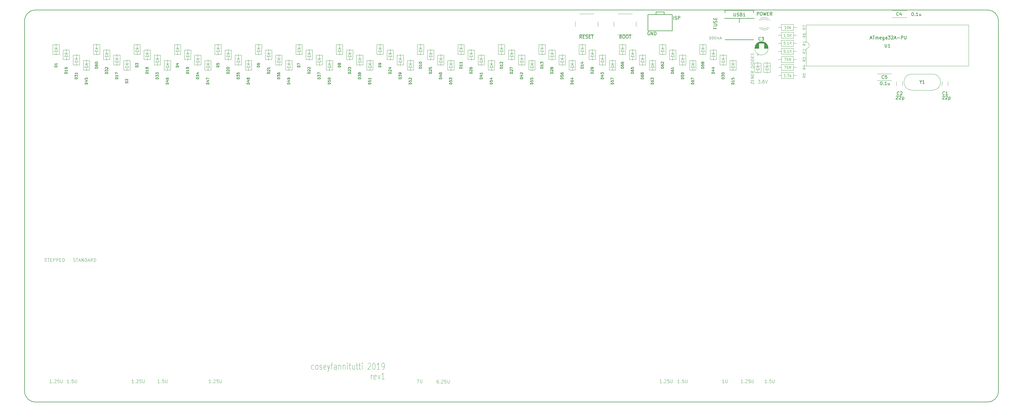
<source format=gbr>
G04 #@! TF.GenerationSoftware,KiCad,Pcbnew,5.1.7-a382d34a8~88~ubuntu20.04.1*
G04 #@! TF.CreationDate,2021-01-20T01:14:40+01:00*
G04 #@! TF.ProjectId,discipline-pcb-blocker,64697363-6970-46c6-996e-652d7063622d,rev?*
G04 #@! TF.SameCoordinates,Original*
G04 #@! TF.FileFunction,Legend,Top*
G04 #@! TF.FilePolarity,Positive*
%FSLAX46Y46*%
G04 Gerber Fmt 4.6, Leading zero omitted, Abs format (unit mm)*
G04 Created by KiCad (PCBNEW 5.1.7-a382d34a8~88~ubuntu20.04.1) date 2021-01-20 01:14:40*
%MOMM*%
%LPD*%
G01*
G04 APERTURE LIST*
%ADD10C,0.100000*%
%ADD11C,0.120000*%
%ADD12C,0.150000*%
G04 #@! TA.AperFunction,Profile*
%ADD13C,0.150000*%
G04 #@! TD*
%ADD14C,0.075000*%
%ADD15C,0.200000*%
%ADD16C,0.203200*%
G04 APERTURE END LIST*
D10*
X268571435Y-65993549D02*
X268190483Y-65993549D01*
X268152388Y-66374502D01*
X268190483Y-66336406D01*
X268266674Y-66298311D01*
X268457150Y-66298311D01*
X268533340Y-66336406D01*
X268571435Y-66374502D01*
X268609531Y-66450692D01*
X268609531Y-66641168D01*
X268571435Y-66717359D01*
X268533340Y-66755454D01*
X268457150Y-66793549D01*
X268266674Y-66793549D01*
X268190483Y-66755454D01*
X268152388Y-66717359D01*
X269104769Y-65993549D02*
X269180959Y-65993549D01*
X269257150Y-66031645D01*
X269295245Y-66069740D01*
X269333340Y-66145930D01*
X269371435Y-66298311D01*
X269371435Y-66488787D01*
X269333340Y-66641168D01*
X269295245Y-66717359D01*
X269257150Y-66755454D01*
X269180959Y-66793549D01*
X269104769Y-66793549D01*
X269028578Y-66755454D01*
X268990483Y-66717359D01*
X268952388Y-66641168D01*
X268914293Y-66488787D01*
X268914293Y-66298311D01*
X268952388Y-66145930D01*
X268990483Y-66069740D01*
X269028578Y-66031645D01*
X269104769Y-65993549D01*
X269866674Y-65993549D02*
X269942864Y-65993549D01*
X270019055Y-66031645D01*
X270057150Y-66069740D01*
X270095245Y-66145930D01*
X270133340Y-66298311D01*
X270133340Y-66488787D01*
X270095245Y-66641168D01*
X270057150Y-66717359D01*
X270019055Y-66755454D01*
X269942864Y-66793549D01*
X269866674Y-66793549D01*
X269790483Y-66755454D01*
X269752388Y-66717359D01*
X269714293Y-66641168D01*
X269676197Y-66488787D01*
X269676197Y-66298311D01*
X269714293Y-66145930D01*
X269752388Y-66069740D01*
X269790483Y-66031645D01*
X269866674Y-65993549D01*
X270476197Y-66793549D02*
X270476197Y-66260216D01*
X270476197Y-66336406D02*
X270514293Y-66298311D01*
X270590483Y-66260216D01*
X270704769Y-66260216D01*
X270780959Y-66298311D01*
X270819055Y-66374502D01*
X270819055Y-66793549D01*
X270819055Y-66374502D02*
X270857150Y-66298311D01*
X270933340Y-66260216D01*
X271047626Y-66260216D01*
X271123816Y-66298311D01*
X271161912Y-66374502D01*
X271161912Y-66793549D01*
X271504769Y-66564978D02*
X271885721Y-66564978D01*
X271428578Y-66793549D02*
X271695245Y-65993549D01*
X271961912Y-66793549D01*
X283351445Y-79586134D02*
X283970493Y-79586134D01*
X283637159Y-79967087D01*
X283780016Y-79967087D01*
X283875255Y-80014706D01*
X283922874Y-80062325D01*
X283970493Y-80157563D01*
X283970493Y-80395658D01*
X283922874Y-80490896D01*
X283875255Y-80538515D01*
X283780016Y-80586134D01*
X283494302Y-80586134D01*
X283399064Y-80538515D01*
X283351445Y-80490896D01*
X284399064Y-80490896D02*
X284446683Y-80538515D01*
X284399064Y-80586134D01*
X284351445Y-80538515D01*
X284399064Y-80490896D01*
X284399064Y-80586134D01*
X285303826Y-79586134D02*
X285113350Y-79586134D01*
X285018112Y-79633754D01*
X284970493Y-79681373D01*
X284875255Y-79824230D01*
X284827636Y-80014706D01*
X284827636Y-80395658D01*
X284875255Y-80490896D01*
X284922874Y-80538515D01*
X285018112Y-80586134D01*
X285208588Y-80586134D01*
X285303826Y-80538515D01*
X285351445Y-80490896D01*
X285399064Y-80395658D01*
X285399064Y-80157563D01*
X285351445Y-80062325D01*
X285303826Y-80014706D01*
X285208588Y-79967087D01*
X285018112Y-79967087D01*
X284922874Y-80014706D01*
X284875255Y-80062325D01*
X284827636Y-80157563D01*
X285684778Y-79586134D02*
X286018112Y-80586134D01*
X286351445Y-79586134D01*
X281167640Y-80761370D02*
X281167640Y-80161370D01*
X282067640Y-80873870D01*
X282067640Y-80273870D01*
X281596212Y-79872085D02*
X281596212Y-79572085D01*
X282067640Y-79502442D02*
X282067640Y-79931013D01*
X281167640Y-79818513D01*
X281167640Y-79389942D01*
X282067640Y-79116728D02*
X281167640Y-79004228D01*
X282067640Y-78602442D01*
X281167640Y-78489942D01*
X281596212Y-78114942D02*
X281596212Y-77814942D01*
X282067640Y-77745299D02*
X282067640Y-78173870D01*
X281167640Y-78061370D01*
X281167640Y-77632799D01*
X282067640Y-76845299D02*
X281639069Y-77091728D01*
X282067640Y-77359585D02*
X281167640Y-77247085D01*
X281167640Y-76904228D01*
X281210498Y-76823870D01*
X281253355Y-76786370D01*
X281339069Y-76754228D01*
X281467640Y-76770299D01*
X281553355Y-76823870D01*
X281596212Y-76872085D01*
X281639069Y-76963156D01*
X281639069Y-77306013D01*
X282067640Y-75773870D02*
X281167640Y-75661370D01*
X281167640Y-75447085D01*
X281210498Y-75323870D01*
X281296212Y-75248870D01*
X281381926Y-75216728D01*
X281553355Y-75195299D01*
X281681926Y-75211370D01*
X281853355Y-75275656D01*
X281939069Y-75329228D01*
X282024783Y-75425656D01*
X282067640Y-75559585D01*
X282067640Y-75773870D01*
X282067640Y-74873870D02*
X281167640Y-74761370D01*
X281167640Y-74161370D02*
X281167640Y-73989942D01*
X281210498Y-73909585D01*
X281296212Y-73834585D01*
X281467640Y-73813156D01*
X281767640Y-73850656D01*
X281939069Y-73914942D01*
X282024783Y-74011370D01*
X282067640Y-74102442D01*
X282067640Y-74273870D01*
X282024783Y-74354228D01*
X281939069Y-74429228D01*
X281767640Y-74450656D01*
X281467640Y-74413156D01*
X281296212Y-74348870D01*
X281210498Y-74252442D01*
X281167640Y-74161370D01*
X282067640Y-73502442D02*
X281167640Y-73389942D01*
X281167640Y-73175656D01*
X281210498Y-73052442D01*
X281296212Y-72977442D01*
X281381926Y-72945299D01*
X281553355Y-72923870D01*
X281681926Y-72939942D01*
X281853355Y-73004228D01*
X281939069Y-73057799D01*
X282024783Y-73154228D01*
X282067640Y-73288156D01*
X282067640Y-73502442D01*
X281596212Y-72543513D02*
X281596212Y-72243513D01*
X282067640Y-72173870D02*
X282067640Y-72602442D01*
X281167640Y-72489942D01*
X281167640Y-72061370D01*
X282024783Y-71825656D02*
X282067640Y-71702442D01*
X282067640Y-71488156D01*
X282024783Y-71397085D01*
X281981926Y-71348870D01*
X281896212Y-71295299D01*
X281810498Y-71284585D01*
X281724783Y-71316728D01*
X281681926Y-71354228D01*
X281639069Y-71434585D01*
X281596212Y-71600656D01*
X281553355Y-71681013D01*
X281510498Y-71718513D01*
X281424783Y-71750656D01*
X281339069Y-71739942D01*
X281253355Y-71686370D01*
X281210498Y-71638156D01*
X281167640Y-71547085D01*
X281167640Y-71332799D01*
X281210498Y-71209585D01*
D11*
X285400010Y-75514666D02*
X285644982Y-75252196D01*
X286734918Y-75251812D02*
X286979890Y-74989342D01*
X282517900Y-75514282D02*
X282762872Y-75251812D01*
X283865246Y-75251812D02*
X284110218Y-74989342D01*
D12*
X228199557Y-66516574D02*
X227866223Y-66040384D01*
X227628128Y-66516574D02*
X227628128Y-65516574D01*
X228009080Y-65516574D01*
X228104318Y-65564194D01*
X228151938Y-65611813D01*
X228199557Y-65707051D01*
X228199557Y-65849908D01*
X228151938Y-65945146D01*
X228104318Y-65992765D01*
X228009080Y-66040384D01*
X227628128Y-66040384D01*
X228628128Y-65992765D02*
X228961461Y-65992765D01*
X229104318Y-66516574D02*
X228628128Y-66516574D01*
X228628128Y-65516574D01*
X229104318Y-65516574D01*
X229485271Y-66468955D02*
X229628128Y-66516574D01*
X229866223Y-66516574D01*
X229961461Y-66468955D01*
X230009080Y-66421336D01*
X230056699Y-66326098D01*
X230056699Y-66230860D01*
X230009080Y-66135622D01*
X229961461Y-66088003D01*
X229866223Y-66040384D01*
X229675747Y-65992765D01*
X229580509Y-65945146D01*
X229532890Y-65897527D01*
X229485271Y-65802289D01*
X229485271Y-65707051D01*
X229532890Y-65611813D01*
X229580509Y-65564194D01*
X229675747Y-65516574D01*
X229913842Y-65516574D01*
X230056699Y-65564194D01*
X230485271Y-65992765D02*
X230818604Y-65992765D01*
X230961461Y-66516574D02*
X230485271Y-66516574D01*
X230485271Y-65516574D01*
X230961461Y-65516574D01*
X231247176Y-65516574D02*
X231818604Y-65516574D01*
X231532890Y-66516574D02*
X231532890Y-65516574D01*
X283095546Y-59326064D02*
X283095546Y-58326064D01*
X283476498Y-58326064D01*
X283571736Y-58373684D01*
X283619355Y-58421303D01*
X283666974Y-58516541D01*
X283666974Y-58659398D01*
X283619355Y-58754636D01*
X283571736Y-58802255D01*
X283476498Y-58849874D01*
X283095546Y-58849874D01*
X284286022Y-58326064D02*
X284476498Y-58326064D01*
X284571736Y-58373684D01*
X284666974Y-58468922D01*
X284714593Y-58659398D01*
X284714593Y-58992731D01*
X284666974Y-59183207D01*
X284571736Y-59278445D01*
X284476498Y-59326064D01*
X284286022Y-59326064D01*
X284190784Y-59278445D01*
X284095546Y-59183207D01*
X284047927Y-58992731D01*
X284047927Y-58659398D01*
X284095546Y-58468922D01*
X284190784Y-58373684D01*
X284286022Y-58326064D01*
X285047927Y-58326064D02*
X285286022Y-59326064D01*
X285476498Y-58611779D01*
X285666974Y-59326064D01*
X285905070Y-58326064D01*
X286286022Y-58802255D02*
X286619355Y-58802255D01*
X286762212Y-59326064D02*
X286286022Y-59326064D01*
X286286022Y-58326064D01*
X286762212Y-58326064D01*
X287762212Y-59326064D02*
X287428879Y-58849874D01*
X287190784Y-59326064D02*
X287190784Y-58326064D01*
X287571736Y-58326064D01*
X287666974Y-58373684D01*
X287714593Y-58421303D01*
X287762212Y-58516541D01*
X287762212Y-58659398D01*
X287714593Y-58754636D01*
X287666974Y-58802255D01*
X287571736Y-58849874D01*
X287190784Y-58849874D01*
X249414796Y-64566827D02*
X249319558Y-64519207D01*
X249176701Y-64519207D01*
X249033843Y-64566827D01*
X248938605Y-64662065D01*
X248890986Y-64757303D01*
X248843367Y-64947779D01*
X248843367Y-65090636D01*
X248890986Y-65281112D01*
X248938605Y-65376350D01*
X249033843Y-65471588D01*
X249176701Y-65519207D01*
X249271939Y-65519207D01*
X249414796Y-65471588D01*
X249462415Y-65423969D01*
X249462415Y-65090636D01*
X249271939Y-65090636D01*
X249890986Y-65519207D02*
X249890986Y-64519207D01*
X250462415Y-65519207D01*
X250462415Y-64519207D01*
X250938605Y-65519207D02*
X250938605Y-64519207D01*
X251176701Y-64519207D01*
X251319558Y-64566827D01*
X251414796Y-64662065D01*
X251462415Y-64757303D01*
X251510034Y-64947779D01*
X251510034Y-65090636D01*
X251462415Y-65281112D01*
X251414796Y-65376350D01*
X251319558Y-65471588D01*
X251176701Y-65519207D01*
X250938605Y-65519207D01*
X256969474Y-60637358D02*
X256969474Y-59637358D01*
X257398045Y-60589739D02*
X257540903Y-60637358D01*
X257778998Y-60637358D01*
X257874236Y-60589739D01*
X257921855Y-60542120D01*
X257969474Y-60446882D01*
X257969474Y-60351644D01*
X257921855Y-60256406D01*
X257874236Y-60208787D01*
X257778998Y-60161168D01*
X257588522Y-60113549D01*
X257493284Y-60065930D01*
X257445665Y-60018311D01*
X257398045Y-59923073D01*
X257398045Y-59827835D01*
X257445665Y-59732597D01*
X257493284Y-59684978D01*
X257588522Y-59637358D01*
X257826617Y-59637358D01*
X257969474Y-59684978D01*
X258398045Y-60637358D02*
X258398045Y-59637358D01*
X258778998Y-59637358D01*
X258874236Y-59684978D01*
X258921855Y-59732597D01*
X258969474Y-59827835D01*
X258969474Y-59970692D01*
X258921855Y-60065930D01*
X258874236Y-60113549D01*
X258778998Y-60161168D01*
X258398045Y-60161168D01*
D10*
X291862585Y-70192989D02*
X291481633Y-70192989D01*
X291443538Y-70573942D01*
X291481633Y-70535846D01*
X291557823Y-70497751D01*
X291748299Y-70497751D01*
X291824490Y-70535846D01*
X291862585Y-70573942D01*
X291900680Y-70650132D01*
X291900680Y-70840608D01*
X291862585Y-70916799D01*
X291824490Y-70954894D01*
X291748299Y-70992989D01*
X291557823Y-70992989D01*
X291481633Y-70954894D01*
X291443538Y-70916799D01*
X292243538Y-70916799D02*
X292281633Y-70954894D01*
X292243538Y-70992989D01*
X292205442Y-70954894D01*
X292243538Y-70916799D01*
X292243538Y-70992989D01*
X293043538Y-70992989D02*
X292586395Y-70992989D01*
X292814966Y-70992989D02*
X292814966Y-70192989D01*
X292738776Y-70307275D01*
X292662585Y-70383465D01*
X292586395Y-70421561D01*
X293386395Y-70992989D02*
X293386395Y-70192989D01*
X293843538Y-70992989D02*
X293500680Y-70535846D01*
X293843538Y-70192989D02*
X293386395Y-70650132D01*
X291862585Y-67639536D02*
X291481633Y-67639536D01*
X291443538Y-68020489D01*
X291481633Y-67982393D01*
X291557823Y-67944298D01*
X291748299Y-67944298D01*
X291824490Y-67982393D01*
X291862585Y-68020489D01*
X291900680Y-68096679D01*
X291900680Y-68287155D01*
X291862585Y-68363346D01*
X291824490Y-68401441D01*
X291748299Y-68439536D01*
X291557823Y-68439536D01*
X291481633Y-68401441D01*
X291443538Y-68363346D01*
X292243538Y-68363346D02*
X292281633Y-68401441D01*
X292243538Y-68439536D01*
X292205442Y-68401441D01*
X292243538Y-68363346D01*
X292243538Y-68439536D01*
X293043538Y-68439536D02*
X292586395Y-68439536D01*
X292814966Y-68439536D02*
X292814966Y-67639536D01*
X292738776Y-67753822D01*
X292662585Y-67830012D01*
X292586395Y-67868108D01*
X293386395Y-68439536D02*
X293386395Y-67639536D01*
X293843538Y-68439536D02*
X293500680Y-67982393D01*
X293843538Y-67639536D02*
X293386395Y-68096679D01*
X278606428Y-174478614D02*
X278035000Y-174478614D01*
X278320714Y-174478614D02*
X278320714Y-173478614D01*
X278225476Y-173621472D01*
X278130238Y-173716710D01*
X278035000Y-173764329D01*
X279035000Y-174383376D02*
X279082619Y-174430995D01*
X279035000Y-174478614D01*
X278987380Y-174430995D01*
X279035000Y-174383376D01*
X279035000Y-174478614D01*
X279463571Y-173573853D02*
X279511190Y-173526234D01*
X279606428Y-173478614D01*
X279844523Y-173478614D01*
X279939761Y-173526234D01*
X279987380Y-173573853D01*
X280035000Y-173669091D01*
X280035000Y-173764329D01*
X279987380Y-173907186D01*
X279415952Y-174478614D01*
X280035000Y-174478614D01*
X280939761Y-173478614D02*
X280463571Y-173478614D01*
X280415952Y-173954805D01*
X280463571Y-173907186D01*
X280558809Y-173859567D01*
X280796904Y-173859567D01*
X280892142Y-173907186D01*
X280939761Y-173954805D01*
X280987380Y-174050043D01*
X280987380Y-174288138D01*
X280939761Y-174383376D01*
X280892142Y-174430995D01*
X280796904Y-174478614D01*
X280558809Y-174478614D01*
X280463571Y-174430995D01*
X280415952Y-174383376D01*
X281415952Y-173478614D02*
X281415952Y-174288138D01*
X281463571Y-174383376D01*
X281511190Y-174430995D01*
X281606428Y-174478614D01*
X281796904Y-174478614D01*
X281892142Y-174430995D01*
X281939761Y-174383376D01*
X281987380Y-174288138D01*
X281987380Y-173478614D01*
X272760892Y-174478614D02*
X272189464Y-174478614D01*
X272475178Y-174478614D02*
X272475178Y-173478614D01*
X272379940Y-173621472D01*
X272284702Y-173716710D01*
X272189464Y-173764329D01*
X273189464Y-173478614D02*
X273189464Y-174288138D01*
X273237083Y-174383376D01*
X273284702Y-174430995D01*
X273379940Y-174478614D01*
X273570416Y-174478614D01*
X273665654Y-174430995D01*
X273713273Y-174383376D01*
X273760892Y-174288138D01*
X273760892Y-173478614D01*
X253206428Y-174478614D02*
X252635000Y-174478614D01*
X252920714Y-174478614D02*
X252920714Y-173478614D01*
X252825476Y-173621472D01*
X252730238Y-173716710D01*
X252635000Y-173764329D01*
X253635000Y-174383376D02*
X253682619Y-174430995D01*
X253635000Y-174478614D01*
X253587380Y-174430995D01*
X253635000Y-174383376D01*
X253635000Y-174478614D01*
X254063571Y-173573853D02*
X254111190Y-173526234D01*
X254206428Y-173478614D01*
X254444523Y-173478614D01*
X254539761Y-173526234D01*
X254587380Y-173573853D01*
X254635000Y-173669091D01*
X254635000Y-173764329D01*
X254587380Y-173907186D01*
X254015952Y-174478614D01*
X254635000Y-174478614D01*
X255539761Y-173478614D02*
X255063571Y-173478614D01*
X255015952Y-173954805D01*
X255063571Y-173907186D01*
X255158809Y-173859567D01*
X255396904Y-173859567D01*
X255492142Y-173907186D01*
X255539761Y-173954805D01*
X255587380Y-174050043D01*
X255587380Y-174288138D01*
X255539761Y-174383376D01*
X255492142Y-174430995D01*
X255396904Y-174478614D01*
X255158809Y-174478614D01*
X255063571Y-174430995D01*
X255015952Y-174383376D01*
X256015952Y-173478614D02*
X256015952Y-174288138D01*
X256063571Y-174383376D01*
X256111190Y-174430995D01*
X256206428Y-174478614D01*
X256396904Y-174478614D01*
X256492142Y-174430995D01*
X256539761Y-174383376D01*
X256587380Y-174288138D01*
X256587380Y-173478614D01*
D13*
X355353250Y-180502219D02*
X57076441Y-180502219D01*
X358660309Y-61001809D02*
X358660309Y-177195160D01*
X57073441Y-57694750D02*
X355353250Y-57694750D01*
X53766382Y-177198159D02*
X53766382Y-61001809D01*
X355353250Y-57694750D02*
G75*
G02*
X358660309Y-61001809I0J-3307059D01*
G01*
X358660309Y-177195160D02*
G75*
G02*
X355353250Y-180502219I-3307059J0D01*
G01*
X57076441Y-180502218D02*
G75*
G02*
X53766382Y-177198159I-3000J3307059D01*
G01*
X53766382Y-61001809D02*
G75*
G02*
X57073441Y-57694750I3307059J0D01*
G01*
D10*
X68976474Y-136426063D02*
X69119332Y-136473682D01*
X69357427Y-136473682D01*
X69452665Y-136426063D01*
X69500284Y-136378444D01*
X69547903Y-136283206D01*
X69547903Y-136187968D01*
X69500284Y-136092730D01*
X69452665Y-136045111D01*
X69357427Y-135997492D01*
X69166951Y-135949873D01*
X69071713Y-135902254D01*
X69024094Y-135854635D01*
X68976474Y-135759397D01*
X68976474Y-135664159D01*
X69024094Y-135568921D01*
X69071713Y-135521302D01*
X69166951Y-135473682D01*
X69405046Y-135473682D01*
X69547903Y-135521302D01*
X69833617Y-135473682D02*
X70405046Y-135473682D01*
X70119332Y-136473682D02*
X70119332Y-135473682D01*
X70690760Y-136187968D02*
X71166951Y-136187968D01*
X70595522Y-136473682D02*
X70928855Y-135473682D01*
X71262189Y-136473682D01*
X71595522Y-136473682D02*
X71595522Y-135473682D01*
X72166951Y-136473682D01*
X72166951Y-135473682D01*
X72643141Y-136473682D02*
X72643141Y-135473682D01*
X72881236Y-135473682D01*
X73024094Y-135521302D01*
X73119332Y-135616540D01*
X73166951Y-135711778D01*
X73214570Y-135902254D01*
X73214570Y-136045111D01*
X73166951Y-136235587D01*
X73119332Y-136330825D01*
X73024094Y-136426063D01*
X72881236Y-136473682D01*
X72643141Y-136473682D01*
X73595522Y-136187968D02*
X74071713Y-136187968D01*
X73500284Y-136473682D02*
X73833617Y-135473682D01*
X74166951Y-136473682D01*
X75071713Y-136473682D02*
X74738379Y-135997492D01*
X74500284Y-136473682D02*
X74500284Y-135473682D01*
X74881236Y-135473682D01*
X74976474Y-135521302D01*
X75024094Y-135568921D01*
X75071713Y-135664159D01*
X75071713Y-135807016D01*
X75024094Y-135902254D01*
X74976474Y-135949873D01*
X74881236Y-135997492D01*
X74500284Y-135997492D01*
X75500284Y-136473682D02*
X75500284Y-135473682D01*
X75738379Y-135473682D01*
X75881236Y-135521302D01*
X75976474Y-135616540D01*
X76024094Y-135711778D01*
X76071713Y-135902254D01*
X76071713Y-136045111D01*
X76024094Y-136235587D01*
X75976474Y-136330825D01*
X75881236Y-136426063D01*
X75738379Y-136473682D01*
X75500284Y-136473682D01*
X60056418Y-136426063D02*
X60199275Y-136473682D01*
X60437370Y-136473682D01*
X60532608Y-136426063D01*
X60580227Y-136378444D01*
X60627847Y-136283206D01*
X60627847Y-136187968D01*
X60580227Y-136092730D01*
X60532608Y-136045111D01*
X60437370Y-135997492D01*
X60246894Y-135949873D01*
X60151656Y-135902254D01*
X60104037Y-135854635D01*
X60056418Y-135759397D01*
X60056418Y-135664159D01*
X60104037Y-135568921D01*
X60151656Y-135521302D01*
X60246894Y-135473682D01*
X60484989Y-135473682D01*
X60627847Y-135521302D01*
X60913561Y-135473682D02*
X61484989Y-135473682D01*
X61199275Y-136473682D02*
X61199275Y-135473682D01*
X61818323Y-135949873D02*
X62151656Y-135949873D01*
X62294513Y-136473682D02*
X61818323Y-136473682D01*
X61818323Y-135473682D01*
X62294513Y-135473682D01*
X62723085Y-136473682D02*
X62723085Y-135473682D01*
X63104037Y-135473682D01*
X63199275Y-135521302D01*
X63246894Y-135568921D01*
X63294513Y-135664159D01*
X63294513Y-135807016D01*
X63246894Y-135902254D01*
X63199275Y-135949873D01*
X63104037Y-135997492D01*
X62723085Y-135997492D01*
X63723085Y-136473682D02*
X63723085Y-135473682D01*
X64104037Y-135473682D01*
X64199275Y-135521302D01*
X64246894Y-135568921D01*
X64294513Y-135664159D01*
X64294513Y-135807016D01*
X64246894Y-135902254D01*
X64199275Y-135949873D01*
X64104037Y-135997492D01*
X63723085Y-135997492D01*
X64723085Y-135949873D02*
X65056418Y-135949873D01*
X65199275Y-136473682D02*
X64723085Y-136473682D01*
X64723085Y-135473682D01*
X65199275Y-135473682D01*
X65627847Y-136473682D02*
X65627847Y-135473682D01*
X65865942Y-135473682D01*
X66008799Y-135521302D01*
X66104037Y-135616540D01*
X66151656Y-135711778D01*
X66199275Y-135902254D01*
X66199275Y-136045111D01*
X66151656Y-136235587D01*
X66104037Y-136330825D01*
X66008799Y-136426063D01*
X65865942Y-136473682D01*
X65627847Y-136473682D01*
X286110604Y-174478614D02*
X285539175Y-174478614D01*
X285824889Y-174478614D02*
X285824889Y-173478614D01*
X285729651Y-173621472D01*
X285634413Y-173716710D01*
X285539175Y-173764329D01*
X286539175Y-174383376D02*
X286586794Y-174430995D01*
X286539175Y-174478614D01*
X286491556Y-174430995D01*
X286539175Y-174383376D01*
X286539175Y-174478614D01*
X287491556Y-173478614D02*
X287015365Y-173478614D01*
X286967746Y-173954805D01*
X287015365Y-173907186D01*
X287110604Y-173859567D01*
X287348699Y-173859567D01*
X287443937Y-173907186D01*
X287491556Y-173954805D01*
X287539175Y-174050043D01*
X287539175Y-174288138D01*
X287491556Y-174383376D01*
X287443937Y-174430995D01*
X287348699Y-174478614D01*
X287110604Y-174478614D01*
X287015365Y-174430995D01*
X286967746Y-174383376D01*
X287967746Y-173478614D02*
X287967746Y-174288138D01*
X288015365Y-174383376D01*
X288062985Y-174430995D01*
X288158223Y-174478614D01*
X288348699Y-174478614D01*
X288443937Y-174430995D01*
X288491556Y-174383376D01*
X288539175Y-174288138D01*
X288539175Y-173478614D01*
X258762619Y-174478614D02*
X258191190Y-174478614D01*
X258476904Y-174478614D02*
X258476904Y-173478614D01*
X258381666Y-173621472D01*
X258286428Y-173716710D01*
X258191190Y-173764329D01*
X259191190Y-174383376D02*
X259238809Y-174430995D01*
X259191190Y-174478614D01*
X259143571Y-174430995D01*
X259191190Y-174383376D01*
X259191190Y-174478614D01*
X260143571Y-173478614D02*
X259667380Y-173478614D01*
X259619761Y-173954805D01*
X259667380Y-173907186D01*
X259762619Y-173859567D01*
X260000714Y-173859567D01*
X260095952Y-173907186D01*
X260143571Y-173954805D01*
X260191190Y-174050043D01*
X260191190Y-174288138D01*
X260143571Y-174383376D01*
X260095952Y-174430995D01*
X260000714Y-174478614D01*
X259762619Y-174478614D01*
X259667380Y-174430995D01*
X259619761Y-174383376D01*
X260619761Y-173478614D02*
X260619761Y-174288138D01*
X260667380Y-174383376D01*
X260715000Y-174430995D01*
X260810238Y-174478614D01*
X261000714Y-174478614D01*
X261095952Y-174430995D01*
X261143571Y-174383376D01*
X261191190Y-174288138D01*
X261191190Y-173478614D01*
X95980958Y-174478614D02*
X95409529Y-174478614D01*
X95695243Y-174478614D02*
X95695243Y-173478614D01*
X95600005Y-173621472D01*
X95504767Y-173716710D01*
X95409529Y-173764329D01*
X96409529Y-174383376D02*
X96457148Y-174430995D01*
X96409529Y-174478614D01*
X96361910Y-174430995D01*
X96409529Y-174383376D01*
X96409529Y-174478614D01*
X97361910Y-173478614D02*
X96885719Y-173478614D01*
X96838100Y-173954805D01*
X96885719Y-173907186D01*
X96980958Y-173859567D01*
X97219053Y-173859567D01*
X97314291Y-173907186D01*
X97361910Y-173954805D01*
X97409529Y-174050043D01*
X97409529Y-174288138D01*
X97361910Y-174383376D01*
X97314291Y-174430995D01*
X97219053Y-174478614D01*
X96980958Y-174478614D01*
X96885719Y-174430995D01*
X96838100Y-174383376D01*
X97838100Y-173478614D02*
X97838100Y-174288138D01*
X97885719Y-174383376D01*
X97933339Y-174430995D01*
X98028577Y-174478614D01*
X98219053Y-174478614D01*
X98314291Y-174430995D01*
X98361910Y-174383376D01*
X98409529Y-174288138D01*
X98409529Y-173478614D01*
X67634738Y-174478614D02*
X67063309Y-174478614D01*
X67349023Y-174478614D02*
X67349023Y-173478614D01*
X67253785Y-173621472D01*
X67158547Y-173716710D01*
X67063309Y-173764329D01*
X68063309Y-174383376D02*
X68110928Y-174430995D01*
X68063309Y-174478614D01*
X68015690Y-174430995D01*
X68063309Y-174383376D01*
X68063309Y-174478614D01*
X69015690Y-173478614D02*
X68539499Y-173478614D01*
X68491880Y-173954805D01*
X68539499Y-173907186D01*
X68634738Y-173859567D01*
X68872833Y-173859567D01*
X68968071Y-173907186D01*
X69015690Y-173954805D01*
X69063309Y-174050043D01*
X69063309Y-174288138D01*
X69015690Y-174383376D01*
X68968071Y-174430995D01*
X68872833Y-174478614D01*
X68634738Y-174478614D01*
X68539499Y-174430995D01*
X68491880Y-174383376D01*
X69491880Y-173478614D02*
X69491880Y-174288138D01*
X69539499Y-174383376D01*
X69587119Y-174430995D01*
X69682357Y-174478614D01*
X69872833Y-174478614D01*
X69968071Y-174430995D01*
X70015690Y-174383376D01*
X70063309Y-174288138D01*
X70063309Y-173478614D01*
X112040062Y-174478614D02*
X111468634Y-174478614D01*
X111754348Y-174478614D02*
X111754348Y-173478614D01*
X111659110Y-173621472D01*
X111563872Y-173716710D01*
X111468634Y-173764329D01*
X112468634Y-174383376D02*
X112516253Y-174430995D01*
X112468634Y-174478614D01*
X112421014Y-174430995D01*
X112468634Y-174383376D01*
X112468634Y-174478614D01*
X112897205Y-173573853D02*
X112944824Y-173526234D01*
X113040062Y-173478614D01*
X113278157Y-173478614D01*
X113373395Y-173526234D01*
X113421014Y-173573853D01*
X113468634Y-173669091D01*
X113468634Y-173764329D01*
X113421014Y-173907186D01*
X112849586Y-174478614D01*
X113468634Y-174478614D01*
X114373395Y-173478614D02*
X113897205Y-173478614D01*
X113849586Y-173954805D01*
X113897205Y-173907186D01*
X113992443Y-173859567D01*
X114230538Y-173859567D01*
X114325776Y-173907186D01*
X114373395Y-173954805D01*
X114421014Y-174050043D01*
X114421014Y-174288138D01*
X114373395Y-174383376D01*
X114325776Y-174430995D01*
X114230538Y-174478614D01*
X113992443Y-174478614D01*
X113897205Y-174430995D01*
X113849586Y-174383376D01*
X114849586Y-173478614D02*
X114849586Y-174288138D01*
X114897205Y-174383376D01*
X114944824Y-174430995D01*
X115040062Y-174478614D01*
X115230538Y-174478614D01*
X115325776Y-174430995D01*
X115373395Y-174383376D01*
X115421014Y-174288138D01*
X115421014Y-173478614D01*
X87893282Y-174478614D02*
X87321854Y-174478614D01*
X87607568Y-174478614D02*
X87607568Y-173478614D01*
X87512330Y-173621472D01*
X87417092Y-173716710D01*
X87321854Y-173764329D01*
X88321854Y-174383376D02*
X88369473Y-174430995D01*
X88321854Y-174478614D01*
X88274234Y-174430995D01*
X88321854Y-174383376D01*
X88321854Y-174478614D01*
X88750425Y-173573853D02*
X88798044Y-173526234D01*
X88893282Y-173478614D01*
X89131377Y-173478614D01*
X89226615Y-173526234D01*
X89274234Y-173573853D01*
X89321854Y-173669091D01*
X89321854Y-173764329D01*
X89274234Y-173907186D01*
X88702806Y-174478614D01*
X89321854Y-174478614D01*
X90226615Y-173478614D02*
X89750425Y-173478614D01*
X89702806Y-173954805D01*
X89750425Y-173907186D01*
X89845663Y-173859567D01*
X90083758Y-173859567D01*
X90178996Y-173907186D01*
X90226615Y-173954805D01*
X90274234Y-174050043D01*
X90274234Y-174288138D01*
X90226615Y-174383376D01*
X90178996Y-174430995D01*
X90083758Y-174478614D01*
X89845663Y-174478614D01*
X89750425Y-174430995D01*
X89702806Y-174383376D01*
X90702806Y-173478614D02*
X90702806Y-174288138D01*
X90750425Y-174383376D01*
X90798044Y-174430995D01*
X90893282Y-174478614D01*
X91083758Y-174478614D01*
X91178996Y-174430995D01*
X91226615Y-174383376D01*
X91274234Y-174288138D01*
X91274234Y-173478614D01*
X62224205Y-174478614D02*
X61652777Y-174478614D01*
X61938491Y-174478614D02*
X61938491Y-173478614D01*
X61843253Y-173621472D01*
X61748015Y-173716710D01*
X61652777Y-173764329D01*
X62652777Y-174383376D02*
X62700396Y-174430995D01*
X62652777Y-174478614D01*
X62605157Y-174430995D01*
X62652777Y-174383376D01*
X62652777Y-174478614D01*
X63081348Y-173573853D02*
X63128967Y-173526234D01*
X63224205Y-173478614D01*
X63462300Y-173478614D01*
X63557538Y-173526234D01*
X63605157Y-173573853D01*
X63652777Y-173669091D01*
X63652777Y-173764329D01*
X63605157Y-173907186D01*
X63033729Y-174478614D01*
X63652777Y-174478614D01*
X64557538Y-173478614D02*
X64081348Y-173478614D01*
X64033729Y-173954805D01*
X64081348Y-173907186D01*
X64176586Y-173859567D01*
X64414681Y-173859567D01*
X64509919Y-173907186D01*
X64557538Y-173954805D01*
X64605157Y-174050043D01*
X64605157Y-174288138D01*
X64557538Y-174383376D01*
X64509919Y-174430995D01*
X64414681Y-174478614D01*
X64176586Y-174478614D01*
X64081348Y-174430995D01*
X64033729Y-174383376D01*
X65033729Y-173478614D02*
X65033729Y-174288138D01*
X65081348Y-174383376D01*
X65128967Y-174430995D01*
X65224205Y-174478614D01*
X65414681Y-174478614D01*
X65509919Y-174430995D01*
X65557538Y-174383376D01*
X65605157Y-174288138D01*
X65605157Y-173478614D01*
D14*
X144238814Y-170185401D02*
X144095957Y-170280639D01*
X143810243Y-170280639D01*
X143667386Y-170185401D01*
X143595957Y-170090163D01*
X143524528Y-169899687D01*
X143524528Y-169328258D01*
X143595957Y-169137782D01*
X143667386Y-169042544D01*
X143810243Y-168947306D01*
X144095957Y-168947306D01*
X144238814Y-169042544D01*
X145095957Y-170280639D02*
X144953100Y-170185401D01*
X144881671Y-170090163D01*
X144810243Y-169899687D01*
X144810243Y-169328258D01*
X144881671Y-169137782D01*
X144953100Y-169042544D01*
X145095957Y-168947306D01*
X145310243Y-168947306D01*
X145453100Y-169042544D01*
X145524528Y-169137782D01*
X145595957Y-169328258D01*
X145595957Y-169899687D01*
X145524528Y-170090163D01*
X145453100Y-170185401D01*
X145310243Y-170280639D01*
X145095957Y-170280639D01*
X146167386Y-170185401D02*
X146310243Y-170280639D01*
X146595957Y-170280639D01*
X146738814Y-170185401D01*
X146810243Y-169994925D01*
X146810243Y-169899687D01*
X146738814Y-169709211D01*
X146595957Y-169613973D01*
X146381671Y-169613973D01*
X146238814Y-169518735D01*
X146167386Y-169328258D01*
X146167386Y-169233020D01*
X146238814Y-169042544D01*
X146381671Y-168947306D01*
X146595957Y-168947306D01*
X146738814Y-169042544D01*
X148024528Y-170185401D02*
X147881671Y-170280639D01*
X147595957Y-170280639D01*
X147453100Y-170185401D01*
X147381671Y-169994925D01*
X147381671Y-169233020D01*
X147453100Y-169042544D01*
X147595957Y-168947306D01*
X147881671Y-168947306D01*
X148024528Y-169042544D01*
X148095957Y-169233020D01*
X148095957Y-169423497D01*
X147381671Y-169613973D01*
X148595957Y-168947306D02*
X148953100Y-170280639D01*
X149310243Y-168947306D02*
X148953100Y-170280639D01*
X148810243Y-170756830D01*
X148738814Y-170852068D01*
X148595957Y-170947306D01*
X149667386Y-168947306D02*
X150238814Y-168947306D01*
X149881671Y-170280639D02*
X149881671Y-168566354D01*
X149953100Y-168375878D01*
X150095957Y-168280639D01*
X150238814Y-168280639D01*
X151381671Y-170280639D02*
X151381671Y-169233020D01*
X151310243Y-169042544D01*
X151167386Y-168947306D01*
X150881671Y-168947306D01*
X150738814Y-169042544D01*
X151381671Y-170185401D02*
X151238814Y-170280639D01*
X150881671Y-170280639D01*
X150738814Y-170185401D01*
X150667386Y-169994925D01*
X150667386Y-169804449D01*
X150738814Y-169613973D01*
X150881671Y-169518735D01*
X151238814Y-169518735D01*
X151381671Y-169423497D01*
X152095957Y-168947306D02*
X152095957Y-170280639D01*
X152095957Y-169137782D02*
X152167386Y-169042544D01*
X152310243Y-168947306D01*
X152524528Y-168947306D01*
X152667386Y-169042544D01*
X152738814Y-169233020D01*
X152738814Y-170280639D01*
X153453100Y-168947306D02*
X153453100Y-170280639D01*
X153453100Y-169137782D02*
X153524528Y-169042544D01*
X153667386Y-168947306D01*
X153881671Y-168947306D01*
X154024528Y-169042544D01*
X154095957Y-169233020D01*
X154095957Y-170280639D01*
X154810243Y-170280639D02*
X154810243Y-168947306D01*
X154810243Y-168280639D02*
X154738814Y-168375878D01*
X154810243Y-168471116D01*
X154881671Y-168375878D01*
X154810243Y-168280639D01*
X154810243Y-168471116D01*
X155310243Y-168947306D02*
X155881671Y-168947306D01*
X155524528Y-168280639D02*
X155524528Y-169994925D01*
X155595957Y-170185401D01*
X155738814Y-170280639D01*
X155881671Y-170280639D01*
X157024528Y-168947306D02*
X157024528Y-170280639D01*
X156381671Y-168947306D02*
X156381671Y-169994925D01*
X156453100Y-170185401D01*
X156595957Y-170280639D01*
X156810243Y-170280639D01*
X156953100Y-170185401D01*
X157024528Y-170090163D01*
X157524528Y-168947306D02*
X158095957Y-168947306D01*
X157738814Y-168280639D02*
X157738814Y-169994925D01*
X157810243Y-170185401D01*
X157953100Y-170280639D01*
X158095957Y-170280639D01*
X158381671Y-168947306D02*
X158953100Y-168947306D01*
X158595957Y-168280639D02*
X158595957Y-169994925D01*
X158667386Y-170185401D01*
X158810243Y-170280639D01*
X158953100Y-170280639D01*
X159453100Y-170280639D02*
X159453100Y-168947306D01*
X159453100Y-168280639D02*
X159381671Y-168375878D01*
X159453100Y-168471116D01*
X159524528Y-168375878D01*
X159453100Y-168280639D01*
X159453100Y-168471116D01*
X161238814Y-168471116D02*
X161310243Y-168375878D01*
X161453100Y-168280639D01*
X161810243Y-168280639D01*
X161953100Y-168375878D01*
X162024528Y-168471116D01*
X162095957Y-168661592D01*
X162095957Y-168852068D01*
X162024528Y-169137782D01*
X161167386Y-170280639D01*
X162095957Y-170280639D01*
X163024528Y-168280639D02*
X163167386Y-168280639D01*
X163310243Y-168375878D01*
X163381671Y-168471116D01*
X163453100Y-168661592D01*
X163524528Y-169042544D01*
X163524528Y-169518735D01*
X163453100Y-169899687D01*
X163381671Y-170090163D01*
X163310243Y-170185401D01*
X163167386Y-170280639D01*
X163024528Y-170280639D01*
X162881671Y-170185401D01*
X162810243Y-170090163D01*
X162738814Y-169899687D01*
X162667386Y-169518735D01*
X162667386Y-169042544D01*
X162738814Y-168661592D01*
X162810243Y-168471116D01*
X162881671Y-168375878D01*
X163024528Y-168280639D01*
X164953100Y-170280639D02*
X164095957Y-170280639D01*
X164524528Y-170280639D02*
X164524528Y-168280639D01*
X164381671Y-168566354D01*
X164238814Y-168756830D01*
X164095957Y-168852068D01*
X165667386Y-170280639D02*
X165953100Y-170280639D01*
X166095957Y-170185401D01*
X166167386Y-170090163D01*
X166310243Y-169804449D01*
X166381671Y-169423497D01*
X166381671Y-168661592D01*
X166310243Y-168471116D01*
X166238814Y-168375878D01*
X166095957Y-168280639D01*
X165810243Y-168280639D01*
X165667386Y-168375878D01*
X165595957Y-168471116D01*
X165524528Y-168661592D01*
X165524528Y-169137782D01*
X165595957Y-169328258D01*
X165667386Y-169423497D01*
X165810243Y-169518735D01*
X166095957Y-169518735D01*
X166238814Y-169423497D01*
X166310243Y-169328258D01*
X166381671Y-169137782D01*
X162238814Y-173355639D02*
X162238814Y-172022306D01*
X162238814Y-172403258D02*
X162310243Y-172212782D01*
X162381671Y-172117544D01*
X162524528Y-172022306D01*
X162667386Y-172022306D01*
X163738814Y-173260401D02*
X163595957Y-173355639D01*
X163310243Y-173355639D01*
X163167386Y-173260401D01*
X163095957Y-173069925D01*
X163095957Y-172308020D01*
X163167386Y-172117544D01*
X163310243Y-172022306D01*
X163595957Y-172022306D01*
X163738814Y-172117544D01*
X163810243Y-172308020D01*
X163810243Y-172498497D01*
X163095957Y-172688973D01*
X164310243Y-172022306D02*
X164667386Y-173355639D01*
X165024528Y-172022306D01*
X166381671Y-173355639D02*
X165524528Y-173355639D01*
X165953100Y-173355639D02*
X165953100Y-171355639D01*
X165810243Y-171641354D01*
X165667386Y-171831830D01*
X165524528Y-171927068D01*
D11*
X298423430Y-69769182D02*
X298423430Y-75229182D01*
X298423430Y-75229182D02*
X349343430Y-75229182D01*
X349343430Y-75229182D02*
X349343430Y-62309182D01*
X349343430Y-62309182D02*
X298423430Y-62309182D01*
X298423430Y-62309182D02*
X298423430Y-67769182D01*
X298423430Y-67769182D02*
G75*
G02*
X298423430Y-69769182I0J-1000000D01*
G01*
D15*
X254003830Y-59070870D02*
X254003830Y-58270870D01*
X254003830Y-58270870D02*
X251453830Y-58270870D01*
X251453830Y-58270870D02*
X251453830Y-59070870D01*
D16*
X248943830Y-59080870D02*
X256563830Y-59080870D01*
X256563830Y-64160870D02*
X248943830Y-64160870D01*
X248943830Y-64160870D02*
X248943830Y-59080870D01*
X256563830Y-59080870D02*
X256563830Y-64160870D01*
D11*
X338011644Y-82781240D02*
X331611644Y-82781240D01*
X338011644Y-77731240D02*
X331611644Y-77731240D01*
X338011644Y-77731240D02*
G75*
G02*
X338011644Y-82781240I0J-2525000D01*
G01*
X331611644Y-77731240D02*
G75*
G03*
X331611644Y-82781240I0J-2525000D01*
G01*
X342826112Y-81385040D02*
X342826112Y-80127040D01*
X340986112Y-81385040D02*
X340986112Y-80127040D01*
X328600238Y-81385040D02*
X328600238Y-80127040D01*
X326760238Y-81385040D02*
X326760238Y-80127040D01*
X329895530Y-59981178D02*
X329895530Y-59996178D01*
X329895530Y-57856178D02*
X329895530Y-57871178D01*
X325355530Y-59981178D02*
X325355530Y-59996178D01*
X325355530Y-57856178D02*
X325355530Y-57871178D01*
X325355530Y-59996178D02*
X329895530Y-59996178D01*
X325355530Y-57856178D02*
X329895530Y-57856178D01*
X325241062Y-79771416D02*
X325241062Y-79786416D01*
X325241062Y-77646416D02*
X325241062Y-77661416D01*
X320701062Y-79771416D02*
X320701062Y-79786416D01*
X320701062Y-77646416D02*
X320701062Y-77661416D01*
X320701062Y-79786416D02*
X325241062Y-79786416D01*
X320701062Y-77646416D02*
X325241062Y-77646416D01*
X294486316Y-76565517D02*
X294486316Y-74725517D01*
X294486316Y-74725517D02*
X290646316Y-74725517D01*
X290646316Y-74725517D02*
X290646316Y-76565517D01*
X290646316Y-76565517D02*
X294486316Y-76565517D01*
X295436316Y-75645517D02*
X294486316Y-75645517D01*
X289696316Y-75645517D02*
X290646316Y-75645517D01*
X294486316Y-74072052D02*
X294486316Y-72232052D01*
X294486316Y-72232052D02*
X290646316Y-72232052D01*
X290646316Y-72232052D02*
X290646316Y-74072052D01*
X290646316Y-74072052D02*
X294486316Y-74072052D01*
X295436316Y-73152052D02*
X294486316Y-73152052D01*
X289696316Y-73152052D02*
X290646316Y-73152052D01*
X294486316Y-79058982D02*
X294486316Y-77218982D01*
X294486316Y-77218982D02*
X290646316Y-77218982D01*
X290646316Y-77218982D02*
X290646316Y-79058982D01*
X290646316Y-79058982D02*
X294486316Y-79058982D01*
X295436316Y-78138982D02*
X294486316Y-78138982D01*
X289696316Y-78138982D02*
X290646316Y-78138982D01*
X290646316Y-69660211D02*
X290646316Y-71500211D01*
X290646316Y-71500211D02*
X294486316Y-71500211D01*
X294486316Y-71500211D02*
X294486316Y-69660211D01*
X294486316Y-69660211D02*
X290646316Y-69660211D01*
X289696316Y-70580211D02*
X290646316Y-70580211D01*
X295436316Y-70580211D02*
X294486316Y-70580211D01*
X290646316Y-67140499D02*
X290646316Y-68980499D01*
X290646316Y-68980499D02*
X294486316Y-68980499D01*
X294486316Y-68980499D02*
X294486316Y-67140499D01*
X294486316Y-67140499D02*
X290646316Y-67140499D01*
X289696316Y-68060499D02*
X290646316Y-68060499D01*
X295436316Y-68060499D02*
X294486316Y-68060499D01*
X290646316Y-64647034D02*
X290646316Y-66487034D01*
X290646316Y-66487034D02*
X294486316Y-66487034D01*
X294486316Y-66487034D02*
X294486316Y-64647034D01*
X294486316Y-64647034D02*
X290646316Y-64647034D01*
X289696316Y-65567034D02*
X290646316Y-65567034D01*
X295436316Y-65567034D02*
X294486316Y-65567034D01*
X294486316Y-63993204D02*
X294486316Y-62153204D01*
X294486316Y-62153204D02*
X290646316Y-62153204D01*
X290646316Y-62153204D02*
X290646316Y-63993204D01*
X290646316Y-63993204D02*
X294486316Y-63993204D01*
X295436316Y-63073204D02*
X294486316Y-63073204D01*
X289696316Y-63073204D02*
X290646316Y-63073204D01*
X286597676Y-69654866D02*
G75*
G03*
X286597676Y-69654866I-2120000J0D01*
G01*
X285317676Y-69654866D02*
X286557676Y-69654866D01*
X282397676Y-69654866D02*
X283637676Y-69654866D01*
X285317676Y-69614866D02*
X286557676Y-69614866D01*
X282397676Y-69614866D02*
X283637676Y-69614866D01*
X285317676Y-69574866D02*
X286556676Y-69574866D01*
X282398676Y-69574866D02*
X283637676Y-69574866D01*
X282400676Y-69534866D02*
X283637676Y-69534866D01*
X285317676Y-69534866D02*
X286554676Y-69534866D01*
X282403676Y-69494866D02*
X283637676Y-69494866D01*
X285317676Y-69494866D02*
X286551676Y-69494866D01*
X282406676Y-69454866D02*
X283637676Y-69454866D01*
X285317676Y-69454866D02*
X286548676Y-69454866D01*
X282410676Y-69414866D02*
X283637676Y-69414866D01*
X285317676Y-69414866D02*
X286544676Y-69414866D01*
X282415676Y-69374866D02*
X283637676Y-69374866D01*
X285317676Y-69374866D02*
X286539676Y-69374866D01*
X282421676Y-69334866D02*
X283637676Y-69334866D01*
X285317676Y-69334866D02*
X286533676Y-69334866D01*
X282427676Y-69294866D02*
X283637676Y-69294866D01*
X285317676Y-69294866D02*
X286527676Y-69294866D01*
X282435676Y-69254866D02*
X283637676Y-69254866D01*
X285317676Y-69254866D02*
X286519676Y-69254866D01*
X282443676Y-69214866D02*
X283637676Y-69214866D01*
X285317676Y-69214866D02*
X286511676Y-69214866D01*
X282452676Y-69174866D02*
X283637676Y-69174866D01*
X285317676Y-69174866D02*
X286502676Y-69174866D01*
X282461676Y-69134866D02*
X283637676Y-69134866D01*
X285317676Y-69134866D02*
X286493676Y-69134866D01*
X282472676Y-69094866D02*
X283637676Y-69094866D01*
X285317676Y-69094866D02*
X286482676Y-69094866D01*
X282483676Y-69054866D02*
X283637676Y-69054866D01*
X285317676Y-69054866D02*
X286471676Y-69054866D01*
X282495676Y-69014866D02*
X283637676Y-69014866D01*
X285317676Y-69014866D02*
X286459676Y-69014866D01*
X282509676Y-68974866D02*
X283637676Y-68974866D01*
X285317676Y-68974866D02*
X286445676Y-68974866D01*
X282523676Y-68933866D02*
X283637676Y-68933866D01*
X285317676Y-68933866D02*
X286431676Y-68933866D01*
X282537676Y-68893866D02*
X283637676Y-68893866D01*
X285317676Y-68893866D02*
X286417676Y-68893866D01*
X282553676Y-68853866D02*
X283637676Y-68853866D01*
X285317676Y-68853866D02*
X286401676Y-68853866D01*
X282570676Y-68813866D02*
X283637676Y-68813866D01*
X285317676Y-68813866D02*
X286384676Y-68813866D01*
X282588676Y-68773866D02*
X283637676Y-68773866D01*
X285317676Y-68773866D02*
X286366676Y-68773866D01*
X282607676Y-68733866D02*
X283637676Y-68733866D01*
X285317676Y-68733866D02*
X286347676Y-68733866D01*
X282626676Y-68693866D02*
X283637676Y-68693866D01*
X285317676Y-68693866D02*
X286328676Y-68693866D01*
X282647676Y-68653866D02*
X283637676Y-68653866D01*
X285317676Y-68653866D02*
X286307676Y-68653866D01*
X282669676Y-68613866D02*
X283637676Y-68613866D01*
X285317676Y-68613866D02*
X286285676Y-68613866D01*
X282692676Y-68573866D02*
X283637676Y-68573866D01*
X285317676Y-68573866D02*
X286262676Y-68573866D01*
X282717676Y-68533866D02*
X283637676Y-68533866D01*
X285317676Y-68533866D02*
X286237676Y-68533866D01*
X282742676Y-68493866D02*
X283637676Y-68493866D01*
X285317676Y-68493866D02*
X286212676Y-68493866D01*
X282769676Y-68453866D02*
X283637676Y-68453866D01*
X285317676Y-68453866D02*
X286185676Y-68453866D01*
X282797676Y-68413866D02*
X283637676Y-68413866D01*
X285317676Y-68413866D02*
X286157676Y-68413866D01*
X282827676Y-68373866D02*
X283637676Y-68373866D01*
X285317676Y-68373866D02*
X286127676Y-68373866D01*
X282858676Y-68333866D02*
X283637676Y-68333866D01*
X285317676Y-68333866D02*
X286096676Y-68333866D01*
X282890676Y-68293866D02*
X283637676Y-68293866D01*
X285317676Y-68293866D02*
X286064676Y-68293866D01*
X282925676Y-68253866D02*
X283637676Y-68253866D01*
X285317676Y-68253866D02*
X286029676Y-68253866D01*
X282961676Y-68213866D02*
X283637676Y-68213866D01*
X285317676Y-68213866D02*
X285993676Y-68213866D01*
X282999676Y-68173866D02*
X283637676Y-68173866D01*
X285317676Y-68173866D02*
X285955676Y-68173866D01*
X283039676Y-68133866D02*
X283637676Y-68133866D01*
X285317676Y-68133866D02*
X285915676Y-68133866D01*
X283081676Y-68093866D02*
X283637676Y-68093866D01*
X285317676Y-68093866D02*
X285873676Y-68093866D01*
X283126676Y-68053866D02*
X285828676Y-68053866D01*
X283173676Y-68013866D02*
X285781676Y-68013866D01*
X283223676Y-67973866D02*
X285731676Y-67973866D01*
X283277676Y-67933866D02*
X285677676Y-67933866D01*
X283335676Y-67893866D02*
X285619676Y-67893866D01*
X283397676Y-67853866D02*
X285557676Y-67853866D01*
X283464676Y-67813866D02*
X285490676Y-67813866D01*
X283537676Y-67773866D02*
X285417676Y-67773866D01*
X283618676Y-67733866D02*
X285336676Y-67733866D01*
X283709676Y-67693866D02*
X285245676Y-67693866D01*
X283813676Y-67653866D02*
X285141676Y-67653866D01*
X283940676Y-67613866D02*
X285014676Y-67613866D01*
X284107676Y-67573866D02*
X284847676Y-67573866D01*
X283282676Y-71924667D02*
X283282676Y-71524667D01*
X283082676Y-71724667D02*
X283482676Y-71724667D01*
X283837716Y-63050830D02*
X283837716Y-63206830D01*
X283837716Y-60734830D02*
X283837716Y-60890830D01*
X286438846Y-63050667D02*
G75*
G02*
X284356755Y-63050830I-1041130J1079837D01*
G01*
X286438846Y-60890993D02*
G75*
G03*
X284356755Y-60890830I-1041130J-1079837D01*
G01*
X287070051Y-63049438D02*
G75*
G02*
X283837716Y-63206346I-1672335J1078608D01*
G01*
X287070051Y-60892222D02*
G75*
G03*
X283837716Y-60735314I-1672335J-1078608D01*
G01*
D12*
X282173468Y-60291022D02*
X272923468Y-60291022D01*
X282023468Y-66951022D02*
X273073468Y-66951022D01*
X273068468Y-58541022D02*
X273073468Y-57781022D01*
X282023468Y-57781022D02*
X273073468Y-57781022D01*
X282023468Y-57781022D02*
X282028468Y-58541022D01*
X277548468Y-60291022D02*
X277548468Y-61561022D01*
D11*
X245235732Y-62836074D02*
X245235732Y-61336074D01*
X243985732Y-58836074D02*
X239485732Y-58836074D01*
X238235732Y-61336074D02*
X238235732Y-62836074D01*
X239485732Y-65336074D02*
X243985732Y-65336074D01*
X233235732Y-62836074D02*
X233235732Y-61336074D01*
X231985732Y-58836074D02*
X227485732Y-58836074D01*
X226235732Y-61336074D02*
X226235732Y-62836074D01*
X227485732Y-65336074D02*
X231985732Y-65336074D01*
X62600284Y-68545612D02*
X62600284Y-71515612D01*
X64600284Y-68535612D02*
X64590284Y-71525612D01*
X62600284Y-71525612D02*
X64590284Y-71525612D01*
X63610284Y-71735612D02*
X63610284Y-70615612D01*
X63610284Y-68275612D02*
X63610284Y-69555612D01*
X62600284Y-68535612D02*
X64600284Y-68535612D01*
X63610284Y-69665612D02*
X64150284Y-70615612D01*
X63600284Y-69675612D02*
X63070284Y-70585612D01*
X63070284Y-70615612D02*
X64150284Y-70615612D01*
X63070284Y-69565612D02*
X64150284Y-69565612D01*
X72108673Y-73506199D02*
X72108673Y-76476199D01*
X74108673Y-73496199D02*
X74098673Y-76486199D01*
X72108673Y-76486199D02*
X74098673Y-76486199D01*
X73118673Y-76696199D02*
X73118673Y-75576199D01*
X73118673Y-73236199D02*
X73118673Y-74516199D01*
X72108673Y-73496199D02*
X74108673Y-73496199D01*
X73118673Y-74626199D02*
X73658673Y-75576199D01*
X73108673Y-74636199D02*
X72578673Y-75546199D01*
X72578673Y-75576199D02*
X73658673Y-75576199D01*
X72578673Y-74526199D02*
X73658673Y-74526199D01*
X84786525Y-73506199D02*
X84786525Y-76476199D01*
X86786525Y-73496199D02*
X86776525Y-76486199D01*
X84786525Y-76486199D02*
X86776525Y-76486199D01*
X85796525Y-76696199D02*
X85796525Y-75576199D01*
X85796525Y-73236199D02*
X85796525Y-74516199D01*
X84786525Y-73496199D02*
X86786525Y-73496199D01*
X85796525Y-74626199D02*
X86336525Y-75576199D01*
X85786525Y-74636199D02*
X85256525Y-75546199D01*
X85256525Y-75576199D02*
X86336525Y-75576199D01*
X85256525Y-74526199D02*
X86336525Y-74526199D01*
X87955988Y-68545612D02*
X87955988Y-71515612D01*
X89955988Y-68535612D02*
X89945988Y-71525612D01*
X87955988Y-71525612D02*
X89945988Y-71525612D01*
X88965988Y-71735612D02*
X88965988Y-70615612D01*
X88965988Y-68275612D02*
X88965988Y-69555612D01*
X87955988Y-68535612D02*
X89955988Y-68535612D01*
X88965988Y-69665612D02*
X89505988Y-70615612D01*
X88955988Y-69675612D02*
X88425988Y-70585612D01*
X88425988Y-70615612D02*
X89505988Y-70615612D01*
X88425988Y-69565612D02*
X89505988Y-69565612D01*
X100633840Y-68545612D02*
X100633840Y-71515612D01*
X102633840Y-68535612D02*
X102623840Y-71525612D01*
X100633840Y-71525612D02*
X102623840Y-71525612D01*
X101643840Y-71735612D02*
X101643840Y-70615612D01*
X101643840Y-68275612D02*
X101643840Y-69555612D01*
X100633840Y-68535612D02*
X102633840Y-68535612D01*
X101643840Y-69665612D02*
X102183840Y-70615612D01*
X101633840Y-69675612D02*
X101103840Y-70585612D01*
X101103840Y-70615612D02*
X102183840Y-70615612D01*
X101103840Y-69565612D02*
X102183840Y-69565612D01*
X113311692Y-68545612D02*
X113311692Y-71515612D01*
X115311692Y-68535612D02*
X115301692Y-71525612D01*
X113311692Y-71525612D02*
X115301692Y-71525612D01*
X114321692Y-71735612D02*
X114321692Y-70615612D01*
X114321692Y-68275612D02*
X114321692Y-69555612D01*
X113311692Y-68535612D02*
X115311692Y-68535612D01*
X114321692Y-69665612D02*
X114861692Y-70615612D01*
X114311692Y-69675612D02*
X113781692Y-70585612D01*
X113781692Y-70615612D02*
X114861692Y-70615612D01*
X113781692Y-69565612D02*
X114861692Y-69565612D01*
X125989544Y-68545612D02*
X125989544Y-71515612D01*
X127989544Y-68535612D02*
X127979544Y-71525612D01*
X125989544Y-71525612D02*
X127979544Y-71525612D01*
X126999544Y-71735612D02*
X126999544Y-70615612D01*
X126999544Y-68275612D02*
X126999544Y-69555612D01*
X125989544Y-68535612D02*
X127989544Y-68535612D01*
X126999544Y-69665612D02*
X127539544Y-70615612D01*
X126989544Y-69675612D02*
X126459544Y-70585612D01*
X126459544Y-70615612D02*
X127539544Y-70615612D01*
X126459544Y-69565612D02*
X127539544Y-69565612D01*
X138667396Y-68545612D02*
X138667396Y-71515612D01*
X140667396Y-68535612D02*
X140657396Y-71525612D01*
X138667396Y-71525612D02*
X140657396Y-71525612D01*
X139677396Y-71735612D02*
X139677396Y-70615612D01*
X139677396Y-68275612D02*
X139677396Y-69555612D01*
X138667396Y-68535612D02*
X140667396Y-68535612D01*
X139677396Y-69665612D02*
X140217396Y-70615612D01*
X139667396Y-69675612D02*
X139137396Y-70585612D01*
X139137396Y-70615612D02*
X140217396Y-70615612D01*
X139137396Y-69565612D02*
X140217396Y-69565612D01*
X151345248Y-68545612D02*
X151345248Y-71515612D01*
X153345248Y-68535612D02*
X153335248Y-71525612D01*
X151345248Y-71525612D02*
X153335248Y-71525612D01*
X152355248Y-71735612D02*
X152355248Y-70615612D01*
X152355248Y-68275612D02*
X152355248Y-69555612D01*
X151345248Y-68535612D02*
X153345248Y-68535612D01*
X152355248Y-69665612D02*
X152895248Y-70615612D01*
X152345248Y-69675612D02*
X151815248Y-70585612D01*
X151815248Y-70615612D02*
X152895248Y-70615612D01*
X151815248Y-69565612D02*
X152895248Y-69565612D01*
X164023100Y-68545612D02*
X164023100Y-71515612D01*
X166023100Y-68535612D02*
X166013100Y-71525612D01*
X164023100Y-71525612D02*
X166013100Y-71525612D01*
X165033100Y-71735612D02*
X165033100Y-70615612D01*
X165033100Y-68275612D02*
X165033100Y-69555612D01*
X164023100Y-68535612D02*
X166023100Y-68535612D01*
X165033100Y-69665612D02*
X165573100Y-70615612D01*
X165023100Y-69675612D02*
X164493100Y-70585612D01*
X164493100Y-70615612D02*
X165573100Y-70615612D01*
X164493100Y-69565612D02*
X165573100Y-69565612D01*
X176700952Y-68545612D02*
X176700952Y-71515612D01*
X178700952Y-68535612D02*
X178690952Y-71525612D01*
X176700952Y-71525612D02*
X178690952Y-71525612D01*
X177710952Y-71735612D02*
X177710952Y-70615612D01*
X177710952Y-68275612D02*
X177710952Y-69555612D01*
X176700952Y-68535612D02*
X178700952Y-68535612D01*
X177710952Y-69665612D02*
X178250952Y-70615612D01*
X177700952Y-69675612D02*
X177170952Y-70585612D01*
X177170952Y-70615612D02*
X178250952Y-70615612D01*
X177170952Y-69565612D02*
X178250952Y-69565612D01*
X189378804Y-68545612D02*
X189378804Y-71515612D01*
X191378804Y-68535612D02*
X191368804Y-71525612D01*
X189378804Y-71525612D02*
X191368804Y-71525612D01*
X190388804Y-71735612D02*
X190388804Y-70615612D01*
X190388804Y-68275612D02*
X190388804Y-69555612D01*
X189378804Y-68535612D02*
X191378804Y-68535612D01*
X190388804Y-69665612D02*
X190928804Y-70615612D01*
X190378804Y-69675612D02*
X189848804Y-70585612D01*
X189848804Y-70615612D02*
X190928804Y-70615612D01*
X189848804Y-69565612D02*
X190928804Y-69565612D01*
X202056656Y-68545612D02*
X202056656Y-71515612D01*
X204056656Y-68535612D02*
X204046656Y-71525612D01*
X202056656Y-71525612D02*
X204046656Y-71525612D01*
X203066656Y-71735612D02*
X203066656Y-70615612D01*
X203066656Y-68275612D02*
X203066656Y-69555612D01*
X202056656Y-68535612D02*
X204056656Y-68535612D01*
X203066656Y-69665612D02*
X203606656Y-70615612D01*
X203056656Y-69675612D02*
X202526656Y-70585612D01*
X202526656Y-70615612D02*
X203606656Y-70615612D01*
X202526656Y-69565612D02*
X203606656Y-69565612D01*
X214734508Y-68545612D02*
X214734508Y-71515612D01*
X216734508Y-68535612D02*
X216724508Y-71525612D01*
X214734508Y-71525612D02*
X216724508Y-71525612D01*
X215744508Y-71735612D02*
X215744508Y-70615612D01*
X215744508Y-68275612D02*
X215744508Y-69555612D01*
X214734508Y-68535612D02*
X216734508Y-68535612D01*
X215744508Y-69665612D02*
X216284508Y-70615612D01*
X215734508Y-69675612D02*
X215204508Y-70585612D01*
X215204508Y-70615612D02*
X216284508Y-70615612D01*
X215204508Y-69565612D02*
X216284508Y-69565612D01*
X227342376Y-68545612D02*
X227342376Y-71515612D01*
X229342376Y-68535612D02*
X229332376Y-71525612D01*
X227342376Y-71525612D02*
X229332376Y-71525612D01*
X228352376Y-71735612D02*
X228352376Y-70615612D01*
X228352376Y-68275612D02*
X228352376Y-69555612D01*
X227342376Y-68535612D02*
X229342376Y-68535612D01*
X228352376Y-69665612D02*
X228892376Y-70615612D01*
X228342376Y-69675612D02*
X227812376Y-70585612D01*
X227812376Y-70615612D02*
X228892376Y-70615612D01*
X227812376Y-69565612D02*
X228892376Y-69565612D01*
X274541929Y-73506199D02*
X274541929Y-76476199D01*
X276541929Y-73496199D02*
X276531929Y-76486199D01*
X274541929Y-76486199D02*
X276531929Y-76486199D01*
X275551929Y-76696199D02*
X275551929Y-75576199D01*
X275551929Y-73236199D02*
X275551929Y-74516199D01*
X274541929Y-73496199D02*
X276541929Y-73496199D01*
X275551929Y-74626199D02*
X276091929Y-75576199D01*
X275541929Y-74636199D02*
X275011929Y-75546199D01*
X275011929Y-75576199D02*
X276091929Y-75576199D01*
X275011929Y-74526199D02*
X276091929Y-74526199D01*
X65769747Y-70199141D02*
X65769747Y-73169141D01*
X67769747Y-70189141D02*
X67759747Y-73179141D01*
X65769747Y-73179141D02*
X67759747Y-73179141D01*
X66779747Y-73389141D02*
X66779747Y-72269141D01*
X66779747Y-69929141D02*
X66779747Y-71209141D01*
X65769747Y-70189141D02*
X67769747Y-70189141D01*
X66779747Y-71319141D02*
X67319747Y-72269141D01*
X66769747Y-71329141D02*
X66239747Y-72239141D01*
X66239747Y-72269141D02*
X67319747Y-72269141D01*
X66239747Y-71219141D02*
X67319747Y-71219141D01*
X81617062Y-71852670D02*
X81617062Y-74822670D01*
X83617062Y-71842670D02*
X83607062Y-74832670D01*
X81617062Y-74832670D02*
X83607062Y-74832670D01*
X82627062Y-75042670D02*
X82627062Y-73922670D01*
X82627062Y-71582670D02*
X82627062Y-72862670D01*
X81617062Y-71842670D02*
X83617062Y-71842670D01*
X82627062Y-72972670D02*
X83167062Y-73922670D01*
X82617062Y-72982670D02*
X82087062Y-73892670D01*
X82087062Y-73922670D02*
X83167062Y-73922670D01*
X82087062Y-72872670D02*
X83167062Y-72872670D01*
X91125451Y-70199141D02*
X91125451Y-73169141D01*
X93125451Y-70189141D02*
X93115451Y-73179141D01*
X91125451Y-73179141D02*
X93115451Y-73179141D01*
X92135451Y-73389141D02*
X92135451Y-72269141D01*
X92135451Y-69929141D02*
X92135451Y-71209141D01*
X91125451Y-70189141D02*
X93125451Y-70189141D01*
X92135451Y-71319141D02*
X92675451Y-72269141D01*
X92125451Y-71329141D02*
X91595451Y-72239141D01*
X91595451Y-72269141D02*
X92675451Y-72269141D01*
X91595451Y-71219141D02*
X92675451Y-71219141D01*
X103803303Y-70199141D02*
X103803303Y-73169141D01*
X105803303Y-70189141D02*
X105793303Y-73179141D01*
X103803303Y-73179141D02*
X105793303Y-73179141D01*
X104813303Y-73389141D02*
X104813303Y-72269141D01*
X104813303Y-69929141D02*
X104813303Y-71209141D01*
X103803303Y-70189141D02*
X105803303Y-70189141D01*
X104813303Y-71319141D02*
X105353303Y-72269141D01*
X104803303Y-71329141D02*
X104273303Y-72239141D01*
X104273303Y-72269141D02*
X105353303Y-72269141D01*
X104273303Y-71219141D02*
X105353303Y-71219141D01*
X116481155Y-70199141D02*
X116481155Y-73169141D01*
X118481155Y-70189141D02*
X118471155Y-73179141D01*
X116481155Y-73179141D02*
X118471155Y-73179141D01*
X117491155Y-73389141D02*
X117491155Y-72269141D01*
X117491155Y-69929141D02*
X117491155Y-71209141D01*
X116481155Y-70189141D02*
X118481155Y-70189141D01*
X117491155Y-71319141D02*
X118031155Y-72269141D01*
X117481155Y-71329141D02*
X116951155Y-72239141D01*
X116951155Y-72269141D02*
X118031155Y-72269141D01*
X116951155Y-71219141D02*
X118031155Y-71219141D01*
X129159007Y-70199141D02*
X129159007Y-73169141D01*
X131159007Y-70189141D02*
X131149007Y-73179141D01*
X129159007Y-73179141D02*
X131149007Y-73179141D01*
X130169007Y-73389141D02*
X130169007Y-72269141D01*
X130169007Y-69929141D02*
X130169007Y-71209141D01*
X129159007Y-70189141D02*
X131159007Y-70189141D01*
X130169007Y-71319141D02*
X130709007Y-72269141D01*
X130159007Y-71329141D02*
X129629007Y-72239141D01*
X129629007Y-72269141D02*
X130709007Y-72269141D01*
X129629007Y-71219141D02*
X130709007Y-71219141D01*
X141836859Y-70199141D02*
X141836859Y-73169141D01*
X143836859Y-70189141D02*
X143826859Y-73179141D01*
X141836859Y-73179141D02*
X143826859Y-73179141D01*
X142846859Y-73389141D02*
X142846859Y-72269141D01*
X142846859Y-69929141D02*
X142846859Y-71209141D01*
X141836859Y-70189141D02*
X143836859Y-70189141D01*
X142846859Y-71319141D02*
X143386859Y-72269141D01*
X142836859Y-71329141D02*
X142306859Y-72239141D01*
X142306859Y-72269141D02*
X143386859Y-72269141D01*
X142306859Y-71219141D02*
X143386859Y-71219141D01*
X154514711Y-70199141D02*
X154514711Y-73169141D01*
X156514711Y-70189141D02*
X156504711Y-73179141D01*
X154514711Y-73179141D02*
X156504711Y-73179141D01*
X155524711Y-73389141D02*
X155524711Y-72269141D01*
X155524711Y-69929141D02*
X155524711Y-71209141D01*
X154514711Y-70189141D02*
X156514711Y-70189141D01*
X155524711Y-71319141D02*
X156064711Y-72269141D01*
X155514711Y-71329141D02*
X154984711Y-72239141D01*
X154984711Y-72269141D02*
X156064711Y-72269141D01*
X154984711Y-71219141D02*
X156064711Y-71219141D01*
X167192563Y-70199141D02*
X167192563Y-73169141D01*
X169192563Y-70189141D02*
X169182563Y-73179141D01*
X167192563Y-73179141D02*
X169182563Y-73179141D01*
X168202563Y-73389141D02*
X168202563Y-72269141D01*
X168202563Y-69929141D02*
X168202563Y-71209141D01*
X167192563Y-70189141D02*
X169192563Y-70189141D01*
X168202563Y-71319141D02*
X168742563Y-72269141D01*
X168192563Y-71329141D02*
X167662563Y-72239141D01*
X167662563Y-72269141D02*
X168742563Y-72269141D01*
X167662563Y-71219141D02*
X168742563Y-71219141D01*
X179870415Y-70199141D02*
X179870415Y-73169141D01*
X181870415Y-70189141D02*
X181860415Y-73179141D01*
X179870415Y-73179141D02*
X181860415Y-73179141D01*
X180880415Y-73389141D02*
X180880415Y-72269141D01*
X180880415Y-69929141D02*
X180880415Y-71209141D01*
X179870415Y-70189141D02*
X181870415Y-70189141D01*
X180880415Y-71319141D02*
X181420415Y-72269141D01*
X180870415Y-71329141D02*
X180340415Y-72239141D01*
X180340415Y-72269141D02*
X181420415Y-72269141D01*
X180340415Y-71219141D02*
X181420415Y-71219141D01*
X192548267Y-70199141D02*
X192548267Y-73169141D01*
X194548267Y-70189141D02*
X194538267Y-73179141D01*
X192548267Y-73179141D02*
X194538267Y-73179141D01*
X193558267Y-73389141D02*
X193558267Y-72269141D01*
X193558267Y-69929141D02*
X193558267Y-71209141D01*
X192548267Y-70189141D02*
X194548267Y-70189141D01*
X193558267Y-71319141D02*
X194098267Y-72269141D01*
X193548267Y-71329141D02*
X193018267Y-72239141D01*
X193018267Y-72269141D02*
X194098267Y-72269141D01*
X193018267Y-71219141D02*
X194098267Y-71219141D01*
X205226119Y-70199141D02*
X205226119Y-73169141D01*
X207226119Y-70189141D02*
X207216119Y-73179141D01*
X205226119Y-73179141D02*
X207216119Y-73179141D01*
X206236119Y-73389141D02*
X206236119Y-72269141D01*
X206236119Y-69929141D02*
X206236119Y-71209141D01*
X205226119Y-70189141D02*
X207226119Y-70189141D01*
X206236119Y-71319141D02*
X206776119Y-72269141D01*
X206226119Y-71329141D02*
X205696119Y-72239141D01*
X205696119Y-72269141D02*
X206776119Y-72269141D01*
X205696119Y-71219141D02*
X206776119Y-71219141D01*
X217886475Y-70199141D02*
X217886475Y-73169141D01*
X219886475Y-70189141D02*
X219876475Y-73179141D01*
X217886475Y-73179141D02*
X219876475Y-73179141D01*
X218896475Y-73389141D02*
X218896475Y-72269141D01*
X218896475Y-69929141D02*
X218896475Y-71209141D01*
X217886475Y-70189141D02*
X219886475Y-70189141D01*
X218896475Y-71319141D02*
X219436475Y-72269141D01*
X218886475Y-71329141D02*
X218356475Y-72239141D01*
X218356475Y-72269141D02*
X219436475Y-72269141D01*
X218356475Y-71219141D02*
X219436475Y-71219141D01*
X230493149Y-70199141D02*
X230493149Y-73169141D01*
X232493149Y-70189141D02*
X232483149Y-73179141D01*
X230493149Y-73179141D02*
X232483149Y-73179141D01*
X231503149Y-73389141D02*
X231503149Y-72269141D01*
X231503149Y-69929141D02*
X231503149Y-71209141D01*
X230493149Y-70189141D02*
X232493149Y-70189141D01*
X231503149Y-71319141D02*
X232043149Y-72269141D01*
X231493149Y-71329141D02*
X230963149Y-72239141D01*
X230963149Y-72269141D02*
X232043149Y-72269141D01*
X230963149Y-71219141D02*
X232043149Y-71219141D01*
X271453205Y-71852670D02*
X271453205Y-74822670D01*
X273453205Y-71842670D02*
X273443205Y-74832670D01*
X271453205Y-74832670D02*
X273443205Y-74832670D01*
X272463205Y-75042670D02*
X272463205Y-73922670D01*
X272463205Y-71582670D02*
X272463205Y-72862670D01*
X271453205Y-71842670D02*
X273453205Y-71842670D01*
X272463205Y-72972670D02*
X273003205Y-73922670D01*
X272453205Y-72982670D02*
X271923205Y-73892670D01*
X271923205Y-73922670D02*
X273003205Y-73922670D01*
X271923205Y-72872670D02*
X273003205Y-72872670D01*
X68939210Y-71852670D02*
X68939210Y-74822670D01*
X70939210Y-71842670D02*
X70929210Y-74832670D01*
X68939210Y-74832670D02*
X70929210Y-74832670D01*
X69949210Y-75042670D02*
X69949210Y-73922670D01*
X69949210Y-71582670D02*
X69949210Y-72862670D01*
X68939210Y-71842670D02*
X70939210Y-71842670D01*
X69949210Y-72972670D02*
X70489210Y-73922670D01*
X69939210Y-72982670D02*
X69409210Y-73892670D01*
X69409210Y-73922670D02*
X70489210Y-73922670D01*
X69409210Y-72872670D02*
X70489210Y-72872670D01*
X78447599Y-70199141D02*
X78447599Y-73169141D01*
X80447599Y-70189141D02*
X80437599Y-73179141D01*
X78447599Y-73179141D02*
X80437599Y-73179141D01*
X79457599Y-73389141D02*
X79457599Y-72269141D01*
X79457599Y-69929141D02*
X79457599Y-71209141D01*
X78447599Y-70189141D02*
X80447599Y-70189141D01*
X79457599Y-71319141D02*
X79997599Y-72269141D01*
X79447599Y-71329141D02*
X78917599Y-72239141D01*
X78917599Y-72269141D02*
X79997599Y-72269141D01*
X78917599Y-71219141D02*
X79997599Y-71219141D01*
X94294914Y-71852670D02*
X94294914Y-74822670D01*
X96294914Y-71842670D02*
X96284914Y-74832670D01*
X94294914Y-74832670D02*
X96284914Y-74832670D01*
X95304914Y-75042670D02*
X95304914Y-73922670D01*
X95304914Y-71582670D02*
X95304914Y-72862670D01*
X94294914Y-71842670D02*
X96294914Y-71842670D01*
X95304914Y-72972670D02*
X95844914Y-73922670D01*
X95294914Y-72982670D02*
X94764914Y-73892670D01*
X94764914Y-73922670D02*
X95844914Y-73922670D01*
X94764914Y-72872670D02*
X95844914Y-72872670D01*
X106972766Y-71852670D02*
X106972766Y-74822670D01*
X108972766Y-71842670D02*
X108962766Y-74832670D01*
X106972766Y-74832670D02*
X108962766Y-74832670D01*
X107982766Y-75042670D02*
X107982766Y-73922670D01*
X107982766Y-71582670D02*
X107982766Y-72862670D01*
X106972766Y-71842670D02*
X108972766Y-71842670D01*
X107982766Y-72972670D02*
X108522766Y-73922670D01*
X107972766Y-72982670D02*
X107442766Y-73892670D01*
X107442766Y-73922670D02*
X108522766Y-73922670D01*
X107442766Y-72872670D02*
X108522766Y-72872670D01*
X119650618Y-71852670D02*
X119650618Y-74822670D01*
X121650618Y-71842670D02*
X121640618Y-74832670D01*
X119650618Y-74832670D02*
X121640618Y-74832670D01*
X120660618Y-75042670D02*
X120660618Y-73922670D01*
X120660618Y-71582670D02*
X120660618Y-72862670D01*
X119650618Y-71842670D02*
X121650618Y-71842670D01*
X120660618Y-72972670D02*
X121200618Y-73922670D01*
X120650618Y-72982670D02*
X120120618Y-73892670D01*
X120120618Y-73922670D02*
X121200618Y-73922670D01*
X120120618Y-72872670D02*
X121200618Y-72872670D01*
X132328470Y-71852670D02*
X132328470Y-74822670D01*
X134328470Y-71842670D02*
X134318470Y-74832670D01*
X132328470Y-74832670D02*
X134318470Y-74832670D01*
X133338470Y-75042670D02*
X133338470Y-73922670D01*
X133338470Y-71582670D02*
X133338470Y-72862670D01*
X132328470Y-71842670D02*
X134328470Y-71842670D01*
X133338470Y-72972670D02*
X133878470Y-73922670D01*
X133328470Y-72982670D02*
X132798470Y-73892670D01*
X132798470Y-73922670D02*
X133878470Y-73922670D01*
X132798470Y-72872670D02*
X133878470Y-72872670D01*
X145006322Y-71852670D02*
X145006322Y-74822670D01*
X147006322Y-71842670D02*
X146996322Y-74832670D01*
X145006322Y-74832670D02*
X146996322Y-74832670D01*
X146016322Y-75042670D02*
X146016322Y-73922670D01*
X146016322Y-71582670D02*
X146016322Y-72862670D01*
X145006322Y-71842670D02*
X147006322Y-71842670D01*
X146016322Y-72972670D02*
X146556322Y-73922670D01*
X146006322Y-72982670D02*
X145476322Y-73892670D01*
X145476322Y-73922670D02*
X146556322Y-73922670D01*
X145476322Y-72872670D02*
X146556322Y-72872670D01*
X157684174Y-71852670D02*
X157684174Y-74822670D01*
X159684174Y-71842670D02*
X159674174Y-74832670D01*
X157684174Y-74832670D02*
X159674174Y-74832670D01*
X158694174Y-75042670D02*
X158694174Y-73922670D01*
X158694174Y-71582670D02*
X158694174Y-72862670D01*
X157684174Y-71842670D02*
X159684174Y-71842670D01*
X158694174Y-72972670D02*
X159234174Y-73922670D01*
X158684174Y-72982670D02*
X158154174Y-73892670D01*
X158154174Y-73922670D02*
X159234174Y-73922670D01*
X158154174Y-72872670D02*
X159234174Y-72872670D01*
X170362026Y-71852670D02*
X170362026Y-74822670D01*
X172362026Y-71842670D02*
X172352026Y-74832670D01*
X170362026Y-74832670D02*
X172352026Y-74832670D01*
X171372026Y-75042670D02*
X171372026Y-73922670D01*
X171372026Y-71582670D02*
X171372026Y-72862670D01*
X170362026Y-71842670D02*
X172362026Y-71842670D01*
X171372026Y-72972670D02*
X171912026Y-73922670D01*
X171362026Y-72982670D02*
X170832026Y-73892670D01*
X170832026Y-73922670D02*
X171912026Y-73922670D01*
X170832026Y-72872670D02*
X171912026Y-72872670D01*
X183039878Y-71852670D02*
X183039878Y-74822670D01*
X185039878Y-71842670D02*
X185029878Y-74832670D01*
X183039878Y-74832670D02*
X185029878Y-74832670D01*
X184049878Y-75042670D02*
X184049878Y-73922670D01*
X184049878Y-71582670D02*
X184049878Y-72862670D01*
X183039878Y-71842670D02*
X185039878Y-71842670D01*
X184049878Y-72972670D02*
X184589878Y-73922670D01*
X184039878Y-72982670D02*
X183509878Y-73892670D01*
X183509878Y-73922670D02*
X184589878Y-73922670D01*
X183509878Y-72872670D02*
X184589878Y-72872670D01*
X195717730Y-71852670D02*
X195717730Y-74822670D01*
X197717730Y-71842670D02*
X197707730Y-74832670D01*
X195717730Y-74832670D02*
X197707730Y-74832670D01*
X196727730Y-75042670D02*
X196727730Y-73922670D01*
X196727730Y-71582670D02*
X196727730Y-72862670D01*
X195717730Y-71842670D02*
X197717730Y-71842670D01*
X196727730Y-72972670D02*
X197267730Y-73922670D01*
X196717730Y-72982670D02*
X196187730Y-73892670D01*
X196187730Y-73922670D02*
X197267730Y-73922670D01*
X196187730Y-72872670D02*
X197267730Y-72872670D01*
X208395582Y-71852670D02*
X208395582Y-74822670D01*
X210395582Y-71842670D02*
X210385582Y-74832670D01*
X208395582Y-74832670D02*
X210385582Y-74832670D01*
X209405582Y-75042670D02*
X209405582Y-73922670D01*
X209405582Y-71582670D02*
X209405582Y-72862670D01*
X208395582Y-71842670D02*
X210395582Y-71842670D01*
X209405582Y-72972670D02*
X209945582Y-73922670D01*
X209395582Y-72982670D02*
X208865582Y-73892670D01*
X208865582Y-73922670D02*
X209945582Y-73922670D01*
X208865582Y-72872670D02*
X209945582Y-72872670D01*
X233643922Y-71852670D02*
X233643922Y-74822670D01*
X235643922Y-71842670D02*
X235633922Y-74832670D01*
X233643922Y-74832670D02*
X235633922Y-74832670D01*
X234653922Y-75042670D02*
X234653922Y-73922670D01*
X234653922Y-71582670D02*
X234653922Y-72862670D01*
X233643922Y-71842670D02*
X235643922Y-71842670D01*
X234653922Y-72972670D02*
X235193922Y-73922670D01*
X234643922Y-72982670D02*
X234113922Y-73892670D01*
X234113922Y-73922670D02*
X235193922Y-73922670D01*
X234113922Y-72872670D02*
X235193922Y-72872670D01*
X268364481Y-70199141D02*
X268364481Y-73169141D01*
X270364481Y-70189141D02*
X270354481Y-73179141D01*
X268364481Y-73179141D02*
X270354481Y-73179141D01*
X269374481Y-73389141D02*
X269374481Y-72269141D01*
X269374481Y-69929141D02*
X269374481Y-71209141D01*
X268364481Y-70189141D02*
X270364481Y-70189141D01*
X269374481Y-71319141D02*
X269914481Y-72269141D01*
X269364481Y-71329141D02*
X268834481Y-72239141D01*
X268834481Y-72269141D02*
X269914481Y-72269141D01*
X268834481Y-71219141D02*
X269914481Y-71219141D01*
X97464377Y-73506199D02*
X97464377Y-76476199D01*
X99464377Y-73496199D02*
X99454377Y-76486199D01*
X97464377Y-76486199D02*
X99454377Y-76486199D01*
X98474377Y-76696199D02*
X98474377Y-75576199D01*
X98474377Y-73236199D02*
X98474377Y-74516199D01*
X97464377Y-73496199D02*
X99464377Y-73496199D01*
X98474377Y-74626199D02*
X99014377Y-75576199D01*
X98464377Y-74636199D02*
X97934377Y-75546199D01*
X97934377Y-75576199D02*
X99014377Y-75576199D01*
X97934377Y-74526199D02*
X99014377Y-74526199D01*
X110142229Y-73506199D02*
X110142229Y-76476199D01*
X112142229Y-73496199D02*
X112132229Y-76486199D01*
X110142229Y-76486199D02*
X112132229Y-76486199D01*
X111152229Y-76696199D02*
X111152229Y-75576199D01*
X111152229Y-73236199D02*
X111152229Y-74516199D01*
X110142229Y-73496199D02*
X112142229Y-73496199D01*
X111152229Y-74626199D02*
X111692229Y-75576199D01*
X111142229Y-74636199D02*
X110612229Y-75546199D01*
X110612229Y-75576199D02*
X111692229Y-75576199D01*
X110612229Y-74526199D02*
X111692229Y-74526199D01*
X122820081Y-73506199D02*
X122820081Y-76476199D01*
X124820081Y-73496199D02*
X124810081Y-76486199D01*
X122820081Y-76486199D02*
X124810081Y-76486199D01*
X123830081Y-76696199D02*
X123830081Y-75576199D01*
X123830081Y-73236199D02*
X123830081Y-74516199D01*
X122820081Y-73496199D02*
X124820081Y-73496199D01*
X123830081Y-74626199D02*
X124370081Y-75576199D01*
X123820081Y-74636199D02*
X123290081Y-75546199D01*
X123290081Y-75576199D02*
X124370081Y-75576199D01*
X123290081Y-74526199D02*
X124370081Y-74526199D01*
X135497933Y-73506199D02*
X135497933Y-76476199D01*
X137497933Y-73496199D02*
X137487933Y-76486199D01*
X135497933Y-76486199D02*
X137487933Y-76486199D01*
X136507933Y-76696199D02*
X136507933Y-75576199D01*
X136507933Y-73236199D02*
X136507933Y-74516199D01*
X135497933Y-73496199D02*
X137497933Y-73496199D01*
X136507933Y-74626199D02*
X137047933Y-75576199D01*
X136497933Y-74636199D02*
X135967933Y-75546199D01*
X135967933Y-75576199D02*
X137047933Y-75576199D01*
X135967933Y-74526199D02*
X137047933Y-74526199D01*
X148175785Y-73506199D02*
X148175785Y-76476199D01*
X150175785Y-73496199D02*
X150165785Y-76486199D01*
X148175785Y-76486199D02*
X150165785Y-76486199D01*
X149185785Y-76696199D02*
X149185785Y-75576199D01*
X149185785Y-73236199D02*
X149185785Y-74516199D01*
X148175785Y-73496199D02*
X150175785Y-73496199D01*
X149185785Y-74626199D02*
X149725785Y-75576199D01*
X149175785Y-74636199D02*
X148645785Y-75546199D01*
X148645785Y-75576199D02*
X149725785Y-75576199D01*
X148645785Y-74526199D02*
X149725785Y-74526199D01*
X160853637Y-73506199D02*
X160853637Y-76476199D01*
X162853637Y-73496199D02*
X162843637Y-76486199D01*
X160853637Y-76486199D02*
X162843637Y-76486199D01*
X161863637Y-76696199D02*
X161863637Y-75576199D01*
X161863637Y-73236199D02*
X161863637Y-74516199D01*
X160853637Y-73496199D02*
X162853637Y-73496199D01*
X161863637Y-74626199D02*
X162403637Y-75576199D01*
X161853637Y-74636199D02*
X161323637Y-75546199D01*
X161323637Y-75576199D02*
X162403637Y-75576199D01*
X161323637Y-74526199D02*
X162403637Y-74526199D01*
X173531489Y-73506199D02*
X173531489Y-76476199D01*
X175531489Y-73496199D02*
X175521489Y-76486199D01*
X173531489Y-76486199D02*
X175521489Y-76486199D01*
X174541489Y-76696199D02*
X174541489Y-75576199D01*
X174541489Y-73236199D02*
X174541489Y-74516199D01*
X173531489Y-73496199D02*
X175531489Y-73496199D01*
X174541489Y-74626199D02*
X175081489Y-75576199D01*
X174531489Y-74636199D02*
X174001489Y-75546199D01*
X174001489Y-75576199D02*
X175081489Y-75576199D01*
X174001489Y-74526199D02*
X175081489Y-74526199D01*
X186209341Y-73506199D02*
X186209341Y-76476199D01*
X188209341Y-73496199D02*
X188199341Y-76486199D01*
X186209341Y-76486199D02*
X188199341Y-76486199D01*
X187219341Y-76696199D02*
X187219341Y-75576199D01*
X187219341Y-73236199D02*
X187219341Y-74516199D01*
X186209341Y-73496199D02*
X188209341Y-73496199D01*
X187219341Y-74626199D02*
X187759341Y-75576199D01*
X187209341Y-74636199D02*
X186679341Y-75546199D01*
X186679341Y-75576199D02*
X187759341Y-75576199D01*
X186679341Y-74526199D02*
X187759341Y-74526199D01*
X198887193Y-73506199D02*
X198887193Y-76476199D01*
X200887193Y-73496199D02*
X200877193Y-76486199D01*
X198887193Y-76486199D02*
X200877193Y-76486199D01*
X199897193Y-76696199D02*
X199897193Y-75576199D01*
X199897193Y-73236199D02*
X199897193Y-74516199D01*
X198887193Y-73496199D02*
X200887193Y-73496199D01*
X199897193Y-74626199D02*
X200437193Y-75576199D01*
X199887193Y-74636199D02*
X199357193Y-75546199D01*
X199357193Y-75576199D02*
X200437193Y-75576199D01*
X199357193Y-74526199D02*
X200437193Y-74526199D01*
X211565045Y-73506199D02*
X211565045Y-76476199D01*
X213565045Y-73496199D02*
X213555045Y-76486199D01*
X211565045Y-76486199D02*
X213555045Y-76486199D01*
X212575045Y-76696199D02*
X212575045Y-75576199D01*
X212575045Y-73236199D02*
X212575045Y-74516199D01*
X211565045Y-73496199D02*
X213565045Y-73496199D01*
X212575045Y-74626199D02*
X213115045Y-75576199D01*
X212565045Y-74636199D02*
X212035045Y-75546199D01*
X212035045Y-75576199D02*
X213115045Y-75576199D01*
X212035045Y-74526199D02*
X213115045Y-74526199D01*
X221038442Y-71852670D02*
X221038442Y-74822670D01*
X223038442Y-71842670D02*
X223028442Y-74832670D01*
X221038442Y-74832670D02*
X223028442Y-74832670D01*
X222048442Y-75042670D02*
X222048442Y-73922670D01*
X222048442Y-71582670D02*
X222048442Y-72862670D01*
X221038442Y-71842670D02*
X223038442Y-71842670D01*
X222048442Y-72972670D02*
X222588442Y-73922670D01*
X222038442Y-72982670D02*
X221508442Y-73892670D01*
X221508442Y-73922670D02*
X222588442Y-73922670D01*
X221508442Y-72872670D02*
X222588442Y-72872670D01*
X236794695Y-73506199D02*
X236794695Y-76476199D01*
X238794695Y-73496199D02*
X238784695Y-76486199D01*
X236794695Y-76486199D02*
X238784695Y-76486199D01*
X237804695Y-76696199D02*
X237804695Y-75576199D01*
X237804695Y-73236199D02*
X237804695Y-74516199D01*
X236794695Y-73496199D02*
X238794695Y-73496199D01*
X237804695Y-74626199D02*
X238344695Y-75576199D01*
X237794695Y-74636199D02*
X237264695Y-75546199D01*
X237264695Y-75576199D02*
X238344695Y-75576199D01*
X237264695Y-74526199D02*
X238344695Y-74526199D01*
X265089606Y-68545612D02*
X265089606Y-71515612D01*
X267089606Y-68535612D02*
X267079606Y-71525612D01*
X265089606Y-71525612D02*
X267079606Y-71525612D01*
X266099606Y-71735612D02*
X266099606Y-70615612D01*
X266099606Y-68275612D02*
X266099606Y-69555612D01*
X265089606Y-68535612D02*
X267089606Y-68535612D01*
X266099606Y-69665612D02*
X266639606Y-70615612D01*
X266089606Y-69675612D02*
X265559606Y-70585612D01*
X265559606Y-70615612D02*
X266639606Y-70615612D01*
X265559606Y-69565612D02*
X266639606Y-69565612D01*
X258788058Y-71852670D02*
X258788058Y-74822670D01*
X260788058Y-71842670D02*
X260778058Y-74832670D01*
X258788058Y-74832670D02*
X260778058Y-74832670D01*
X259798058Y-75042670D02*
X259798058Y-73922670D01*
X259798058Y-71582670D02*
X259798058Y-72862670D01*
X258788058Y-71842670D02*
X260788058Y-71842670D01*
X259798058Y-72972670D02*
X260338058Y-73922670D01*
X259788058Y-72982670D02*
X259258058Y-73892670D01*
X259258058Y-73922670D02*
X260338058Y-73922670D01*
X259258058Y-72872670D02*
X260338058Y-72872670D01*
X75278136Y-68545612D02*
X75278136Y-71515612D01*
X77278136Y-68535612D02*
X77268136Y-71525612D01*
X75278136Y-71525612D02*
X77268136Y-71525612D01*
X76288136Y-71735612D02*
X76288136Y-70615612D01*
X76288136Y-68275612D02*
X76288136Y-69555612D01*
X75278136Y-68535612D02*
X77278136Y-68535612D01*
X76288136Y-69665612D02*
X76828136Y-70615612D01*
X76278136Y-69675612D02*
X75748136Y-70585612D01*
X75748136Y-70615612D02*
X76828136Y-70615612D01*
X75748136Y-69565612D02*
X76828136Y-69565612D01*
X255637284Y-70199141D02*
X255637284Y-73169141D01*
X257637284Y-70189141D02*
X257627284Y-73179141D01*
X255637284Y-73179141D02*
X257627284Y-73179141D01*
X256647284Y-73389141D02*
X256647284Y-72269141D01*
X256647284Y-69929141D02*
X256647284Y-71209141D01*
X255637284Y-70189141D02*
X257637284Y-70189141D01*
X256647284Y-71319141D02*
X257187284Y-72269141D01*
X256637284Y-71329141D02*
X256107284Y-72239141D01*
X256107284Y-72269141D02*
X257187284Y-72269141D01*
X256107284Y-71219141D02*
X257187284Y-71219141D01*
X252486511Y-68545612D02*
X252486511Y-71515612D01*
X254486511Y-68535612D02*
X254476511Y-71525612D01*
X252486511Y-71525612D02*
X254476511Y-71525612D01*
X253496511Y-71735612D02*
X253496511Y-70615612D01*
X253496511Y-68275612D02*
X253496511Y-69555612D01*
X252486511Y-68535612D02*
X254486511Y-68535612D01*
X253496511Y-69665612D02*
X254036511Y-70615612D01*
X253486511Y-69675612D02*
X252956511Y-70585612D01*
X252956511Y-70615612D02*
X254036511Y-70615612D01*
X252956511Y-69565612D02*
X254036511Y-69565612D01*
X249335738Y-73506199D02*
X249335738Y-76476199D01*
X251335738Y-73496199D02*
X251325738Y-76486199D01*
X249335738Y-76486199D02*
X251325738Y-76486199D01*
X250345738Y-76696199D02*
X250345738Y-75576199D01*
X250345738Y-73236199D02*
X250345738Y-74516199D01*
X249335738Y-73496199D02*
X251335738Y-73496199D01*
X250345738Y-74626199D02*
X250885738Y-75576199D01*
X250335738Y-74636199D02*
X249805738Y-75546199D01*
X249805738Y-75576199D02*
X250885738Y-75576199D01*
X249805738Y-74526199D02*
X250885738Y-74526199D01*
X224190409Y-73506199D02*
X224190409Y-76476199D01*
X226190409Y-73496199D02*
X226180409Y-76486199D01*
X224190409Y-76486199D02*
X226180409Y-76486199D01*
X225200409Y-76696199D02*
X225200409Y-75576199D01*
X225200409Y-73236199D02*
X225200409Y-74516199D01*
X224190409Y-73496199D02*
X226190409Y-73496199D01*
X225200409Y-74626199D02*
X225740409Y-75576199D01*
X225190409Y-74636199D02*
X224660409Y-75546199D01*
X224660409Y-75576199D02*
X225740409Y-75576199D01*
X224660409Y-74526199D02*
X225740409Y-74526199D01*
X243096241Y-70199141D02*
X243096241Y-73169141D01*
X245096241Y-70189141D02*
X245086241Y-73179141D01*
X243096241Y-73179141D02*
X245086241Y-73179141D01*
X244106241Y-73389141D02*
X244106241Y-72269141D01*
X244106241Y-69929141D02*
X244106241Y-71209141D01*
X243096241Y-70189141D02*
X245096241Y-70189141D01*
X244106241Y-71319141D02*
X244646241Y-72269141D01*
X244096241Y-71329141D02*
X243566241Y-72239141D01*
X243566241Y-72269141D02*
X244646241Y-72269141D01*
X243566241Y-71219141D02*
X244646241Y-71219141D01*
X239945468Y-68545612D02*
X239945468Y-71515612D01*
X241945468Y-68535612D02*
X241935468Y-71525612D01*
X239945468Y-71525612D02*
X241935468Y-71525612D01*
X240955468Y-71735612D02*
X240955468Y-70615612D01*
X240955468Y-68275612D02*
X240955468Y-69555612D01*
X239945468Y-68535612D02*
X241945468Y-68535612D01*
X240955468Y-69665612D02*
X241495468Y-70615612D01*
X240945468Y-69675612D02*
X240415468Y-70585612D01*
X240415468Y-70615612D02*
X241495468Y-70615612D01*
X240415468Y-69565612D02*
X241495468Y-69565612D01*
X261938832Y-73506199D02*
X261938832Y-76476199D01*
X263938832Y-73496199D02*
X263928832Y-76486199D01*
X261938832Y-76486199D02*
X263928832Y-76486199D01*
X262948832Y-76696199D02*
X262948832Y-75576199D01*
X262948832Y-73236199D02*
X262948832Y-74516199D01*
X261938832Y-73496199D02*
X263938832Y-73496199D01*
X262948832Y-74626199D02*
X263488832Y-75576199D01*
X262938832Y-74636199D02*
X262408832Y-75546199D01*
X262408832Y-75576199D02*
X263488832Y-75576199D01*
X262408832Y-74526199D02*
X263488832Y-74526199D01*
X246184965Y-71852670D02*
X246184965Y-74822670D01*
X248184965Y-71842670D02*
X248174965Y-74832670D01*
X246184965Y-74832670D02*
X248174965Y-74832670D01*
X247194965Y-75042670D02*
X247194965Y-73922670D01*
X247194965Y-71582670D02*
X247194965Y-72862670D01*
X246184965Y-71842670D02*
X248184965Y-71842670D01*
X247194965Y-72972670D02*
X247734965Y-73922670D01*
X247184965Y-72982670D02*
X246654965Y-73892670D01*
X246654965Y-73922670D02*
X247734965Y-73922670D01*
X246654965Y-72872670D02*
X247734965Y-72872670D01*
X285174982Y-74232196D02*
X285174982Y-77202196D01*
X287174982Y-74222196D02*
X287164982Y-77212196D01*
X285174982Y-77212196D02*
X287164982Y-77212196D01*
X286184982Y-77422196D02*
X286184982Y-76302196D01*
X286184982Y-73962196D02*
X286184982Y-75242196D01*
X285174982Y-74222196D02*
X287174982Y-74222196D01*
X286184982Y-75352196D02*
X286724982Y-76302196D01*
X286174982Y-75362196D02*
X285644982Y-76272196D01*
X285644982Y-76302196D02*
X286724982Y-76302196D01*
X285644982Y-75252196D02*
X286724982Y-75252196D01*
X282305310Y-74232196D02*
X282305310Y-77202196D01*
X284305310Y-74222196D02*
X284295310Y-77212196D01*
X282305310Y-77212196D02*
X284295310Y-77212196D01*
X283315310Y-77422196D02*
X283315310Y-76302196D01*
X283315310Y-73962196D02*
X283315310Y-75242196D01*
X282305310Y-74222196D02*
X284305310Y-74222196D01*
X283315310Y-75352196D02*
X283855310Y-76302196D01*
X283305310Y-75362196D02*
X282775310Y-76272196D01*
X282775310Y-76302196D02*
X283855310Y-76302196D01*
X282775310Y-75252196D02*
X283855310Y-75252196D01*
D10*
X183287513Y-173611114D02*
X183097037Y-173611114D01*
X183001799Y-173658734D01*
X182954180Y-173706353D01*
X182858942Y-173849210D01*
X182811323Y-174039686D01*
X182811323Y-174420638D01*
X182858942Y-174515876D01*
X182906561Y-174563495D01*
X183001799Y-174611114D01*
X183192275Y-174611114D01*
X183287513Y-174563495D01*
X183335132Y-174515876D01*
X183382751Y-174420638D01*
X183382751Y-174182543D01*
X183335132Y-174087305D01*
X183287513Y-174039686D01*
X183192275Y-173992067D01*
X183001799Y-173992067D01*
X182906561Y-174039686D01*
X182858942Y-174087305D01*
X182811323Y-174182543D01*
X183811323Y-174515876D02*
X183858942Y-174563495D01*
X183811323Y-174611114D01*
X183763703Y-174563495D01*
X183811323Y-174515876D01*
X183811323Y-174611114D01*
X184239894Y-173706353D02*
X184287513Y-173658734D01*
X184382751Y-173611114D01*
X184620846Y-173611114D01*
X184716084Y-173658734D01*
X184763703Y-173706353D01*
X184811323Y-173801591D01*
X184811323Y-173896829D01*
X184763703Y-174039686D01*
X184192275Y-174611114D01*
X184811323Y-174611114D01*
X185716084Y-173611114D02*
X185239894Y-173611114D01*
X185192275Y-174087305D01*
X185239894Y-174039686D01*
X185335132Y-173992067D01*
X185573227Y-173992067D01*
X185668465Y-174039686D01*
X185716084Y-174087305D01*
X185763703Y-174182543D01*
X185763703Y-174420638D01*
X185716084Y-174515876D01*
X185668465Y-174563495D01*
X185573227Y-174611114D01*
X185335132Y-174611114D01*
X185239894Y-174563495D01*
X185192275Y-174515876D01*
X186192275Y-173611114D02*
X186192275Y-174420638D01*
X186239894Y-174515876D01*
X186287513Y-174563495D01*
X186382751Y-174611114D01*
X186573227Y-174611114D01*
X186668465Y-174563495D01*
X186716084Y-174515876D01*
X186763703Y-174420638D01*
X186763703Y-173611114D01*
X176547965Y-173491114D02*
X177214631Y-173491114D01*
X176786060Y-174491114D01*
X177595584Y-173491114D02*
X177595584Y-174300638D01*
X177643203Y-174395876D01*
X177690822Y-174443495D01*
X177786060Y-174491114D01*
X177976536Y-174491114D01*
X178071774Y-174443495D01*
X178119393Y-174395876D01*
X178167012Y-174300638D01*
X178167012Y-173491114D01*
D12*
X323156263Y-68317422D02*
X323156263Y-69126946D01*
X323203882Y-69222184D01*
X323251501Y-69269803D01*
X323346739Y-69317422D01*
X323537215Y-69317422D01*
X323632453Y-69269803D01*
X323680072Y-69222184D01*
X323727691Y-69126946D01*
X323727691Y-68317422D01*
X324727691Y-69317422D02*
X324156263Y-69317422D01*
X324441977Y-69317422D02*
X324441977Y-68317422D01*
X324346739Y-68460280D01*
X324251501Y-68555518D01*
X324156263Y-68603137D01*
X318572776Y-66494498D02*
X319048967Y-66494498D01*
X318477538Y-66780212D02*
X318810872Y-65780212D01*
X319144205Y-66780212D01*
X319334681Y-65780212D02*
X319906110Y-65780212D01*
X319620395Y-66780212D02*
X319620395Y-65780212D01*
X320239443Y-66780212D02*
X320239443Y-66113546D01*
X320239443Y-66208784D02*
X320287062Y-66161165D01*
X320382300Y-66113546D01*
X320525157Y-66113546D01*
X320620395Y-66161165D01*
X320668014Y-66256403D01*
X320668014Y-66780212D01*
X320668014Y-66256403D02*
X320715634Y-66161165D01*
X320810872Y-66113546D01*
X320953729Y-66113546D01*
X321048967Y-66161165D01*
X321096586Y-66256403D01*
X321096586Y-66780212D01*
X321953729Y-66732593D02*
X321858491Y-66780212D01*
X321668014Y-66780212D01*
X321572776Y-66732593D01*
X321525157Y-66637355D01*
X321525157Y-66256403D01*
X321572776Y-66161165D01*
X321668014Y-66113546D01*
X321858491Y-66113546D01*
X321953729Y-66161165D01*
X322001348Y-66256403D01*
X322001348Y-66351641D01*
X321525157Y-66446879D01*
X322858491Y-66113546D02*
X322858491Y-66923070D01*
X322810872Y-67018308D01*
X322763253Y-67065927D01*
X322668014Y-67113546D01*
X322525157Y-67113546D01*
X322429919Y-67065927D01*
X322858491Y-66732593D02*
X322763253Y-66780212D01*
X322572776Y-66780212D01*
X322477538Y-66732593D01*
X322429919Y-66684974D01*
X322382300Y-66589736D01*
X322382300Y-66304022D01*
X322429919Y-66208784D01*
X322477538Y-66161165D01*
X322572776Y-66113546D01*
X322763253Y-66113546D01*
X322858491Y-66161165D01*
X323763253Y-66780212D02*
X323763253Y-66256403D01*
X323715634Y-66161165D01*
X323620395Y-66113546D01*
X323429919Y-66113546D01*
X323334681Y-66161165D01*
X323763253Y-66732593D02*
X323668014Y-66780212D01*
X323429919Y-66780212D01*
X323334681Y-66732593D01*
X323287062Y-66637355D01*
X323287062Y-66542117D01*
X323334681Y-66446879D01*
X323429919Y-66399260D01*
X323668014Y-66399260D01*
X323763253Y-66351641D01*
X324144205Y-65780212D02*
X324763253Y-65780212D01*
X324429919Y-66161165D01*
X324572776Y-66161165D01*
X324668014Y-66208784D01*
X324715634Y-66256403D01*
X324763253Y-66351641D01*
X324763253Y-66589736D01*
X324715634Y-66684974D01*
X324668014Y-66732593D01*
X324572776Y-66780212D01*
X324287062Y-66780212D01*
X324191824Y-66732593D01*
X324144205Y-66684974D01*
X325144205Y-65875451D02*
X325191824Y-65827832D01*
X325287062Y-65780212D01*
X325525157Y-65780212D01*
X325620395Y-65827832D01*
X325668014Y-65875451D01*
X325715634Y-65970689D01*
X325715634Y-66065927D01*
X325668014Y-66208784D01*
X325096586Y-66780212D01*
X325715634Y-66780212D01*
X326096586Y-66494498D02*
X326572776Y-66494498D01*
X326001348Y-66780212D02*
X326334681Y-65780212D01*
X326668014Y-66780212D01*
X327001348Y-66399260D02*
X327763253Y-66399260D01*
X328239443Y-66780212D02*
X328239443Y-65780212D01*
X328620395Y-65780212D01*
X328715634Y-65827832D01*
X328763253Y-65875451D01*
X328810872Y-65970689D01*
X328810872Y-66113546D01*
X328763253Y-66208784D01*
X328715634Y-66256403D01*
X328620395Y-66304022D01*
X328239443Y-66304022D01*
X329239443Y-65780212D02*
X329239443Y-66589736D01*
X329287062Y-66684974D01*
X329334681Y-66732593D01*
X329429919Y-66780212D01*
X329620395Y-66780212D01*
X329715634Y-66732593D01*
X329763253Y-66684974D01*
X329810872Y-66589736D01*
X329810872Y-65780212D01*
X334335453Y-80213494D02*
X334335453Y-80689684D01*
X334002120Y-79689684D02*
X334335453Y-80213494D01*
X334668786Y-79689684D01*
X335525929Y-80689684D02*
X334954501Y-80689684D01*
X335240215Y-80689684D02*
X335240215Y-79689684D01*
X335144977Y-79832542D01*
X335049739Y-79927780D01*
X334954501Y-79975399D01*
X341844433Y-84130480D02*
X341796814Y-84178099D01*
X341653957Y-84225718D01*
X341558719Y-84225718D01*
X341415861Y-84178099D01*
X341320623Y-84082861D01*
X341273004Y-83987623D01*
X341225385Y-83797147D01*
X341225385Y-83654290D01*
X341273004Y-83463814D01*
X341320623Y-83368576D01*
X341415861Y-83273338D01*
X341558719Y-83225718D01*
X341653957Y-83225718D01*
X341796814Y-83273338D01*
X341844433Y-83320957D01*
X342796814Y-84225718D02*
X342225385Y-84225718D01*
X342511100Y-84225718D02*
X342511100Y-83225718D01*
X342415861Y-83368576D01*
X342320623Y-83463814D01*
X342225385Y-83511433D01*
X341140123Y-84719265D02*
X341187742Y-84671646D01*
X341282980Y-84624026D01*
X341521075Y-84624026D01*
X341616313Y-84671646D01*
X341663932Y-84719265D01*
X341711551Y-84814503D01*
X341711551Y-84909741D01*
X341663932Y-85052598D01*
X341092504Y-85624026D01*
X341711551Y-85624026D01*
X342092504Y-84719265D02*
X342140123Y-84671646D01*
X342235361Y-84624026D01*
X342473456Y-84624026D01*
X342568694Y-84671646D01*
X342616313Y-84719265D01*
X342663932Y-84814503D01*
X342663932Y-84909741D01*
X342616313Y-85052598D01*
X342044885Y-85624026D01*
X342663932Y-85624026D01*
X343092504Y-84957360D02*
X343092504Y-85957360D01*
X343092504Y-85004979D02*
X343187742Y-84957360D01*
X343378218Y-84957360D01*
X343473456Y-85004979D01*
X343521075Y-85052598D01*
X343568694Y-85147836D01*
X343568694Y-85433550D01*
X343521075Y-85528788D01*
X343473456Y-85576407D01*
X343378218Y-85624026D01*
X343187742Y-85624026D01*
X343092504Y-85576407D01*
X327566065Y-84182974D02*
X327518446Y-84230593D01*
X327375589Y-84278212D01*
X327280351Y-84278212D01*
X327137493Y-84230593D01*
X327042255Y-84135355D01*
X326994636Y-84040117D01*
X326947017Y-83849641D01*
X326947017Y-83706784D01*
X326994636Y-83516308D01*
X327042255Y-83421070D01*
X327137493Y-83325832D01*
X327280351Y-83278212D01*
X327375589Y-83278212D01*
X327518446Y-83325832D01*
X327566065Y-83373451D01*
X327947017Y-83373451D02*
X327994636Y-83325832D01*
X328089874Y-83278212D01*
X328327970Y-83278212D01*
X328423208Y-83325832D01*
X328470827Y-83373451D01*
X328518446Y-83468689D01*
X328518446Y-83563927D01*
X328470827Y-83706784D01*
X327899398Y-84278212D01*
X328518446Y-84278212D01*
X326652055Y-84719265D02*
X326699674Y-84671646D01*
X326794912Y-84624026D01*
X327033007Y-84624026D01*
X327128245Y-84671646D01*
X327175864Y-84719265D01*
X327223483Y-84814503D01*
X327223483Y-84909741D01*
X327175864Y-85052598D01*
X326604436Y-85624026D01*
X327223483Y-85624026D01*
X327604436Y-84719265D02*
X327652055Y-84671646D01*
X327747293Y-84624026D01*
X327985388Y-84624026D01*
X328080626Y-84671646D01*
X328128245Y-84719265D01*
X328175864Y-84814503D01*
X328175864Y-84909741D01*
X328128245Y-85052598D01*
X327556817Y-85624026D01*
X328175864Y-85624026D01*
X328604436Y-84957360D02*
X328604436Y-85957360D01*
X328604436Y-85004979D02*
X328699674Y-84957360D01*
X328890150Y-84957360D01*
X328985388Y-85004979D01*
X329033007Y-85052598D01*
X329080626Y-85147836D01*
X329080626Y-85433550D01*
X329033007Y-85528788D01*
X328985388Y-85576407D01*
X328890150Y-85624026D01*
X328699674Y-85624026D01*
X328604436Y-85576407D01*
X327408583Y-59300818D02*
X327360964Y-59348437D01*
X327218107Y-59396056D01*
X327122869Y-59396056D01*
X326980011Y-59348437D01*
X326884773Y-59253199D01*
X326837154Y-59157961D01*
X326789535Y-58967485D01*
X326789535Y-58824628D01*
X326837154Y-58634152D01*
X326884773Y-58538914D01*
X326980011Y-58443676D01*
X327122869Y-58396056D01*
X327218107Y-58396056D01*
X327360964Y-58443676D01*
X327408583Y-58491295D01*
X328265726Y-58729390D02*
X328265726Y-59396056D01*
X328027630Y-58348437D02*
X327789535Y-59062723D01*
X328408583Y-59062723D01*
X331743876Y-58482512D02*
X331839114Y-58482512D01*
X331934352Y-58530132D01*
X331981971Y-58577751D01*
X332029590Y-58672989D01*
X332077209Y-58863465D01*
X332077209Y-59101560D01*
X332029590Y-59292036D01*
X331981971Y-59387274D01*
X331934352Y-59434893D01*
X331839114Y-59482512D01*
X331743876Y-59482512D01*
X331648638Y-59434893D01*
X331601019Y-59387274D01*
X331553400Y-59292036D01*
X331505781Y-59101560D01*
X331505781Y-58863465D01*
X331553400Y-58672989D01*
X331601019Y-58577751D01*
X331648638Y-58530132D01*
X331743876Y-58482512D01*
X332505781Y-59387274D02*
X332553400Y-59434893D01*
X332505781Y-59482512D01*
X332458162Y-59434893D01*
X332505781Y-59387274D01*
X332505781Y-59482512D01*
X333505781Y-59482512D02*
X332934352Y-59482512D01*
X333220066Y-59482512D02*
X333220066Y-58482512D01*
X333124828Y-58625370D01*
X333029590Y-58720608D01*
X332934352Y-58768227D01*
X334362923Y-58815846D02*
X334362923Y-59482512D01*
X333934352Y-58815846D02*
X333934352Y-59339655D01*
X333981971Y-59434893D01*
X334077209Y-59482512D01*
X334220066Y-59482512D01*
X334315304Y-59434893D01*
X334362923Y-59387274D01*
X322806609Y-79056060D02*
X322758990Y-79103679D01*
X322616133Y-79151298D01*
X322520895Y-79151298D01*
X322378037Y-79103679D01*
X322282799Y-79008441D01*
X322235180Y-78913203D01*
X322187561Y-78722727D01*
X322187561Y-78579870D01*
X322235180Y-78389394D01*
X322282799Y-78294156D01*
X322378037Y-78198918D01*
X322520895Y-78151298D01*
X322616133Y-78151298D01*
X322758990Y-78198918D01*
X322806609Y-78246537D01*
X323711371Y-78151298D02*
X323235180Y-78151298D01*
X323187561Y-78627489D01*
X323235180Y-78579870D01*
X323330418Y-78532251D01*
X323568514Y-78532251D01*
X323663752Y-78579870D01*
X323711371Y-78627489D01*
X323758990Y-78722727D01*
X323758990Y-78960822D01*
X323711371Y-79056060D01*
X323663752Y-79103679D01*
X323568514Y-79151298D01*
X323330418Y-79151298D01*
X323235180Y-79103679D01*
X323187561Y-79056060D01*
X321927685Y-80162121D02*
X322022923Y-80162121D01*
X322118161Y-80209741D01*
X322165780Y-80257360D01*
X322213399Y-80352598D01*
X322261018Y-80543074D01*
X322261018Y-80781169D01*
X322213399Y-80971645D01*
X322165780Y-81066883D01*
X322118161Y-81114502D01*
X322022923Y-81162121D01*
X321927685Y-81162121D01*
X321832447Y-81114502D01*
X321784828Y-81066883D01*
X321737209Y-80971645D01*
X321689590Y-80781169D01*
X321689590Y-80543074D01*
X321737209Y-80352598D01*
X321784828Y-80257360D01*
X321832447Y-80209741D01*
X321927685Y-80162121D01*
X322689590Y-81066883D02*
X322737209Y-81114502D01*
X322689590Y-81162121D01*
X322641971Y-81114502D01*
X322689590Y-81066883D01*
X322689590Y-81162121D01*
X323689590Y-81162121D02*
X323118161Y-81162121D01*
X323403875Y-81162121D02*
X323403875Y-80162121D01*
X323308637Y-80304979D01*
X323213399Y-80400217D01*
X323118161Y-80447836D01*
X324546732Y-80495455D02*
X324546732Y-81162121D01*
X324118161Y-80495455D02*
X324118161Y-81019264D01*
X324165780Y-81114502D01*
X324261018Y-81162121D01*
X324403875Y-81162121D01*
X324499113Y-81114502D01*
X324546732Y-81066883D01*
D10*
X298202249Y-75760001D02*
X297821297Y-76026668D01*
X298202249Y-76217144D02*
X297402249Y-76217144D01*
X297402249Y-75912382D01*
X297440345Y-75836191D01*
X297478440Y-75798096D01*
X297554630Y-75760001D01*
X297668916Y-75760001D01*
X297745106Y-75798096D01*
X297783202Y-75836191D01*
X297821297Y-75912382D01*
X297821297Y-76217144D01*
X297668916Y-75074287D02*
X298202249Y-75074287D01*
X297364154Y-75264763D02*
X297935583Y-75455239D01*
X297935583Y-74960001D01*
X291595918Y-75232317D02*
X292129252Y-75232317D01*
X291786395Y-76032317D01*
X292814966Y-75232317D02*
X292434014Y-75232317D01*
X292395918Y-75613270D01*
X292434014Y-75575174D01*
X292510204Y-75537079D01*
X292700680Y-75537079D01*
X292776871Y-75575174D01*
X292814966Y-75613270D01*
X292853061Y-75689460D01*
X292853061Y-75879936D01*
X292814966Y-75956127D01*
X292776871Y-75994222D01*
X292700680Y-76032317D01*
X292510204Y-76032317D01*
X292434014Y-75994222D01*
X292395918Y-75956127D01*
X293653061Y-76032317D02*
X293386395Y-75651365D01*
X293195918Y-76032317D02*
X293195918Y-75232317D01*
X293500680Y-75232317D01*
X293576871Y-75270413D01*
X293614966Y-75308508D01*
X293653061Y-75384698D01*
X293653061Y-75498984D01*
X293614966Y-75575174D01*
X293576871Y-75613270D01*
X293500680Y-75651365D01*
X293195918Y-75651365D01*
X298202249Y-73249086D02*
X297821297Y-73515753D01*
X298202249Y-73706229D02*
X297402249Y-73706229D01*
X297402249Y-73401467D01*
X297440345Y-73325276D01*
X297478440Y-73287181D01*
X297554630Y-73249086D01*
X297668916Y-73249086D01*
X297745106Y-73287181D01*
X297783202Y-73325276D01*
X297821297Y-73401467D01*
X297821297Y-73706229D01*
X297402249Y-72982419D02*
X297402249Y-72487181D01*
X297707011Y-72753848D01*
X297707011Y-72639562D01*
X297745106Y-72563372D01*
X297783202Y-72525276D01*
X297859392Y-72487181D01*
X298049868Y-72487181D01*
X298126059Y-72525276D01*
X298164154Y-72563372D01*
X298202249Y-72639562D01*
X298202249Y-72868133D01*
X298164154Y-72944324D01*
X298126059Y-72982419D01*
X291595918Y-72765146D02*
X292129252Y-72765146D01*
X291786395Y-73565146D01*
X292814966Y-72765146D02*
X292434014Y-72765146D01*
X292395918Y-73146099D01*
X292434014Y-73108003D01*
X292510204Y-73069908D01*
X292700680Y-73069908D01*
X292776871Y-73108003D01*
X292814966Y-73146099D01*
X292853061Y-73222289D01*
X292853061Y-73412765D01*
X292814966Y-73488956D01*
X292776871Y-73527051D01*
X292700680Y-73565146D01*
X292510204Y-73565146D01*
X292434014Y-73527051D01*
X292395918Y-73488956D01*
X293653061Y-73565146D02*
X293386395Y-73184194D01*
X293195918Y-73565146D02*
X293195918Y-72765146D01*
X293500680Y-72765146D01*
X293576871Y-72803242D01*
X293614966Y-72841337D01*
X293653061Y-72917527D01*
X293653061Y-73031813D01*
X293614966Y-73108003D01*
X293576871Y-73146099D01*
X293500680Y-73184194D01*
X293195918Y-73184194D01*
X298202249Y-78270917D02*
X297821297Y-78537584D01*
X298202249Y-78728060D02*
X297402249Y-78728060D01*
X297402249Y-78423298D01*
X297440345Y-78347107D01*
X297478440Y-78309012D01*
X297554630Y-78270917D01*
X297668916Y-78270917D01*
X297745106Y-78309012D01*
X297783202Y-78347107D01*
X297821297Y-78423298D01*
X297821297Y-78728060D01*
X297402249Y-77547107D02*
X297402249Y-77928060D01*
X297783202Y-77966155D01*
X297745106Y-77928060D01*
X297707011Y-77851869D01*
X297707011Y-77661393D01*
X297745106Y-77585203D01*
X297783202Y-77547107D01*
X297859392Y-77509012D01*
X298049868Y-77509012D01*
X298126059Y-77547107D01*
X298164154Y-77585203D01*
X298202249Y-77661393D01*
X298202249Y-77851869D01*
X298164154Y-77928060D01*
X298126059Y-77966155D01*
X291976871Y-78551981D02*
X291519728Y-78551981D01*
X291748299Y-78551981D02*
X291748299Y-77751981D01*
X291672109Y-77866267D01*
X291595918Y-77942457D01*
X291519728Y-77980553D01*
X292319728Y-78475791D02*
X292357823Y-78513886D01*
X292319728Y-78551981D01*
X292281633Y-78513886D01*
X292319728Y-78475791D01*
X292319728Y-78551981D01*
X293081633Y-77751981D02*
X292700680Y-77751981D01*
X292662585Y-78132934D01*
X292700680Y-78094838D01*
X292776871Y-78056743D01*
X292967347Y-78056743D01*
X293043538Y-78094838D01*
X293081633Y-78132934D01*
X293119728Y-78209124D01*
X293119728Y-78399600D01*
X293081633Y-78475791D01*
X293043538Y-78513886D01*
X292967347Y-78551981D01*
X292776871Y-78551981D01*
X292700680Y-78513886D01*
X292662585Y-78475791D01*
X293462585Y-78551981D02*
X293462585Y-77751981D01*
X293538776Y-78247219D02*
X293767347Y-78551981D01*
X293767347Y-78018648D02*
X293462585Y-78323410D01*
X298202249Y-68227256D02*
X297821297Y-68493923D01*
X298202249Y-68684399D02*
X297402249Y-68684399D01*
X297402249Y-68379637D01*
X297440345Y-68303446D01*
X297478440Y-68265351D01*
X297554630Y-68227256D01*
X297668916Y-68227256D01*
X297745106Y-68265351D01*
X297783202Y-68303446D01*
X297821297Y-68379637D01*
X297821297Y-68684399D01*
X298202249Y-67465351D02*
X298202249Y-67922494D01*
X298202249Y-67693923D02*
X297402249Y-67693923D01*
X297516535Y-67770113D01*
X297592725Y-67846303D01*
X297630821Y-67922494D01*
X298202249Y-70738171D02*
X297821297Y-71004838D01*
X298202249Y-71195314D02*
X297402249Y-71195314D01*
X297402249Y-70890552D01*
X297440345Y-70814361D01*
X297478440Y-70776266D01*
X297554630Y-70738171D01*
X297668916Y-70738171D01*
X297745106Y-70776266D01*
X297783202Y-70814361D01*
X297821297Y-70890552D01*
X297821297Y-71195314D01*
X297478440Y-70433409D02*
X297440345Y-70395314D01*
X297402249Y-70319123D01*
X297402249Y-70128647D01*
X297440345Y-70052457D01*
X297478440Y-70014361D01*
X297554630Y-69976266D01*
X297630821Y-69976266D01*
X297745106Y-70014361D01*
X298202249Y-70471504D01*
X298202249Y-69976266D01*
X298202249Y-65716341D02*
X297821297Y-65983008D01*
X298202249Y-66173484D02*
X297402249Y-66173484D01*
X297402249Y-65868722D01*
X297440345Y-65792531D01*
X297478440Y-65754436D01*
X297554630Y-65716341D01*
X297668916Y-65716341D01*
X297745106Y-65754436D01*
X297783202Y-65792531D01*
X297821297Y-65868722D01*
X297821297Y-66173484D01*
X297402249Y-65030627D02*
X297402249Y-65183008D01*
X297440345Y-65259198D01*
X297478440Y-65297293D01*
X297592725Y-65373484D01*
X297745106Y-65411579D01*
X298049868Y-65411579D01*
X298126059Y-65373484D01*
X298164154Y-65335388D01*
X298202249Y-65259198D01*
X298202249Y-65106817D01*
X298164154Y-65030627D01*
X298126059Y-64992531D01*
X298049868Y-64954436D01*
X297859392Y-64954436D01*
X297783202Y-64992531D01*
X297745106Y-65030627D01*
X297707011Y-65106817D01*
X297707011Y-65259198D01*
X297745106Y-65335388D01*
X297783202Y-65373484D01*
X297859392Y-65411579D01*
X291900680Y-65972318D02*
X291443538Y-65972318D01*
X291672109Y-65972318D02*
X291672109Y-65172318D01*
X291595918Y-65286604D01*
X291519728Y-65362794D01*
X291443538Y-65400890D01*
X292243538Y-65896128D02*
X292281633Y-65934223D01*
X292243538Y-65972318D01*
X292205442Y-65934223D01*
X292243538Y-65896128D01*
X292243538Y-65972318D01*
X293005442Y-65172318D02*
X292624490Y-65172318D01*
X292586395Y-65553271D01*
X292624490Y-65515175D01*
X292700680Y-65477080D01*
X292891157Y-65477080D01*
X292967347Y-65515175D01*
X293005442Y-65553271D01*
X293043538Y-65629461D01*
X293043538Y-65819937D01*
X293005442Y-65896128D01*
X292967347Y-65934223D01*
X292891157Y-65972318D01*
X292700680Y-65972318D01*
X292624490Y-65934223D01*
X292586395Y-65896128D01*
X293386395Y-65972318D02*
X293386395Y-65172318D01*
X293843538Y-65972318D02*
X293500680Y-65515175D01*
X293843538Y-65172318D02*
X293386395Y-65629461D01*
X298202249Y-63205426D02*
X297821297Y-63472093D01*
X298202249Y-63662569D02*
X297402249Y-63662569D01*
X297402249Y-63357807D01*
X297440345Y-63281616D01*
X297478440Y-63243521D01*
X297554630Y-63205426D01*
X297668916Y-63205426D01*
X297745106Y-63243521D01*
X297783202Y-63281616D01*
X297821297Y-63357807D01*
X297821297Y-63662569D01*
X297402249Y-62938759D02*
X297402249Y-62405426D01*
X298202249Y-62748283D01*
X292167347Y-63483772D02*
X291710204Y-63483772D01*
X291938776Y-63483772D02*
X291938776Y-62683772D01*
X291862585Y-62798058D01*
X291786395Y-62874248D01*
X291710204Y-62912344D01*
X292662585Y-62683772D02*
X292738776Y-62683772D01*
X292814966Y-62721868D01*
X292853061Y-62759963D01*
X292891157Y-62836153D01*
X292929252Y-62988534D01*
X292929252Y-63179010D01*
X292891157Y-63331391D01*
X292853061Y-63407582D01*
X292814966Y-63445677D01*
X292738776Y-63483772D01*
X292662585Y-63483772D01*
X292586395Y-63445677D01*
X292548299Y-63407582D01*
X292510204Y-63331391D01*
X292472109Y-63179010D01*
X292472109Y-62988534D01*
X292510204Y-62836153D01*
X292548299Y-62759963D01*
X292586395Y-62721868D01*
X292662585Y-62683772D01*
X293272109Y-63483772D02*
X293272109Y-62683772D01*
X293348299Y-63179010D02*
X293576871Y-63483772D01*
X293576871Y-62950439D02*
X293272109Y-63255201D01*
D12*
X284223519Y-67087428D02*
X284175900Y-67135047D01*
X284033043Y-67182666D01*
X283937805Y-67182666D01*
X283794947Y-67135047D01*
X283699709Y-67039809D01*
X283652090Y-66944571D01*
X283604471Y-66754095D01*
X283604471Y-66611238D01*
X283652090Y-66420762D01*
X283699709Y-66325524D01*
X283794947Y-66230286D01*
X283937805Y-66182666D01*
X284033043Y-66182666D01*
X284175900Y-66230286D01*
X284223519Y-66277905D01*
X284556852Y-66182666D02*
X285175900Y-66182666D01*
X284842566Y-66563619D01*
X284985424Y-66563619D01*
X285080662Y-66611238D01*
X285128281Y-66658857D01*
X285175900Y-66754095D01*
X285175900Y-66992190D01*
X285128281Y-67087428D01*
X285080662Y-67135047D01*
X284985424Y-67182666D01*
X284699709Y-67182666D01*
X284604471Y-67135047D01*
X284556852Y-67087428D01*
X275827870Y-58606032D02*
X275827870Y-59415556D01*
X275875489Y-59510794D01*
X275923108Y-59558413D01*
X276018346Y-59606032D01*
X276208823Y-59606032D01*
X276304061Y-59558413D01*
X276351680Y-59510794D01*
X276399299Y-59415556D01*
X276399299Y-58606032D01*
X276827870Y-59558413D02*
X276970727Y-59606032D01*
X277208823Y-59606032D01*
X277304061Y-59558413D01*
X277351680Y-59510794D01*
X277399299Y-59415556D01*
X277399299Y-59320318D01*
X277351680Y-59225080D01*
X277304061Y-59177461D01*
X277208823Y-59129842D01*
X277018346Y-59082223D01*
X276923108Y-59034604D01*
X276875489Y-58986985D01*
X276827870Y-58891747D01*
X276827870Y-58796509D01*
X276875489Y-58701271D01*
X276923108Y-58653652D01*
X277018346Y-58606032D01*
X277256442Y-58606032D01*
X277399299Y-58653652D01*
X278161204Y-59082223D02*
X278304061Y-59129842D01*
X278351680Y-59177461D01*
X278399299Y-59272699D01*
X278399299Y-59415556D01*
X278351680Y-59510794D01*
X278304061Y-59558413D01*
X278208823Y-59606032D01*
X277827870Y-59606032D01*
X277827870Y-58606032D01*
X278161204Y-58606032D01*
X278256442Y-58653652D01*
X278304061Y-58701271D01*
X278351680Y-58796509D01*
X278351680Y-58891747D01*
X278304061Y-58986985D01*
X278256442Y-59034604D01*
X278161204Y-59082223D01*
X277827870Y-59082223D01*
X279351680Y-59606032D02*
X278780251Y-59606032D01*
X279065966Y-59606032D02*
X279065966Y-58606032D01*
X278970727Y-58748890D01*
X278875489Y-58844128D01*
X278780251Y-58891747D01*
X270006185Y-63190361D02*
X270006185Y-63523695D01*
X270529994Y-63523695D02*
X269529994Y-63523695D01*
X269529994Y-63047504D01*
X269529994Y-62666552D02*
X270339518Y-62666552D01*
X270434756Y-62618933D01*
X270482375Y-62571314D01*
X270529994Y-62476076D01*
X270529994Y-62285599D01*
X270482375Y-62190361D01*
X270434756Y-62142742D01*
X270339518Y-62095123D01*
X269529994Y-62095123D01*
X270482375Y-61666552D02*
X270529994Y-61523695D01*
X270529994Y-61285599D01*
X270482375Y-61190361D01*
X270434756Y-61142742D01*
X270339518Y-61095123D01*
X270244280Y-61095123D01*
X270149042Y-61142742D01*
X270101423Y-61190361D01*
X270053804Y-61285599D01*
X270006185Y-61476076D01*
X269958566Y-61571314D01*
X269910947Y-61618933D01*
X269815709Y-61666552D01*
X269720471Y-61666552D01*
X269625233Y-61618933D01*
X269577614Y-61571314D01*
X269529994Y-61476076D01*
X269529994Y-61237980D01*
X269577614Y-61095123D01*
X270006185Y-60666552D02*
X270006185Y-60333218D01*
X270529994Y-60190361D02*
X270529994Y-60666552D01*
X269529994Y-60666552D01*
X269529994Y-60190361D01*
X240420678Y-65992765D02*
X240563535Y-66040384D01*
X240611154Y-66088003D01*
X240658773Y-66183241D01*
X240658773Y-66326098D01*
X240611154Y-66421336D01*
X240563535Y-66468955D01*
X240468297Y-66516574D01*
X240087344Y-66516574D01*
X240087344Y-65516574D01*
X240420678Y-65516574D01*
X240515916Y-65564194D01*
X240563535Y-65611813D01*
X240611154Y-65707051D01*
X240611154Y-65802289D01*
X240563535Y-65897527D01*
X240515916Y-65945146D01*
X240420678Y-65992765D01*
X240087344Y-65992765D01*
X241277821Y-65516574D02*
X241468297Y-65516574D01*
X241563535Y-65564194D01*
X241658773Y-65659432D01*
X241706392Y-65849908D01*
X241706392Y-66183241D01*
X241658773Y-66373717D01*
X241563535Y-66468955D01*
X241468297Y-66516574D01*
X241277821Y-66516574D01*
X241182582Y-66468955D01*
X241087344Y-66373717D01*
X241039725Y-66183241D01*
X241039725Y-65849908D01*
X241087344Y-65659432D01*
X241182582Y-65564194D01*
X241277821Y-65516574D01*
X242325440Y-65516574D02*
X242515916Y-65516574D01*
X242611154Y-65564194D01*
X242706392Y-65659432D01*
X242754011Y-65849908D01*
X242754011Y-66183241D01*
X242706392Y-66373717D01*
X242611154Y-66468955D01*
X242515916Y-66516574D01*
X242325440Y-66516574D01*
X242230201Y-66468955D01*
X242134963Y-66373717D01*
X242087344Y-66183241D01*
X242087344Y-65849908D01*
X242134963Y-65659432D01*
X242230201Y-65564194D01*
X242325440Y-65516574D01*
X243039725Y-65516574D02*
X243611154Y-65516574D01*
X243325440Y-66516574D02*
X243325440Y-65516574D01*
X63962188Y-75566088D02*
X63162188Y-75566088D01*
X63162188Y-75375612D01*
X63200284Y-75261326D01*
X63276474Y-75185135D01*
X63352664Y-75147040D01*
X63505045Y-75108945D01*
X63619331Y-75108945D01*
X63771712Y-75147040D01*
X63847903Y-75185135D01*
X63924093Y-75261326D01*
X63962188Y-75375612D01*
X63962188Y-75566088D01*
X63962188Y-74347040D02*
X63962188Y-74804183D01*
X63962188Y-74575612D02*
X63162188Y-74575612D01*
X63276474Y-74651802D01*
X63352664Y-74727992D01*
X63390760Y-74804183D01*
X73470577Y-80907627D02*
X72670577Y-80907627D01*
X72670577Y-80717151D01*
X72708673Y-80602865D01*
X72784863Y-80526675D01*
X72861053Y-80488579D01*
X73013434Y-80450484D01*
X73127720Y-80450484D01*
X73280101Y-80488579D01*
X73356292Y-80526675D01*
X73432482Y-80602865D01*
X73470577Y-80717151D01*
X73470577Y-80907627D01*
X72937244Y-79764770D02*
X73470577Y-79764770D01*
X72632482Y-79955246D02*
X73203911Y-80145722D01*
X73203911Y-79650484D01*
X72670577Y-78964770D02*
X72670577Y-79345722D01*
X73051530Y-79383818D01*
X73013434Y-79345722D01*
X72975339Y-79269532D01*
X72975339Y-79079056D01*
X73013434Y-79002865D01*
X73051530Y-78964770D01*
X73127720Y-78926675D01*
X73318196Y-78926675D01*
X73394387Y-78964770D01*
X73432482Y-79002865D01*
X73470577Y-79079056D01*
X73470577Y-79269532D01*
X73432482Y-79345722D01*
X73394387Y-79383818D01*
X86148429Y-80526675D02*
X85348429Y-80526675D01*
X85348429Y-80336199D01*
X85386525Y-80221913D01*
X85462715Y-80145722D01*
X85538905Y-80107627D01*
X85691286Y-80069532D01*
X85805572Y-80069532D01*
X85957953Y-80107627D01*
X86034144Y-80145722D01*
X86110334Y-80221913D01*
X86148429Y-80336199D01*
X86148429Y-80526675D01*
X85424620Y-79764770D02*
X85386525Y-79726675D01*
X85348429Y-79650484D01*
X85348429Y-79460008D01*
X85386525Y-79383818D01*
X85424620Y-79345722D01*
X85500810Y-79307627D01*
X85577001Y-79307627D01*
X85691286Y-79345722D01*
X86148429Y-79802865D01*
X86148429Y-79307627D01*
X89317892Y-75566088D02*
X88517892Y-75566088D01*
X88517892Y-75375612D01*
X88555988Y-75261326D01*
X88632178Y-75185135D01*
X88708368Y-75147040D01*
X88860749Y-75108945D01*
X88975035Y-75108945D01*
X89127416Y-75147040D01*
X89203607Y-75185135D01*
X89279797Y-75261326D01*
X89317892Y-75375612D01*
X89317892Y-75566088D01*
X88517892Y-74842278D02*
X88517892Y-74347040D01*
X88822654Y-74613707D01*
X88822654Y-74499421D01*
X88860749Y-74423231D01*
X88898845Y-74385135D01*
X88975035Y-74347040D01*
X89165511Y-74347040D01*
X89241702Y-74385135D01*
X89279797Y-74423231D01*
X89317892Y-74499421D01*
X89317892Y-74727992D01*
X89279797Y-74804183D01*
X89241702Y-74842278D01*
X101995744Y-75566088D02*
X101195744Y-75566088D01*
X101195744Y-75375612D01*
X101233840Y-75261326D01*
X101310030Y-75185135D01*
X101386220Y-75147040D01*
X101538601Y-75108945D01*
X101652887Y-75108945D01*
X101805268Y-75147040D01*
X101881459Y-75185135D01*
X101957649Y-75261326D01*
X101995744Y-75375612D01*
X101995744Y-75566088D01*
X101462411Y-74423231D02*
X101995744Y-74423231D01*
X101157649Y-74613707D02*
X101729078Y-74804183D01*
X101729078Y-74308945D01*
X114673596Y-75566088D02*
X113873596Y-75566088D01*
X113873596Y-75375612D01*
X113911692Y-75261326D01*
X113987882Y-75185135D01*
X114064072Y-75147040D01*
X114216453Y-75108945D01*
X114330739Y-75108945D01*
X114483120Y-75147040D01*
X114559311Y-75185135D01*
X114635501Y-75261326D01*
X114673596Y-75375612D01*
X114673596Y-75566088D01*
X113873596Y-74385135D02*
X113873596Y-74766088D01*
X114254549Y-74804183D01*
X114216453Y-74766088D01*
X114178358Y-74689897D01*
X114178358Y-74499421D01*
X114216453Y-74423231D01*
X114254549Y-74385135D01*
X114330739Y-74347040D01*
X114521215Y-74347040D01*
X114597406Y-74385135D01*
X114635501Y-74423231D01*
X114673596Y-74499421D01*
X114673596Y-74689897D01*
X114635501Y-74766088D01*
X114597406Y-74804183D01*
X127351448Y-75566088D02*
X126551448Y-75566088D01*
X126551448Y-75375612D01*
X126589544Y-75261326D01*
X126665734Y-75185135D01*
X126741924Y-75147040D01*
X126894305Y-75108945D01*
X127008591Y-75108945D01*
X127160972Y-75147040D01*
X127237163Y-75185135D01*
X127313353Y-75261326D01*
X127351448Y-75375612D01*
X127351448Y-75566088D01*
X126551448Y-74423231D02*
X126551448Y-74575612D01*
X126589544Y-74651802D01*
X126627639Y-74689897D01*
X126741924Y-74766088D01*
X126894305Y-74804183D01*
X127199067Y-74804183D01*
X127275258Y-74766088D01*
X127313353Y-74727992D01*
X127351448Y-74651802D01*
X127351448Y-74499421D01*
X127313353Y-74423231D01*
X127275258Y-74385135D01*
X127199067Y-74347040D01*
X127008591Y-74347040D01*
X126932401Y-74385135D01*
X126894305Y-74423231D01*
X126856210Y-74499421D01*
X126856210Y-74651802D01*
X126894305Y-74727992D01*
X126932401Y-74766088D01*
X127008591Y-74804183D01*
X140029300Y-75566088D02*
X139229300Y-75566088D01*
X139229300Y-75375612D01*
X139267396Y-75261326D01*
X139343586Y-75185135D01*
X139419776Y-75147040D01*
X139572157Y-75108945D01*
X139686443Y-75108945D01*
X139838824Y-75147040D01*
X139915015Y-75185135D01*
X139991205Y-75261326D01*
X140029300Y-75375612D01*
X140029300Y-75566088D01*
X139229300Y-74842278D02*
X139229300Y-74308945D01*
X140029300Y-74651802D01*
X152707152Y-75566088D02*
X151907152Y-75566088D01*
X151907152Y-75375612D01*
X151945248Y-75261326D01*
X152021438Y-75185135D01*
X152097628Y-75147040D01*
X152250009Y-75108945D01*
X152364295Y-75108945D01*
X152516676Y-75147040D01*
X152592867Y-75185135D01*
X152669057Y-75261326D01*
X152707152Y-75375612D01*
X152707152Y-75566088D01*
X152250009Y-74651802D02*
X152211914Y-74727992D01*
X152173819Y-74766088D01*
X152097628Y-74804183D01*
X152059533Y-74804183D01*
X151983343Y-74766088D01*
X151945248Y-74727992D01*
X151907152Y-74651802D01*
X151907152Y-74499421D01*
X151945248Y-74423231D01*
X151983343Y-74385135D01*
X152059533Y-74347040D01*
X152097628Y-74347040D01*
X152173819Y-74385135D01*
X152211914Y-74423231D01*
X152250009Y-74499421D01*
X152250009Y-74651802D01*
X152288105Y-74727992D01*
X152326200Y-74766088D01*
X152402390Y-74804183D01*
X152554771Y-74804183D01*
X152630962Y-74766088D01*
X152669057Y-74727992D01*
X152707152Y-74651802D01*
X152707152Y-74499421D01*
X152669057Y-74423231D01*
X152630962Y-74385135D01*
X152554771Y-74347040D01*
X152402390Y-74347040D01*
X152326200Y-74385135D01*
X152288105Y-74423231D01*
X152250009Y-74499421D01*
X165385004Y-75566088D02*
X164585004Y-75566088D01*
X164585004Y-75375612D01*
X164623100Y-75261326D01*
X164699290Y-75185135D01*
X164775480Y-75147040D01*
X164927861Y-75108945D01*
X165042147Y-75108945D01*
X165194528Y-75147040D01*
X165270719Y-75185135D01*
X165346909Y-75261326D01*
X165385004Y-75375612D01*
X165385004Y-75566088D01*
X165385004Y-74727992D02*
X165385004Y-74575612D01*
X165346909Y-74499421D01*
X165308814Y-74461326D01*
X165194528Y-74385135D01*
X165042147Y-74347040D01*
X164737385Y-74347040D01*
X164661195Y-74385135D01*
X164623100Y-74423231D01*
X164585004Y-74499421D01*
X164585004Y-74651802D01*
X164623100Y-74727992D01*
X164661195Y-74766088D01*
X164737385Y-74804183D01*
X164927861Y-74804183D01*
X165004052Y-74766088D01*
X165042147Y-74727992D01*
X165080242Y-74651802D01*
X165080242Y-74499421D01*
X165042147Y-74423231D01*
X165004052Y-74385135D01*
X164927861Y-74347040D01*
X178062856Y-75947040D02*
X177262856Y-75947040D01*
X177262856Y-75756564D01*
X177300952Y-75642278D01*
X177377142Y-75566088D01*
X177453332Y-75527992D01*
X177605713Y-75489897D01*
X177719999Y-75489897D01*
X177872380Y-75527992D01*
X177948571Y-75566088D01*
X178024761Y-75642278D01*
X178062856Y-75756564D01*
X178062856Y-75947040D01*
X178062856Y-74727992D02*
X178062856Y-75185135D01*
X178062856Y-74956564D02*
X177262856Y-74956564D01*
X177377142Y-75032754D01*
X177453332Y-75108945D01*
X177491428Y-75185135D01*
X177262856Y-74232754D02*
X177262856Y-74156564D01*
X177300952Y-74080373D01*
X177339047Y-74042278D01*
X177415237Y-74004183D01*
X177567618Y-73966088D01*
X177758094Y-73966088D01*
X177910475Y-74004183D01*
X177986666Y-74042278D01*
X178024761Y-74080373D01*
X178062856Y-74156564D01*
X178062856Y-74232754D01*
X178024761Y-74308945D01*
X177986666Y-74347040D01*
X177910475Y-74385135D01*
X177758094Y-74423231D01*
X177567618Y-74423231D01*
X177415237Y-74385135D01*
X177339047Y-74347040D01*
X177300952Y-74308945D01*
X177262856Y-74232754D01*
X190740708Y-75947040D02*
X189940708Y-75947040D01*
X189940708Y-75756564D01*
X189978804Y-75642278D01*
X190054994Y-75566088D01*
X190131184Y-75527992D01*
X190283565Y-75489897D01*
X190397851Y-75489897D01*
X190550232Y-75527992D01*
X190626423Y-75566088D01*
X190702613Y-75642278D01*
X190740708Y-75756564D01*
X190740708Y-75947040D01*
X190740708Y-74727992D02*
X190740708Y-75185135D01*
X190740708Y-74956564D02*
X189940708Y-74956564D01*
X190054994Y-75032754D01*
X190131184Y-75108945D01*
X190169280Y-75185135D01*
X190740708Y-73966088D02*
X190740708Y-74423231D01*
X190740708Y-74194659D02*
X189940708Y-74194659D01*
X190054994Y-74270850D01*
X190131184Y-74347040D01*
X190169280Y-74423231D01*
X203418560Y-75947040D02*
X202618560Y-75947040D01*
X202618560Y-75756564D01*
X202656656Y-75642278D01*
X202732846Y-75566088D01*
X202809036Y-75527992D01*
X202961417Y-75489897D01*
X203075703Y-75489897D01*
X203228084Y-75527992D01*
X203304275Y-75566088D01*
X203380465Y-75642278D01*
X203418560Y-75756564D01*
X203418560Y-75947040D01*
X203418560Y-74727992D02*
X203418560Y-75185135D01*
X203418560Y-74956564D02*
X202618560Y-74956564D01*
X202732846Y-75032754D01*
X202809036Y-75108945D01*
X202847132Y-75185135D01*
X202694751Y-74423231D02*
X202656656Y-74385135D01*
X202618560Y-74308945D01*
X202618560Y-74118469D01*
X202656656Y-74042278D01*
X202694751Y-74004183D01*
X202770941Y-73966088D01*
X202847132Y-73966088D01*
X202961417Y-74004183D01*
X203418560Y-74461326D01*
X203418560Y-73966088D01*
X216096412Y-75947040D02*
X215296412Y-75947040D01*
X215296412Y-75756564D01*
X215334508Y-75642278D01*
X215410698Y-75566088D01*
X215486888Y-75527992D01*
X215639269Y-75489897D01*
X215753555Y-75489897D01*
X215905936Y-75527992D01*
X215982127Y-75566088D01*
X216058317Y-75642278D01*
X216096412Y-75756564D01*
X216096412Y-75947040D01*
X216096412Y-74727992D02*
X216096412Y-75185135D01*
X216096412Y-74956564D02*
X215296412Y-74956564D01*
X215410698Y-75032754D01*
X215486888Y-75108945D01*
X215524984Y-75185135D01*
X215296412Y-74461326D02*
X215296412Y-73966088D01*
X215601174Y-74232754D01*
X215601174Y-74118469D01*
X215639269Y-74042278D01*
X215677365Y-74004183D01*
X215753555Y-73966088D01*
X215944031Y-73966088D01*
X216020222Y-74004183D01*
X216058317Y-74042278D01*
X216096412Y-74118469D01*
X216096412Y-74347040D01*
X216058317Y-74423231D01*
X216020222Y-74461326D01*
X228704280Y-75947040D02*
X227904280Y-75947040D01*
X227904280Y-75756564D01*
X227942376Y-75642278D01*
X228018566Y-75566088D01*
X228094756Y-75527992D01*
X228247137Y-75489897D01*
X228361423Y-75489897D01*
X228513804Y-75527992D01*
X228589995Y-75566088D01*
X228666185Y-75642278D01*
X228704280Y-75756564D01*
X228704280Y-75947040D01*
X228704280Y-74727992D02*
X228704280Y-75185135D01*
X228704280Y-74956564D02*
X227904280Y-74956564D01*
X228018566Y-75032754D01*
X228094756Y-75108945D01*
X228132852Y-75185135D01*
X228170947Y-74042278D02*
X228704280Y-74042278D01*
X227866185Y-74232754D02*
X228437614Y-74423231D01*
X228437614Y-73927992D01*
X275903833Y-80907627D02*
X275103833Y-80907627D01*
X275103833Y-80717151D01*
X275141929Y-80602865D01*
X275218119Y-80526675D01*
X275294309Y-80488579D01*
X275446690Y-80450484D01*
X275560976Y-80450484D01*
X275713357Y-80488579D01*
X275789548Y-80526675D01*
X275865738Y-80602865D01*
X275903833Y-80717151D01*
X275903833Y-80907627D01*
X275903833Y-79688579D02*
X275903833Y-80145722D01*
X275903833Y-79917151D02*
X275103833Y-79917151D01*
X275218119Y-79993341D01*
X275294309Y-80069532D01*
X275332405Y-80145722D01*
X275103833Y-78964770D02*
X275103833Y-79345722D01*
X275484786Y-79383818D01*
X275446690Y-79345722D01*
X275408595Y-79269532D01*
X275408595Y-79079056D01*
X275446690Y-79002865D01*
X275484786Y-78964770D01*
X275560976Y-78926675D01*
X275751452Y-78926675D01*
X275827643Y-78964770D01*
X275865738Y-79002865D01*
X275903833Y-79079056D01*
X275903833Y-79269532D01*
X275865738Y-79345722D01*
X275827643Y-79383818D01*
X67131651Y-77600569D02*
X66331651Y-77600569D01*
X66331651Y-77410093D01*
X66369747Y-77295807D01*
X66445937Y-77219617D01*
X66522127Y-77181521D01*
X66674508Y-77143426D01*
X66788794Y-77143426D01*
X66941175Y-77181521D01*
X67017366Y-77219617D01*
X67093556Y-77295807D01*
X67131651Y-77410093D01*
X67131651Y-77600569D01*
X67131651Y-76381521D02*
X67131651Y-76838664D01*
X67131651Y-76610093D02*
X66331651Y-76610093D01*
X66445937Y-76686283D01*
X66522127Y-76762474D01*
X66560223Y-76838664D01*
X66331651Y-75695807D02*
X66331651Y-75848188D01*
X66369747Y-75924379D01*
X66407842Y-75962474D01*
X66522127Y-76038664D01*
X66674508Y-76076760D01*
X66979270Y-76076760D01*
X67055461Y-76038664D01*
X67093556Y-76000569D01*
X67131651Y-75924379D01*
X67131651Y-75771998D01*
X67093556Y-75695807D01*
X67055461Y-75657712D01*
X66979270Y-75619617D01*
X66788794Y-75619617D01*
X66712604Y-75657712D01*
X66674508Y-75695807D01*
X66636413Y-75771998D01*
X66636413Y-75924379D01*
X66674508Y-76000569D01*
X66712604Y-76038664D01*
X66788794Y-76076760D01*
X82978966Y-79254098D02*
X82178966Y-79254098D01*
X82178966Y-79063622D01*
X82217062Y-78949336D01*
X82293252Y-78873146D01*
X82369442Y-78835050D01*
X82521823Y-78796955D01*
X82636109Y-78796955D01*
X82788490Y-78835050D01*
X82864681Y-78873146D01*
X82940871Y-78949336D01*
X82978966Y-79063622D01*
X82978966Y-79254098D01*
X82978966Y-78035050D02*
X82978966Y-78492193D01*
X82978966Y-78263622D02*
X82178966Y-78263622D01*
X82293252Y-78339812D01*
X82369442Y-78416003D01*
X82407538Y-78492193D01*
X82178966Y-77768384D02*
X82178966Y-77235050D01*
X82978966Y-77577908D01*
X92487355Y-77600569D02*
X91687355Y-77600569D01*
X91687355Y-77410093D01*
X91725451Y-77295807D01*
X91801641Y-77219617D01*
X91877831Y-77181521D01*
X92030212Y-77143426D01*
X92144498Y-77143426D01*
X92296879Y-77181521D01*
X92373070Y-77219617D01*
X92449260Y-77295807D01*
X92487355Y-77410093D01*
X92487355Y-77600569D01*
X92487355Y-76381521D02*
X92487355Y-76838664D01*
X92487355Y-76610093D02*
X91687355Y-76610093D01*
X91801641Y-76686283D01*
X91877831Y-76762474D01*
X91915927Y-76838664D01*
X92030212Y-75924379D02*
X91992117Y-76000569D01*
X91954022Y-76038664D01*
X91877831Y-76076760D01*
X91839736Y-76076760D01*
X91763546Y-76038664D01*
X91725451Y-76000569D01*
X91687355Y-75924379D01*
X91687355Y-75771998D01*
X91725451Y-75695807D01*
X91763546Y-75657712D01*
X91839736Y-75619617D01*
X91877831Y-75619617D01*
X91954022Y-75657712D01*
X91992117Y-75695807D01*
X92030212Y-75771998D01*
X92030212Y-75924379D01*
X92068308Y-76000569D01*
X92106403Y-76038664D01*
X92182593Y-76076760D01*
X92334974Y-76076760D01*
X92411165Y-76038664D01*
X92449260Y-76000569D01*
X92487355Y-75924379D01*
X92487355Y-75771998D01*
X92449260Y-75695807D01*
X92411165Y-75657712D01*
X92334974Y-75619617D01*
X92182593Y-75619617D01*
X92106403Y-75657712D01*
X92068308Y-75695807D01*
X92030212Y-75771998D01*
X105165207Y-77600569D02*
X104365207Y-77600569D01*
X104365207Y-77410093D01*
X104403303Y-77295807D01*
X104479493Y-77219617D01*
X104555683Y-77181521D01*
X104708064Y-77143426D01*
X104822350Y-77143426D01*
X104974731Y-77181521D01*
X105050922Y-77219617D01*
X105127112Y-77295807D01*
X105165207Y-77410093D01*
X105165207Y-77600569D01*
X105165207Y-76381521D02*
X105165207Y-76838664D01*
X105165207Y-76610093D02*
X104365207Y-76610093D01*
X104479493Y-76686283D01*
X104555683Y-76762474D01*
X104593779Y-76838664D01*
X105165207Y-76000569D02*
X105165207Y-75848188D01*
X105127112Y-75771998D01*
X105089017Y-75733902D01*
X104974731Y-75657712D01*
X104822350Y-75619617D01*
X104517588Y-75619617D01*
X104441398Y-75657712D01*
X104403303Y-75695807D01*
X104365207Y-75771998D01*
X104365207Y-75924379D01*
X104403303Y-76000569D01*
X104441398Y-76038664D01*
X104517588Y-76076760D01*
X104708064Y-76076760D01*
X104784255Y-76038664D01*
X104822350Y-76000569D01*
X104860445Y-75924379D01*
X104860445Y-75771998D01*
X104822350Y-75695807D01*
X104784255Y-75657712D01*
X104708064Y-75619617D01*
X117843059Y-77600569D02*
X117043059Y-77600569D01*
X117043059Y-77410093D01*
X117081155Y-77295807D01*
X117157345Y-77219617D01*
X117233535Y-77181521D01*
X117385916Y-77143426D01*
X117500202Y-77143426D01*
X117652583Y-77181521D01*
X117728774Y-77219617D01*
X117804964Y-77295807D01*
X117843059Y-77410093D01*
X117843059Y-77600569D01*
X117119250Y-76838664D02*
X117081155Y-76800569D01*
X117043059Y-76724379D01*
X117043059Y-76533902D01*
X117081155Y-76457712D01*
X117119250Y-76419617D01*
X117195440Y-76381521D01*
X117271631Y-76381521D01*
X117385916Y-76419617D01*
X117843059Y-76876760D01*
X117843059Y-76381521D01*
X117043059Y-75886283D02*
X117043059Y-75810093D01*
X117081155Y-75733902D01*
X117119250Y-75695807D01*
X117195440Y-75657712D01*
X117347821Y-75619617D01*
X117538297Y-75619617D01*
X117690678Y-75657712D01*
X117766869Y-75695807D01*
X117804964Y-75733902D01*
X117843059Y-75810093D01*
X117843059Y-75886283D01*
X117804964Y-75962474D01*
X117766869Y-76000569D01*
X117690678Y-76038664D01*
X117538297Y-76076760D01*
X117347821Y-76076760D01*
X117195440Y-76038664D01*
X117119250Y-76000569D01*
X117081155Y-75962474D01*
X117043059Y-75886283D01*
X130520911Y-77600569D02*
X129720911Y-77600569D01*
X129720911Y-77410093D01*
X129759007Y-77295807D01*
X129835197Y-77219617D01*
X129911387Y-77181521D01*
X130063768Y-77143426D01*
X130178054Y-77143426D01*
X130330435Y-77181521D01*
X130406626Y-77219617D01*
X130482816Y-77295807D01*
X130520911Y-77410093D01*
X130520911Y-77600569D01*
X129797102Y-76838664D02*
X129759007Y-76800569D01*
X129720911Y-76724379D01*
X129720911Y-76533902D01*
X129759007Y-76457712D01*
X129797102Y-76419617D01*
X129873292Y-76381521D01*
X129949483Y-76381521D01*
X130063768Y-76419617D01*
X130520911Y-76876760D01*
X130520911Y-76381521D01*
X130520911Y-75619617D02*
X130520911Y-76076760D01*
X130520911Y-75848188D02*
X129720911Y-75848188D01*
X129835197Y-75924379D01*
X129911387Y-76000569D01*
X129949483Y-76076760D01*
X143198763Y-77600569D02*
X142398763Y-77600569D01*
X142398763Y-77410093D01*
X142436859Y-77295807D01*
X142513049Y-77219617D01*
X142589239Y-77181521D01*
X142741620Y-77143426D01*
X142855906Y-77143426D01*
X143008287Y-77181521D01*
X143084478Y-77219617D01*
X143160668Y-77295807D01*
X143198763Y-77410093D01*
X143198763Y-77600569D01*
X142474954Y-76838664D02*
X142436859Y-76800569D01*
X142398763Y-76724379D01*
X142398763Y-76533902D01*
X142436859Y-76457712D01*
X142474954Y-76419617D01*
X142551144Y-76381521D01*
X142627335Y-76381521D01*
X142741620Y-76419617D01*
X143198763Y-76876760D01*
X143198763Y-76381521D01*
X142474954Y-76076760D02*
X142436859Y-76038664D01*
X142398763Y-75962474D01*
X142398763Y-75771998D01*
X142436859Y-75695807D01*
X142474954Y-75657712D01*
X142551144Y-75619617D01*
X142627335Y-75619617D01*
X142741620Y-75657712D01*
X143198763Y-76114855D01*
X143198763Y-75619617D01*
X155876615Y-77600569D02*
X155076615Y-77600569D01*
X155076615Y-77410093D01*
X155114711Y-77295807D01*
X155190901Y-77219617D01*
X155267091Y-77181521D01*
X155419472Y-77143426D01*
X155533758Y-77143426D01*
X155686139Y-77181521D01*
X155762330Y-77219617D01*
X155838520Y-77295807D01*
X155876615Y-77410093D01*
X155876615Y-77600569D01*
X155152806Y-76838664D02*
X155114711Y-76800569D01*
X155076615Y-76724379D01*
X155076615Y-76533902D01*
X155114711Y-76457712D01*
X155152806Y-76419617D01*
X155228996Y-76381521D01*
X155305187Y-76381521D01*
X155419472Y-76419617D01*
X155876615Y-76876760D01*
X155876615Y-76381521D01*
X155076615Y-76114855D02*
X155076615Y-75619617D01*
X155381377Y-75886283D01*
X155381377Y-75771998D01*
X155419472Y-75695807D01*
X155457568Y-75657712D01*
X155533758Y-75619617D01*
X155724234Y-75619617D01*
X155800425Y-75657712D01*
X155838520Y-75695807D01*
X155876615Y-75771998D01*
X155876615Y-76000569D01*
X155838520Y-76076760D01*
X155800425Y-76114855D01*
X168554467Y-77600569D02*
X167754467Y-77600569D01*
X167754467Y-77410093D01*
X167792563Y-77295807D01*
X167868753Y-77219617D01*
X167944943Y-77181521D01*
X168097324Y-77143426D01*
X168211610Y-77143426D01*
X168363991Y-77181521D01*
X168440182Y-77219617D01*
X168516372Y-77295807D01*
X168554467Y-77410093D01*
X168554467Y-77600569D01*
X167830658Y-76838664D02*
X167792563Y-76800569D01*
X167754467Y-76724379D01*
X167754467Y-76533902D01*
X167792563Y-76457712D01*
X167830658Y-76419617D01*
X167906848Y-76381521D01*
X167983039Y-76381521D01*
X168097324Y-76419617D01*
X168554467Y-76876760D01*
X168554467Y-76381521D01*
X168021134Y-75695807D02*
X168554467Y-75695807D01*
X167716372Y-75886283D02*
X168287801Y-76076760D01*
X168287801Y-75581521D01*
X181232319Y-77600569D02*
X180432319Y-77600569D01*
X180432319Y-77410093D01*
X180470415Y-77295807D01*
X180546605Y-77219617D01*
X180622795Y-77181521D01*
X180775176Y-77143426D01*
X180889462Y-77143426D01*
X181041843Y-77181521D01*
X181118034Y-77219617D01*
X181194224Y-77295807D01*
X181232319Y-77410093D01*
X181232319Y-77600569D01*
X180508510Y-76838664D02*
X180470415Y-76800569D01*
X180432319Y-76724379D01*
X180432319Y-76533902D01*
X180470415Y-76457712D01*
X180508510Y-76419617D01*
X180584700Y-76381521D01*
X180660891Y-76381521D01*
X180775176Y-76419617D01*
X181232319Y-76876760D01*
X181232319Y-76381521D01*
X180432319Y-75657712D02*
X180432319Y-76038664D01*
X180813272Y-76076760D01*
X180775176Y-76038664D01*
X180737081Y-75962474D01*
X180737081Y-75771998D01*
X180775176Y-75695807D01*
X180813272Y-75657712D01*
X180889462Y-75619617D01*
X181079938Y-75619617D01*
X181156129Y-75657712D01*
X181194224Y-75695807D01*
X181232319Y-75771998D01*
X181232319Y-75962474D01*
X181194224Y-76038664D01*
X181156129Y-76076760D01*
X193910171Y-77600569D02*
X193110171Y-77600569D01*
X193110171Y-77410093D01*
X193148267Y-77295807D01*
X193224457Y-77219617D01*
X193300647Y-77181521D01*
X193453028Y-77143426D01*
X193567314Y-77143426D01*
X193719695Y-77181521D01*
X193795886Y-77219617D01*
X193872076Y-77295807D01*
X193910171Y-77410093D01*
X193910171Y-77600569D01*
X193186362Y-76838664D02*
X193148267Y-76800569D01*
X193110171Y-76724379D01*
X193110171Y-76533902D01*
X193148267Y-76457712D01*
X193186362Y-76419617D01*
X193262552Y-76381521D01*
X193338743Y-76381521D01*
X193453028Y-76419617D01*
X193910171Y-76876760D01*
X193910171Y-76381521D01*
X193110171Y-75695807D02*
X193110171Y-75848188D01*
X193148267Y-75924379D01*
X193186362Y-75962474D01*
X193300647Y-76038664D01*
X193453028Y-76076760D01*
X193757790Y-76076760D01*
X193833981Y-76038664D01*
X193872076Y-76000569D01*
X193910171Y-75924379D01*
X193910171Y-75771998D01*
X193872076Y-75695807D01*
X193833981Y-75657712D01*
X193757790Y-75619617D01*
X193567314Y-75619617D01*
X193491124Y-75657712D01*
X193453028Y-75695807D01*
X193414933Y-75771998D01*
X193414933Y-75924379D01*
X193453028Y-76000569D01*
X193491124Y-76038664D01*
X193567314Y-76076760D01*
X206588023Y-77600569D02*
X205788023Y-77600569D01*
X205788023Y-77410093D01*
X205826119Y-77295807D01*
X205902309Y-77219617D01*
X205978499Y-77181521D01*
X206130880Y-77143426D01*
X206245166Y-77143426D01*
X206397547Y-77181521D01*
X206473738Y-77219617D01*
X206549928Y-77295807D01*
X206588023Y-77410093D01*
X206588023Y-77600569D01*
X205864214Y-76838664D02*
X205826119Y-76800569D01*
X205788023Y-76724379D01*
X205788023Y-76533902D01*
X205826119Y-76457712D01*
X205864214Y-76419617D01*
X205940404Y-76381521D01*
X206016595Y-76381521D01*
X206130880Y-76419617D01*
X206588023Y-76876760D01*
X206588023Y-76381521D01*
X205788023Y-76114855D02*
X205788023Y-75581521D01*
X206588023Y-75924379D01*
X219248379Y-77600569D02*
X218448379Y-77600569D01*
X218448379Y-77410093D01*
X218486475Y-77295807D01*
X218562665Y-77219617D01*
X218638855Y-77181521D01*
X218791236Y-77143426D01*
X218905522Y-77143426D01*
X219057903Y-77181521D01*
X219134094Y-77219617D01*
X219210284Y-77295807D01*
X219248379Y-77410093D01*
X219248379Y-77600569D01*
X218524570Y-76838664D02*
X218486475Y-76800569D01*
X218448379Y-76724379D01*
X218448379Y-76533902D01*
X218486475Y-76457712D01*
X218524570Y-76419617D01*
X218600760Y-76381521D01*
X218676951Y-76381521D01*
X218791236Y-76419617D01*
X219248379Y-76876760D01*
X219248379Y-76381521D01*
X218791236Y-75924379D02*
X218753141Y-76000569D01*
X218715046Y-76038664D01*
X218638855Y-76076760D01*
X218600760Y-76076760D01*
X218524570Y-76038664D01*
X218486475Y-76000569D01*
X218448379Y-75924379D01*
X218448379Y-75771998D01*
X218486475Y-75695807D01*
X218524570Y-75657712D01*
X218600760Y-75619617D01*
X218638855Y-75619617D01*
X218715046Y-75657712D01*
X218753141Y-75695807D01*
X218791236Y-75771998D01*
X218791236Y-75924379D01*
X218829332Y-76000569D01*
X218867427Y-76038664D01*
X218943617Y-76076760D01*
X219095998Y-76076760D01*
X219172189Y-76038664D01*
X219210284Y-76000569D01*
X219248379Y-75924379D01*
X219248379Y-75771998D01*
X219210284Y-75695807D01*
X219172189Y-75657712D01*
X219095998Y-75619617D01*
X218943617Y-75619617D01*
X218867427Y-75657712D01*
X218829332Y-75695807D01*
X218791236Y-75771998D01*
X231855053Y-77600569D02*
X231055053Y-77600569D01*
X231055053Y-77410093D01*
X231093149Y-77295807D01*
X231169339Y-77219617D01*
X231245529Y-77181521D01*
X231397910Y-77143426D01*
X231512196Y-77143426D01*
X231664577Y-77181521D01*
X231740768Y-77219617D01*
X231816958Y-77295807D01*
X231855053Y-77410093D01*
X231855053Y-77600569D01*
X231131244Y-76838664D02*
X231093149Y-76800569D01*
X231055053Y-76724379D01*
X231055053Y-76533902D01*
X231093149Y-76457712D01*
X231131244Y-76419617D01*
X231207434Y-76381521D01*
X231283625Y-76381521D01*
X231397910Y-76419617D01*
X231855053Y-76876760D01*
X231855053Y-76381521D01*
X231855053Y-76000569D02*
X231855053Y-75848188D01*
X231816958Y-75771998D01*
X231778863Y-75733902D01*
X231664577Y-75657712D01*
X231512196Y-75619617D01*
X231207434Y-75619617D01*
X231131244Y-75657712D01*
X231093149Y-75695807D01*
X231055053Y-75771998D01*
X231055053Y-75924379D01*
X231093149Y-76000569D01*
X231131244Y-76038664D01*
X231207434Y-76076760D01*
X231397910Y-76076760D01*
X231474101Y-76038664D01*
X231512196Y-76000569D01*
X231550291Y-75924379D01*
X231550291Y-75771998D01*
X231512196Y-75695807D01*
X231474101Y-75657712D01*
X231397910Y-75619617D01*
X272815109Y-79254098D02*
X272015109Y-79254098D01*
X272015109Y-79063622D01*
X272053205Y-78949336D01*
X272129395Y-78873146D01*
X272205585Y-78835050D01*
X272357966Y-78796955D01*
X272472252Y-78796955D01*
X272624633Y-78835050D01*
X272700824Y-78873146D01*
X272777014Y-78949336D01*
X272815109Y-79063622D01*
X272815109Y-79254098D01*
X272015109Y-78530289D02*
X272015109Y-78035050D01*
X272319871Y-78301717D01*
X272319871Y-78187431D01*
X272357966Y-78111241D01*
X272396062Y-78073146D01*
X272472252Y-78035050D01*
X272662728Y-78035050D01*
X272738919Y-78073146D01*
X272777014Y-78111241D01*
X272815109Y-78187431D01*
X272815109Y-78416003D01*
X272777014Y-78492193D01*
X272738919Y-78530289D01*
X272015109Y-77539812D02*
X272015109Y-77463622D01*
X272053205Y-77387431D01*
X272091300Y-77349336D01*
X272167490Y-77311241D01*
X272319871Y-77273146D01*
X272510347Y-77273146D01*
X272662728Y-77311241D01*
X272738919Y-77349336D01*
X272777014Y-77387431D01*
X272815109Y-77463622D01*
X272815109Y-77539812D01*
X272777014Y-77616003D01*
X272738919Y-77654098D01*
X272662728Y-77692193D01*
X272510347Y-77730289D01*
X272319871Y-77730289D01*
X272167490Y-77692193D01*
X272091300Y-77654098D01*
X272053205Y-77616003D01*
X272015109Y-77539812D01*
X70301114Y-79254098D02*
X69501114Y-79254098D01*
X69501114Y-79063622D01*
X69539210Y-78949336D01*
X69615400Y-78873146D01*
X69691590Y-78835050D01*
X69843971Y-78796955D01*
X69958257Y-78796955D01*
X70110638Y-78835050D01*
X70186829Y-78873146D01*
X70263019Y-78949336D01*
X70301114Y-79063622D01*
X70301114Y-79254098D01*
X69501114Y-78530289D02*
X69501114Y-78035050D01*
X69805876Y-78301717D01*
X69805876Y-78187431D01*
X69843971Y-78111241D01*
X69882067Y-78073146D01*
X69958257Y-78035050D01*
X70148733Y-78035050D01*
X70224924Y-78073146D01*
X70263019Y-78111241D01*
X70301114Y-78187431D01*
X70301114Y-78416003D01*
X70263019Y-78492193D01*
X70224924Y-78530289D01*
X70301114Y-77273146D02*
X70301114Y-77730289D01*
X70301114Y-77501717D02*
X69501114Y-77501717D01*
X69615400Y-77577908D01*
X69691590Y-77654098D01*
X69729686Y-77730289D01*
X79809503Y-77600569D02*
X79009503Y-77600569D01*
X79009503Y-77410093D01*
X79047599Y-77295807D01*
X79123789Y-77219617D01*
X79199979Y-77181521D01*
X79352360Y-77143426D01*
X79466646Y-77143426D01*
X79619027Y-77181521D01*
X79695218Y-77219617D01*
X79771408Y-77295807D01*
X79809503Y-77410093D01*
X79809503Y-77600569D01*
X79009503Y-76876760D02*
X79009503Y-76381521D01*
X79314265Y-76648188D01*
X79314265Y-76533902D01*
X79352360Y-76457712D01*
X79390456Y-76419617D01*
X79466646Y-76381521D01*
X79657122Y-76381521D01*
X79733313Y-76419617D01*
X79771408Y-76457712D01*
X79809503Y-76533902D01*
X79809503Y-76762474D01*
X79771408Y-76838664D01*
X79733313Y-76876760D01*
X79085694Y-76076760D02*
X79047599Y-76038664D01*
X79009503Y-75962474D01*
X79009503Y-75771998D01*
X79047599Y-75695807D01*
X79085694Y-75657712D01*
X79161884Y-75619617D01*
X79238075Y-75619617D01*
X79352360Y-75657712D01*
X79809503Y-76114855D01*
X79809503Y-75619617D01*
X95656818Y-79254098D02*
X94856818Y-79254098D01*
X94856818Y-79063622D01*
X94894914Y-78949336D01*
X94971104Y-78873146D01*
X95047294Y-78835050D01*
X95199675Y-78796955D01*
X95313961Y-78796955D01*
X95466342Y-78835050D01*
X95542533Y-78873146D01*
X95618723Y-78949336D01*
X95656818Y-79063622D01*
X95656818Y-79254098D01*
X94856818Y-78530289D02*
X94856818Y-78035050D01*
X95161580Y-78301717D01*
X95161580Y-78187431D01*
X95199675Y-78111241D01*
X95237771Y-78073146D01*
X95313961Y-78035050D01*
X95504437Y-78035050D01*
X95580628Y-78073146D01*
X95618723Y-78111241D01*
X95656818Y-78187431D01*
X95656818Y-78416003D01*
X95618723Y-78492193D01*
X95580628Y-78530289D01*
X94856818Y-77768384D02*
X94856818Y-77273146D01*
X95161580Y-77539812D01*
X95161580Y-77425527D01*
X95199675Y-77349336D01*
X95237771Y-77311241D01*
X95313961Y-77273146D01*
X95504437Y-77273146D01*
X95580628Y-77311241D01*
X95618723Y-77349336D01*
X95656818Y-77425527D01*
X95656818Y-77654098D01*
X95618723Y-77730289D01*
X95580628Y-77768384D01*
X108334670Y-79254098D02*
X107534670Y-79254098D01*
X107534670Y-79063622D01*
X107572766Y-78949336D01*
X107648956Y-78873146D01*
X107725146Y-78835050D01*
X107877527Y-78796955D01*
X107991813Y-78796955D01*
X108144194Y-78835050D01*
X108220385Y-78873146D01*
X108296575Y-78949336D01*
X108334670Y-79063622D01*
X108334670Y-79254098D01*
X107534670Y-78530289D02*
X107534670Y-78035050D01*
X107839432Y-78301717D01*
X107839432Y-78187431D01*
X107877527Y-78111241D01*
X107915623Y-78073146D01*
X107991813Y-78035050D01*
X108182289Y-78035050D01*
X108258480Y-78073146D01*
X108296575Y-78111241D01*
X108334670Y-78187431D01*
X108334670Y-78416003D01*
X108296575Y-78492193D01*
X108258480Y-78530289D01*
X107801337Y-77349336D02*
X108334670Y-77349336D01*
X107496575Y-77539812D02*
X108068004Y-77730289D01*
X108068004Y-77235050D01*
X121012522Y-79254098D02*
X120212522Y-79254098D01*
X120212522Y-79063622D01*
X120250618Y-78949336D01*
X120326808Y-78873146D01*
X120402998Y-78835050D01*
X120555379Y-78796955D01*
X120669665Y-78796955D01*
X120822046Y-78835050D01*
X120898237Y-78873146D01*
X120974427Y-78949336D01*
X121012522Y-79063622D01*
X121012522Y-79254098D01*
X120212522Y-78530289D02*
X120212522Y-78035050D01*
X120517284Y-78301717D01*
X120517284Y-78187431D01*
X120555379Y-78111241D01*
X120593475Y-78073146D01*
X120669665Y-78035050D01*
X120860141Y-78035050D01*
X120936332Y-78073146D01*
X120974427Y-78111241D01*
X121012522Y-78187431D01*
X121012522Y-78416003D01*
X120974427Y-78492193D01*
X120936332Y-78530289D01*
X120212522Y-77311241D02*
X120212522Y-77692193D01*
X120593475Y-77730289D01*
X120555379Y-77692193D01*
X120517284Y-77616003D01*
X120517284Y-77425527D01*
X120555379Y-77349336D01*
X120593475Y-77311241D01*
X120669665Y-77273146D01*
X120860141Y-77273146D01*
X120936332Y-77311241D01*
X120974427Y-77349336D01*
X121012522Y-77425527D01*
X121012522Y-77616003D01*
X120974427Y-77692193D01*
X120936332Y-77730289D01*
X133690374Y-79254098D02*
X132890374Y-79254098D01*
X132890374Y-79063622D01*
X132928470Y-78949336D01*
X133004660Y-78873146D01*
X133080850Y-78835050D01*
X133233231Y-78796955D01*
X133347517Y-78796955D01*
X133499898Y-78835050D01*
X133576089Y-78873146D01*
X133652279Y-78949336D01*
X133690374Y-79063622D01*
X133690374Y-79254098D01*
X132890374Y-78530289D02*
X132890374Y-78035050D01*
X133195136Y-78301717D01*
X133195136Y-78187431D01*
X133233231Y-78111241D01*
X133271327Y-78073146D01*
X133347517Y-78035050D01*
X133537993Y-78035050D01*
X133614184Y-78073146D01*
X133652279Y-78111241D01*
X133690374Y-78187431D01*
X133690374Y-78416003D01*
X133652279Y-78492193D01*
X133614184Y-78530289D01*
X132890374Y-77349336D02*
X132890374Y-77501717D01*
X132928470Y-77577908D01*
X132966565Y-77616003D01*
X133080850Y-77692193D01*
X133233231Y-77730289D01*
X133537993Y-77730289D01*
X133614184Y-77692193D01*
X133652279Y-77654098D01*
X133690374Y-77577908D01*
X133690374Y-77425527D01*
X133652279Y-77349336D01*
X133614184Y-77311241D01*
X133537993Y-77273146D01*
X133347517Y-77273146D01*
X133271327Y-77311241D01*
X133233231Y-77349336D01*
X133195136Y-77425527D01*
X133195136Y-77577908D01*
X133233231Y-77654098D01*
X133271327Y-77692193D01*
X133347517Y-77730289D01*
X146368226Y-79254098D02*
X145568226Y-79254098D01*
X145568226Y-79063622D01*
X145606322Y-78949336D01*
X145682512Y-78873146D01*
X145758702Y-78835050D01*
X145911083Y-78796955D01*
X146025369Y-78796955D01*
X146177750Y-78835050D01*
X146253941Y-78873146D01*
X146330131Y-78949336D01*
X146368226Y-79063622D01*
X146368226Y-79254098D01*
X145568226Y-78530289D02*
X145568226Y-78035050D01*
X145872988Y-78301717D01*
X145872988Y-78187431D01*
X145911083Y-78111241D01*
X145949179Y-78073146D01*
X146025369Y-78035050D01*
X146215845Y-78035050D01*
X146292036Y-78073146D01*
X146330131Y-78111241D01*
X146368226Y-78187431D01*
X146368226Y-78416003D01*
X146330131Y-78492193D01*
X146292036Y-78530289D01*
X145568226Y-77768384D02*
X145568226Y-77235050D01*
X146368226Y-77577908D01*
X159046078Y-79254098D02*
X158246078Y-79254098D01*
X158246078Y-79063622D01*
X158284174Y-78949336D01*
X158360364Y-78873146D01*
X158436554Y-78835050D01*
X158588935Y-78796955D01*
X158703221Y-78796955D01*
X158855602Y-78835050D01*
X158931793Y-78873146D01*
X159007983Y-78949336D01*
X159046078Y-79063622D01*
X159046078Y-79254098D01*
X158246078Y-78530289D02*
X158246078Y-78035050D01*
X158550840Y-78301717D01*
X158550840Y-78187431D01*
X158588935Y-78111241D01*
X158627031Y-78073146D01*
X158703221Y-78035050D01*
X158893697Y-78035050D01*
X158969888Y-78073146D01*
X159007983Y-78111241D01*
X159046078Y-78187431D01*
X159046078Y-78416003D01*
X159007983Y-78492193D01*
X158969888Y-78530289D01*
X158588935Y-77577908D02*
X158550840Y-77654098D01*
X158512745Y-77692193D01*
X158436554Y-77730289D01*
X158398459Y-77730289D01*
X158322269Y-77692193D01*
X158284174Y-77654098D01*
X158246078Y-77577908D01*
X158246078Y-77425527D01*
X158284174Y-77349336D01*
X158322269Y-77311241D01*
X158398459Y-77273146D01*
X158436554Y-77273146D01*
X158512745Y-77311241D01*
X158550840Y-77349336D01*
X158588935Y-77425527D01*
X158588935Y-77577908D01*
X158627031Y-77654098D01*
X158665126Y-77692193D01*
X158741316Y-77730289D01*
X158893697Y-77730289D01*
X158969888Y-77692193D01*
X159007983Y-77654098D01*
X159046078Y-77577908D01*
X159046078Y-77425527D01*
X159007983Y-77349336D01*
X158969888Y-77311241D01*
X158893697Y-77273146D01*
X158741316Y-77273146D01*
X158665126Y-77311241D01*
X158627031Y-77349336D01*
X158588935Y-77425527D01*
X171723930Y-79254098D02*
X170923930Y-79254098D01*
X170923930Y-79063622D01*
X170962026Y-78949336D01*
X171038216Y-78873146D01*
X171114406Y-78835050D01*
X171266787Y-78796955D01*
X171381073Y-78796955D01*
X171533454Y-78835050D01*
X171609645Y-78873146D01*
X171685835Y-78949336D01*
X171723930Y-79063622D01*
X171723930Y-79254098D01*
X170923930Y-78530289D02*
X170923930Y-78035050D01*
X171228692Y-78301717D01*
X171228692Y-78187431D01*
X171266787Y-78111241D01*
X171304883Y-78073146D01*
X171381073Y-78035050D01*
X171571549Y-78035050D01*
X171647740Y-78073146D01*
X171685835Y-78111241D01*
X171723930Y-78187431D01*
X171723930Y-78416003D01*
X171685835Y-78492193D01*
X171647740Y-78530289D01*
X171723930Y-77654098D02*
X171723930Y-77501717D01*
X171685835Y-77425527D01*
X171647740Y-77387431D01*
X171533454Y-77311241D01*
X171381073Y-77273146D01*
X171076311Y-77273146D01*
X171000121Y-77311241D01*
X170962026Y-77349336D01*
X170923930Y-77425527D01*
X170923930Y-77577908D01*
X170962026Y-77654098D01*
X171000121Y-77692193D01*
X171076311Y-77730289D01*
X171266787Y-77730289D01*
X171342978Y-77692193D01*
X171381073Y-77654098D01*
X171419168Y-77577908D01*
X171419168Y-77425527D01*
X171381073Y-77349336D01*
X171342978Y-77311241D01*
X171266787Y-77273146D01*
X184401782Y-79254098D02*
X183601782Y-79254098D01*
X183601782Y-79063622D01*
X183639878Y-78949336D01*
X183716068Y-78873146D01*
X183792258Y-78835050D01*
X183944639Y-78796955D01*
X184058925Y-78796955D01*
X184211306Y-78835050D01*
X184287497Y-78873146D01*
X184363687Y-78949336D01*
X184401782Y-79063622D01*
X184401782Y-79254098D01*
X183868449Y-78111241D02*
X184401782Y-78111241D01*
X183563687Y-78301717D02*
X184135116Y-78492193D01*
X184135116Y-77996955D01*
X183601782Y-77539812D02*
X183601782Y-77463622D01*
X183639878Y-77387431D01*
X183677973Y-77349336D01*
X183754163Y-77311241D01*
X183906544Y-77273146D01*
X184097020Y-77273146D01*
X184249401Y-77311241D01*
X184325592Y-77349336D01*
X184363687Y-77387431D01*
X184401782Y-77463622D01*
X184401782Y-77539812D01*
X184363687Y-77616003D01*
X184325592Y-77654098D01*
X184249401Y-77692193D01*
X184097020Y-77730289D01*
X183906544Y-77730289D01*
X183754163Y-77692193D01*
X183677973Y-77654098D01*
X183639878Y-77616003D01*
X183601782Y-77539812D01*
X197079634Y-79254098D02*
X196279634Y-79254098D01*
X196279634Y-79063622D01*
X196317730Y-78949336D01*
X196393920Y-78873146D01*
X196470110Y-78835050D01*
X196622491Y-78796955D01*
X196736777Y-78796955D01*
X196889158Y-78835050D01*
X196965349Y-78873146D01*
X197041539Y-78949336D01*
X197079634Y-79063622D01*
X197079634Y-79254098D01*
X196546301Y-78111241D02*
X197079634Y-78111241D01*
X196241539Y-78301717D02*
X196812968Y-78492193D01*
X196812968Y-77996955D01*
X197079634Y-77273146D02*
X197079634Y-77730289D01*
X197079634Y-77501717D02*
X196279634Y-77501717D01*
X196393920Y-77577908D01*
X196470110Y-77654098D01*
X196508206Y-77730289D01*
X209757486Y-79254098D02*
X208957486Y-79254098D01*
X208957486Y-79063622D01*
X208995582Y-78949336D01*
X209071772Y-78873146D01*
X209147962Y-78835050D01*
X209300343Y-78796955D01*
X209414629Y-78796955D01*
X209567010Y-78835050D01*
X209643201Y-78873146D01*
X209719391Y-78949336D01*
X209757486Y-79063622D01*
X209757486Y-79254098D01*
X209224153Y-78111241D02*
X209757486Y-78111241D01*
X208919391Y-78301717D02*
X209490820Y-78492193D01*
X209490820Y-77996955D01*
X209033677Y-77730289D02*
X208995582Y-77692193D01*
X208957486Y-77616003D01*
X208957486Y-77425527D01*
X208995582Y-77349336D01*
X209033677Y-77311241D01*
X209109867Y-77273146D01*
X209186058Y-77273146D01*
X209300343Y-77311241D01*
X209757486Y-77768384D01*
X209757486Y-77273146D01*
X235005826Y-79254098D02*
X234205826Y-79254098D01*
X234205826Y-79063622D01*
X234243922Y-78949336D01*
X234320112Y-78873146D01*
X234396302Y-78835050D01*
X234548683Y-78796955D01*
X234662969Y-78796955D01*
X234815350Y-78835050D01*
X234891541Y-78873146D01*
X234967731Y-78949336D01*
X235005826Y-79063622D01*
X235005826Y-79254098D01*
X234472493Y-78111241D02*
X235005826Y-78111241D01*
X234167731Y-78301717D02*
X234739160Y-78492193D01*
X234739160Y-77996955D01*
X234205826Y-77768384D02*
X234205826Y-77273146D01*
X234510588Y-77539812D01*
X234510588Y-77425527D01*
X234548683Y-77349336D01*
X234586779Y-77311241D01*
X234662969Y-77273146D01*
X234853445Y-77273146D01*
X234929636Y-77311241D01*
X234967731Y-77349336D01*
X235005826Y-77425527D01*
X235005826Y-77654098D01*
X234967731Y-77730289D01*
X234929636Y-77768384D01*
X269726385Y-77600569D02*
X268926385Y-77600569D01*
X268926385Y-77410093D01*
X268964481Y-77295807D01*
X269040671Y-77219617D01*
X269116861Y-77181521D01*
X269269242Y-77143426D01*
X269383528Y-77143426D01*
X269535909Y-77181521D01*
X269612100Y-77219617D01*
X269688290Y-77295807D01*
X269726385Y-77410093D01*
X269726385Y-77600569D01*
X269193052Y-76457712D02*
X269726385Y-76457712D01*
X268888290Y-76648188D02*
X269459719Y-76838664D01*
X269459719Y-76343426D01*
X269193052Y-75695807D02*
X269726385Y-75695807D01*
X268888290Y-75886283D02*
X269459719Y-76076760D01*
X269459719Y-75581521D01*
X98826281Y-80907627D02*
X98026281Y-80907627D01*
X98026281Y-80717151D01*
X98064377Y-80602865D01*
X98140567Y-80526675D01*
X98216757Y-80488579D01*
X98369138Y-80450484D01*
X98483424Y-80450484D01*
X98635805Y-80488579D01*
X98711996Y-80526675D01*
X98788186Y-80602865D01*
X98826281Y-80717151D01*
X98826281Y-80907627D01*
X98292948Y-79764770D02*
X98826281Y-79764770D01*
X97988186Y-79955246D02*
X98559615Y-80145722D01*
X98559615Y-79650484D01*
X98026281Y-79002865D02*
X98026281Y-79155246D01*
X98064377Y-79231437D01*
X98102472Y-79269532D01*
X98216757Y-79345722D01*
X98369138Y-79383818D01*
X98673900Y-79383818D01*
X98750091Y-79345722D01*
X98788186Y-79307627D01*
X98826281Y-79231437D01*
X98826281Y-79079056D01*
X98788186Y-79002865D01*
X98750091Y-78964770D01*
X98673900Y-78926675D01*
X98483424Y-78926675D01*
X98407234Y-78964770D01*
X98369138Y-79002865D01*
X98331043Y-79079056D01*
X98331043Y-79231437D01*
X98369138Y-79307627D01*
X98407234Y-79345722D01*
X98483424Y-79383818D01*
X111504133Y-80907627D02*
X110704133Y-80907627D01*
X110704133Y-80717151D01*
X110742229Y-80602865D01*
X110818419Y-80526675D01*
X110894609Y-80488579D01*
X111046990Y-80450484D01*
X111161276Y-80450484D01*
X111313657Y-80488579D01*
X111389848Y-80526675D01*
X111466038Y-80602865D01*
X111504133Y-80717151D01*
X111504133Y-80907627D01*
X110970800Y-79764770D02*
X111504133Y-79764770D01*
X110666038Y-79955246D02*
X111237467Y-80145722D01*
X111237467Y-79650484D01*
X110704133Y-79421913D02*
X110704133Y-78888579D01*
X111504133Y-79231437D01*
X124181985Y-80907627D02*
X123381985Y-80907627D01*
X123381985Y-80717151D01*
X123420081Y-80602865D01*
X123496271Y-80526675D01*
X123572461Y-80488579D01*
X123724842Y-80450484D01*
X123839128Y-80450484D01*
X123991509Y-80488579D01*
X124067700Y-80526675D01*
X124143890Y-80602865D01*
X124181985Y-80717151D01*
X124181985Y-80907627D01*
X123648652Y-79764770D02*
X124181985Y-79764770D01*
X123343890Y-79955246D02*
X123915319Y-80145722D01*
X123915319Y-79650484D01*
X123724842Y-79231437D02*
X123686747Y-79307627D01*
X123648652Y-79345722D01*
X123572461Y-79383818D01*
X123534366Y-79383818D01*
X123458176Y-79345722D01*
X123420081Y-79307627D01*
X123381985Y-79231437D01*
X123381985Y-79079056D01*
X123420081Y-79002865D01*
X123458176Y-78964770D01*
X123534366Y-78926675D01*
X123572461Y-78926675D01*
X123648652Y-78964770D01*
X123686747Y-79002865D01*
X123724842Y-79079056D01*
X123724842Y-79231437D01*
X123762938Y-79307627D01*
X123801033Y-79345722D01*
X123877223Y-79383818D01*
X124029604Y-79383818D01*
X124105795Y-79345722D01*
X124143890Y-79307627D01*
X124181985Y-79231437D01*
X124181985Y-79079056D01*
X124143890Y-79002865D01*
X124105795Y-78964770D01*
X124029604Y-78926675D01*
X123877223Y-78926675D01*
X123801033Y-78964770D01*
X123762938Y-79002865D01*
X123724842Y-79079056D01*
X136859837Y-80907627D02*
X136059837Y-80907627D01*
X136059837Y-80717151D01*
X136097933Y-80602865D01*
X136174123Y-80526675D01*
X136250313Y-80488579D01*
X136402694Y-80450484D01*
X136516980Y-80450484D01*
X136669361Y-80488579D01*
X136745552Y-80526675D01*
X136821742Y-80602865D01*
X136859837Y-80717151D01*
X136859837Y-80907627D01*
X136326504Y-79764770D02*
X136859837Y-79764770D01*
X136021742Y-79955246D02*
X136593171Y-80145722D01*
X136593171Y-79650484D01*
X136859837Y-79307627D02*
X136859837Y-79155246D01*
X136821742Y-79079056D01*
X136783647Y-79040960D01*
X136669361Y-78964770D01*
X136516980Y-78926675D01*
X136212218Y-78926675D01*
X136136028Y-78964770D01*
X136097933Y-79002865D01*
X136059837Y-79079056D01*
X136059837Y-79231437D01*
X136097933Y-79307627D01*
X136136028Y-79345722D01*
X136212218Y-79383818D01*
X136402694Y-79383818D01*
X136478885Y-79345722D01*
X136516980Y-79307627D01*
X136555075Y-79231437D01*
X136555075Y-79079056D01*
X136516980Y-79002865D01*
X136478885Y-78964770D01*
X136402694Y-78926675D01*
X149537689Y-80907627D02*
X148737689Y-80907627D01*
X148737689Y-80717151D01*
X148775785Y-80602865D01*
X148851975Y-80526675D01*
X148928165Y-80488579D01*
X149080546Y-80450484D01*
X149194832Y-80450484D01*
X149347213Y-80488579D01*
X149423404Y-80526675D01*
X149499594Y-80602865D01*
X149537689Y-80717151D01*
X149537689Y-80907627D01*
X148737689Y-79726675D02*
X148737689Y-80107627D01*
X149118642Y-80145722D01*
X149080546Y-80107627D01*
X149042451Y-80031437D01*
X149042451Y-79840960D01*
X149080546Y-79764770D01*
X149118642Y-79726675D01*
X149194832Y-79688579D01*
X149385308Y-79688579D01*
X149461499Y-79726675D01*
X149499594Y-79764770D01*
X149537689Y-79840960D01*
X149537689Y-80031437D01*
X149499594Y-80107627D01*
X149461499Y-80145722D01*
X148737689Y-79193341D02*
X148737689Y-79117151D01*
X148775785Y-79040960D01*
X148813880Y-79002865D01*
X148890070Y-78964770D01*
X149042451Y-78926675D01*
X149232927Y-78926675D01*
X149385308Y-78964770D01*
X149461499Y-79002865D01*
X149499594Y-79040960D01*
X149537689Y-79117151D01*
X149537689Y-79193341D01*
X149499594Y-79269532D01*
X149461499Y-79307627D01*
X149385308Y-79345722D01*
X149232927Y-79383818D01*
X149042451Y-79383818D01*
X148890070Y-79345722D01*
X148813880Y-79307627D01*
X148775785Y-79269532D01*
X148737689Y-79193341D01*
X162215541Y-80907627D02*
X161415541Y-80907627D01*
X161415541Y-80717151D01*
X161453637Y-80602865D01*
X161529827Y-80526675D01*
X161606017Y-80488579D01*
X161758398Y-80450484D01*
X161872684Y-80450484D01*
X162025065Y-80488579D01*
X162101256Y-80526675D01*
X162177446Y-80602865D01*
X162215541Y-80717151D01*
X162215541Y-80907627D01*
X161415541Y-79726675D02*
X161415541Y-80107627D01*
X161796494Y-80145722D01*
X161758398Y-80107627D01*
X161720303Y-80031437D01*
X161720303Y-79840960D01*
X161758398Y-79764770D01*
X161796494Y-79726675D01*
X161872684Y-79688579D01*
X162063160Y-79688579D01*
X162139351Y-79726675D01*
X162177446Y-79764770D01*
X162215541Y-79840960D01*
X162215541Y-80031437D01*
X162177446Y-80107627D01*
X162139351Y-80145722D01*
X162215541Y-78926675D02*
X162215541Y-79383818D01*
X162215541Y-79155246D02*
X161415541Y-79155246D01*
X161529827Y-79231437D01*
X161606017Y-79307627D01*
X161644113Y-79383818D01*
X174893393Y-80907627D02*
X174093393Y-80907627D01*
X174093393Y-80717151D01*
X174131489Y-80602865D01*
X174207679Y-80526675D01*
X174283869Y-80488579D01*
X174436250Y-80450484D01*
X174550536Y-80450484D01*
X174702917Y-80488579D01*
X174779108Y-80526675D01*
X174855298Y-80602865D01*
X174893393Y-80717151D01*
X174893393Y-80907627D01*
X174093393Y-79726675D02*
X174093393Y-80107627D01*
X174474346Y-80145722D01*
X174436250Y-80107627D01*
X174398155Y-80031437D01*
X174398155Y-79840960D01*
X174436250Y-79764770D01*
X174474346Y-79726675D01*
X174550536Y-79688579D01*
X174741012Y-79688579D01*
X174817203Y-79726675D01*
X174855298Y-79764770D01*
X174893393Y-79840960D01*
X174893393Y-80031437D01*
X174855298Y-80107627D01*
X174817203Y-80145722D01*
X174169584Y-79383818D02*
X174131489Y-79345722D01*
X174093393Y-79269532D01*
X174093393Y-79079056D01*
X174131489Y-79002865D01*
X174169584Y-78964770D01*
X174245774Y-78926675D01*
X174321965Y-78926675D01*
X174436250Y-78964770D01*
X174893393Y-79421913D01*
X174893393Y-78926675D01*
X187571245Y-80907627D02*
X186771245Y-80907627D01*
X186771245Y-80717151D01*
X186809341Y-80602865D01*
X186885531Y-80526675D01*
X186961721Y-80488579D01*
X187114102Y-80450484D01*
X187228388Y-80450484D01*
X187380769Y-80488579D01*
X187456960Y-80526675D01*
X187533150Y-80602865D01*
X187571245Y-80717151D01*
X187571245Y-80907627D01*
X186771245Y-79726675D02*
X186771245Y-80107627D01*
X187152198Y-80145722D01*
X187114102Y-80107627D01*
X187076007Y-80031437D01*
X187076007Y-79840960D01*
X187114102Y-79764770D01*
X187152198Y-79726675D01*
X187228388Y-79688579D01*
X187418864Y-79688579D01*
X187495055Y-79726675D01*
X187533150Y-79764770D01*
X187571245Y-79840960D01*
X187571245Y-80031437D01*
X187533150Y-80107627D01*
X187495055Y-80145722D01*
X186771245Y-79421913D02*
X186771245Y-78926675D01*
X187076007Y-79193341D01*
X187076007Y-79079056D01*
X187114102Y-79002865D01*
X187152198Y-78964770D01*
X187228388Y-78926675D01*
X187418864Y-78926675D01*
X187495055Y-78964770D01*
X187533150Y-79002865D01*
X187571245Y-79079056D01*
X187571245Y-79307627D01*
X187533150Y-79383818D01*
X187495055Y-79421913D01*
X200249097Y-80907627D02*
X199449097Y-80907627D01*
X199449097Y-80717151D01*
X199487193Y-80602865D01*
X199563383Y-80526675D01*
X199639573Y-80488579D01*
X199791954Y-80450484D01*
X199906240Y-80450484D01*
X200058621Y-80488579D01*
X200134812Y-80526675D01*
X200211002Y-80602865D01*
X200249097Y-80717151D01*
X200249097Y-80907627D01*
X199449097Y-79726675D02*
X199449097Y-80107627D01*
X199830050Y-80145722D01*
X199791954Y-80107627D01*
X199753859Y-80031437D01*
X199753859Y-79840960D01*
X199791954Y-79764770D01*
X199830050Y-79726675D01*
X199906240Y-79688579D01*
X200096716Y-79688579D01*
X200172907Y-79726675D01*
X200211002Y-79764770D01*
X200249097Y-79840960D01*
X200249097Y-80031437D01*
X200211002Y-80107627D01*
X200172907Y-80145722D01*
X199715764Y-79002865D02*
X200249097Y-79002865D01*
X199411002Y-79193341D02*
X199982431Y-79383818D01*
X199982431Y-78888579D01*
X212926949Y-80907627D02*
X212126949Y-80907627D01*
X212126949Y-80717151D01*
X212165045Y-80602865D01*
X212241235Y-80526675D01*
X212317425Y-80488579D01*
X212469806Y-80450484D01*
X212584092Y-80450484D01*
X212736473Y-80488579D01*
X212812664Y-80526675D01*
X212888854Y-80602865D01*
X212926949Y-80717151D01*
X212926949Y-80907627D01*
X212126949Y-79726675D02*
X212126949Y-80107627D01*
X212507902Y-80145722D01*
X212469806Y-80107627D01*
X212431711Y-80031437D01*
X212431711Y-79840960D01*
X212469806Y-79764770D01*
X212507902Y-79726675D01*
X212584092Y-79688579D01*
X212774568Y-79688579D01*
X212850759Y-79726675D01*
X212888854Y-79764770D01*
X212926949Y-79840960D01*
X212926949Y-80031437D01*
X212888854Y-80107627D01*
X212850759Y-80145722D01*
X212126949Y-78964770D02*
X212126949Y-79345722D01*
X212507902Y-79383818D01*
X212469806Y-79345722D01*
X212431711Y-79269532D01*
X212431711Y-79079056D01*
X212469806Y-79002865D01*
X212507902Y-78964770D01*
X212584092Y-78926675D01*
X212774568Y-78926675D01*
X212850759Y-78964770D01*
X212888854Y-79002865D01*
X212926949Y-79079056D01*
X212926949Y-79269532D01*
X212888854Y-79345722D01*
X212850759Y-79383818D01*
X222400346Y-79254098D02*
X221600346Y-79254098D01*
X221600346Y-79063622D01*
X221638442Y-78949336D01*
X221714632Y-78873146D01*
X221790822Y-78835050D01*
X221943203Y-78796955D01*
X222057489Y-78796955D01*
X222209870Y-78835050D01*
X222286061Y-78873146D01*
X222362251Y-78949336D01*
X222400346Y-79063622D01*
X222400346Y-79254098D01*
X221600346Y-78073146D02*
X221600346Y-78454098D01*
X221981299Y-78492193D01*
X221943203Y-78454098D01*
X221905108Y-78377908D01*
X221905108Y-78187431D01*
X221943203Y-78111241D01*
X221981299Y-78073146D01*
X222057489Y-78035050D01*
X222247965Y-78035050D01*
X222324156Y-78073146D01*
X222362251Y-78111241D01*
X222400346Y-78187431D01*
X222400346Y-78377908D01*
X222362251Y-78454098D01*
X222324156Y-78492193D01*
X221600346Y-77349336D02*
X221600346Y-77501717D01*
X221638442Y-77577908D01*
X221676537Y-77616003D01*
X221790822Y-77692193D01*
X221943203Y-77730289D01*
X222247965Y-77730289D01*
X222324156Y-77692193D01*
X222362251Y-77654098D01*
X222400346Y-77577908D01*
X222400346Y-77425527D01*
X222362251Y-77349336D01*
X222324156Y-77311241D01*
X222247965Y-77273146D01*
X222057489Y-77273146D01*
X221981299Y-77311241D01*
X221943203Y-77349336D01*
X221905108Y-77425527D01*
X221905108Y-77577908D01*
X221943203Y-77654098D01*
X221981299Y-77692193D01*
X222057489Y-77730289D01*
X238156599Y-80907627D02*
X237356599Y-80907627D01*
X237356599Y-80717151D01*
X237394695Y-80602865D01*
X237470885Y-80526675D01*
X237547075Y-80488579D01*
X237699456Y-80450484D01*
X237813742Y-80450484D01*
X237966123Y-80488579D01*
X238042314Y-80526675D01*
X238118504Y-80602865D01*
X238156599Y-80717151D01*
X238156599Y-80907627D01*
X237356599Y-79726675D02*
X237356599Y-80107627D01*
X237737552Y-80145722D01*
X237699456Y-80107627D01*
X237661361Y-80031437D01*
X237661361Y-79840960D01*
X237699456Y-79764770D01*
X237737552Y-79726675D01*
X237813742Y-79688579D01*
X238004218Y-79688579D01*
X238080409Y-79726675D01*
X238118504Y-79764770D01*
X238156599Y-79840960D01*
X238156599Y-80031437D01*
X238118504Y-80107627D01*
X238080409Y-80145722D01*
X237356599Y-79421913D02*
X237356599Y-78888579D01*
X238156599Y-79231437D01*
X266451510Y-75947040D02*
X265651510Y-75947040D01*
X265651510Y-75756564D01*
X265689606Y-75642278D01*
X265765796Y-75566088D01*
X265841986Y-75527992D01*
X265994367Y-75489897D01*
X266108653Y-75489897D01*
X266261034Y-75527992D01*
X266337225Y-75566088D01*
X266413415Y-75642278D01*
X266451510Y-75756564D01*
X266451510Y-75947040D01*
X265651510Y-74766088D02*
X265651510Y-75147040D01*
X266032463Y-75185135D01*
X265994367Y-75147040D01*
X265956272Y-75070850D01*
X265956272Y-74880373D01*
X265994367Y-74804183D01*
X266032463Y-74766088D01*
X266108653Y-74727992D01*
X266299129Y-74727992D01*
X266375320Y-74766088D01*
X266413415Y-74804183D01*
X266451510Y-74880373D01*
X266451510Y-75070850D01*
X266413415Y-75147040D01*
X266375320Y-75185135D01*
X265994367Y-74270850D02*
X265956272Y-74347040D01*
X265918177Y-74385135D01*
X265841986Y-74423231D01*
X265803891Y-74423231D01*
X265727701Y-74385135D01*
X265689606Y-74347040D01*
X265651510Y-74270850D01*
X265651510Y-74118469D01*
X265689606Y-74042278D01*
X265727701Y-74004183D01*
X265803891Y-73966088D01*
X265841986Y-73966088D01*
X265918177Y-74004183D01*
X265956272Y-74042278D01*
X265994367Y-74118469D01*
X265994367Y-74270850D01*
X266032463Y-74347040D01*
X266070558Y-74385135D01*
X266146748Y-74423231D01*
X266299129Y-74423231D01*
X266375320Y-74385135D01*
X266413415Y-74347040D01*
X266451510Y-74270850D01*
X266451510Y-74118469D01*
X266413415Y-74042278D01*
X266375320Y-74004183D01*
X266299129Y-73966088D01*
X266146748Y-73966088D01*
X266070558Y-74004183D01*
X266032463Y-74042278D01*
X265994367Y-74118469D01*
X260149962Y-79254098D02*
X259349962Y-79254098D01*
X259349962Y-79063622D01*
X259388058Y-78949336D01*
X259464248Y-78873146D01*
X259540438Y-78835050D01*
X259692819Y-78796955D01*
X259807105Y-78796955D01*
X259959486Y-78835050D01*
X260035677Y-78873146D01*
X260111867Y-78949336D01*
X260149962Y-79063622D01*
X260149962Y-79254098D01*
X259349962Y-78073146D02*
X259349962Y-78454098D01*
X259730915Y-78492193D01*
X259692819Y-78454098D01*
X259654724Y-78377908D01*
X259654724Y-78187431D01*
X259692819Y-78111241D01*
X259730915Y-78073146D01*
X259807105Y-78035050D01*
X259997581Y-78035050D01*
X260073772Y-78073146D01*
X260111867Y-78111241D01*
X260149962Y-78187431D01*
X260149962Y-78377908D01*
X260111867Y-78454098D01*
X260073772Y-78492193D01*
X260149962Y-77654098D02*
X260149962Y-77501717D01*
X260111867Y-77425527D01*
X260073772Y-77387431D01*
X259959486Y-77311241D01*
X259807105Y-77273146D01*
X259502343Y-77273146D01*
X259426153Y-77311241D01*
X259388058Y-77349336D01*
X259349962Y-77425527D01*
X259349962Y-77577908D01*
X259388058Y-77654098D01*
X259426153Y-77692193D01*
X259502343Y-77730289D01*
X259692819Y-77730289D01*
X259769010Y-77692193D01*
X259807105Y-77654098D01*
X259845200Y-77577908D01*
X259845200Y-77425527D01*
X259807105Y-77349336D01*
X259769010Y-77311241D01*
X259692819Y-77273146D01*
X76640040Y-75947040D02*
X75840040Y-75947040D01*
X75840040Y-75756564D01*
X75878136Y-75642278D01*
X75954326Y-75566088D01*
X76030516Y-75527992D01*
X76182897Y-75489897D01*
X76297183Y-75489897D01*
X76449564Y-75527992D01*
X76525755Y-75566088D01*
X76601945Y-75642278D01*
X76640040Y-75756564D01*
X76640040Y-75947040D01*
X75840040Y-74804183D02*
X75840040Y-74956564D01*
X75878136Y-75032754D01*
X75916231Y-75070850D01*
X76030516Y-75147040D01*
X76182897Y-75185135D01*
X76487659Y-75185135D01*
X76563850Y-75147040D01*
X76601945Y-75108945D01*
X76640040Y-75032754D01*
X76640040Y-74880373D01*
X76601945Y-74804183D01*
X76563850Y-74766088D01*
X76487659Y-74727992D01*
X76297183Y-74727992D01*
X76220993Y-74766088D01*
X76182897Y-74804183D01*
X76144802Y-74880373D01*
X76144802Y-75032754D01*
X76182897Y-75108945D01*
X76220993Y-75147040D01*
X76297183Y-75185135D01*
X75840040Y-74232754D02*
X75840040Y-74156564D01*
X75878136Y-74080373D01*
X75916231Y-74042278D01*
X75992421Y-74004183D01*
X76144802Y-73966088D01*
X76335278Y-73966088D01*
X76487659Y-74004183D01*
X76563850Y-74042278D01*
X76601945Y-74080373D01*
X76640040Y-74156564D01*
X76640040Y-74232754D01*
X76601945Y-74308945D01*
X76563850Y-74347040D01*
X76487659Y-74385135D01*
X76335278Y-74423231D01*
X76144802Y-74423231D01*
X75992421Y-74385135D01*
X75916231Y-74347040D01*
X75878136Y-74308945D01*
X75840040Y-74232754D01*
X256999188Y-77600569D02*
X256199188Y-77600569D01*
X256199188Y-77410093D01*
X256237284Y-77295807D01*
X256313474Y-77219617D01*
X256389664Y-77181521D01*
X256542045Y-77143426D01*
X256656331Y-77143426D01*
X256808712Y-77181521D01*
X256884903Y-77219617D01*
X256961093Y-77295807D01*
X256999188Y-77410093D01*
X256999188Y-77600569D01*
X256199188Y-76457712D02*
X256199188Y-76610093D01*
X256237284Y-76686283D01*
X256275379Y-76724379D01*
X256389664Y-76800569D01*
X256542045Y-76838664D01*
X256846807Y-76838664D01*
X256922998Y-76800569D01*
X256961093Y-76762474D01*
X256999188Y-76686283D01*
X256999188Y-76533902D01*
X256961093Y-76457712D01*
X256922998Y-76419617D01*
X256846807Y-76381521D01*
X256656331Y-76381521D01*
X256580141Y-76419617D01*
X256542045Y-76457712D01*
X256503950Y-76533902D01*
X256503950Y-76686283D01*
X256542045Y-76762474D01*
X256580141Y-76800569D01*
X256656331Y-76838664D01*
X256999188Y-75619617D02*
X256999188Y-76076760D01*
X256999188Y-75848188D02*
X256199188Y-75848188D01*
X256313474Y-75924379D01*
X256389664Y-76000569D01*
X256427760Y-76076760D01*
X253848415Y-75947040D02*
X253048415Y-75947040D01*
X253048415Y-75756564D01*
X253086511Y-75642278D01*
X253162701Y-75566088D01*
X253238891Y-75527992D01*
X253391272Y-75489897D01*
X253505558Y-75489897D01*
X253657939Y-75527992D01*
X253734130Y-75566088D01*
X253810320Y-75642278D01*
X253848415Y-75756564D01*
X253848415Y-75947040D01*
X253048415Y-74804183D02*
X253048415Y-74956564D01*
X253086511Y-75032754D01*
X253124606Y-75070850D01*
X253238891Y-75147040D01*
X253391272Y-75185135D01*
X253696034Y-75185135D01*
X253772225Y-75147040D01*
X253810320Y-75108945D01*
X253848415Y-75032754D01*
X253848415Y-74880373D01*
X253810320Y-74804183D01*
X253772225Y-74766088D01*
X253696034Y-74727992D01*
X253505558Y-74727992D01*
X253429368Y-74766088D01*
X253391272Y-74804183D01*
X253353177Y-74880373D01*
X253353177Y-75032754D01*
X253391272Y-75108945D01*
X253429368Y-75147040D01*
X253505558Y-75185135D01*
X253124606Y-74423231D02*
X253086511Y-74385135D01*
X253048415Y-74308945D01*
X253048415Y-74118469D01*
X253086511Y-74042278D01*
X253124606Y-74004183D01*
X253200796Y-73966088D01*
X253276987Y-73966088D01*
X253391272Y-74004183D01*
X253848415Y-74461326D01*
X253848415Y-73966088D01*
X250697642Y-80907627D02*
X249897642Y-80907627D01*
X249897642Y-80717151D01*
X249935738Y-80602865D01*
X250011928Y-80526675D01*
X250088118Y-80488579D01*
X250240499Y-80450484D01*
X250354785Y-80450484D01*
X250507166Y-80488579D01*
X250583357Y-80526675D01*
X250659547Y-80602865D01*
X250697642Y-80717151D01*
X250697642Y-80907627D01*
X249897642Y-79764770D02*
X249897642Y-79917151D01*
X249935738Y-79993341D01*
X249973833Y-80031437D01*
X250088118Y-80107627D01*
X250240499Y-80145722D01*
X250545261Y-80145722D01*
X250621452Y-80107627D01*
X250659547Y-80069532D01*
X250697642Y-79993341D01*
X250697642Y-79840960D01*
X250659547Y-79764770D01*
X250621452Y-79726675D01*
X250545261Y-79688579D01*
X250354785Y-79688579D01*
X250278595Y-79726675D01*
X250240499Y-79764770D01*
X250202404Y-79840960D01*
X250202404Y-79993341D01*
X250240499Y-80069532D01*
X250278595Y-80107627D01*
X250354785Y-80145722D01*
X249897642Y-79421913D02*
X249897642Y-78926675D01*
X250202404Y-79193341D01*
X250202404Y-79079056D01*
X250240499Y-79002865D01*
X250278595Y-78964770D01*
X250354785Y-78926675D01*
X250545261Y-78926675D01*
X250621452Y-78964770D01*
X250659547Y-79002865D01*
X250697642Y-79079056D01*
X250697642Y-79307627D01*
X250659547Y-79383818D01*
X250621452Y-79421913D01*
X225552313Y-80907627D02*
X224752313Y-80907627D01*
X224752313Y-80717151D01*
X224790409Y-80602865D01*
X224866599Y-80526675D01*
X224942789Y-80488579D01*
X225095170Y-80450484D01*
X225209456Y-80450484D01*
X225361837Y-80488579D01*
X225438028Y-80526675D01*
X225514218Y-80602865D01*
X225552313Y-80717151D01*
X225552313Y-80907627D01*
X224752313Y-79764770D02*
X224752313Y-79917151D01*
X224790409Y-79993341D01*
X224828504Y-80031437D01*
X224942789Y-80107627D01*
X225095170Y-80145722D01*
X225399932Y-80145722D01*
X225476123Y-80107627D01*
X225514218Y-80069532D01*
X225552313Y-79993341D01*
X225552313Y-79840960D01*
X225514218Y-79764770D01*
X225476123Y-79726675D01*
X225399932Y-79688579D01*
X225209456Y-79688579D01*
X225133266Y-79726675D01*
X225095170Y-79764770D01*
X225057075Y-79840960D01*
X225057075Y-79993341D01*
X225095170Y-80069532D01*
X225133266Y-80107627D01*
X225209456Y-80145722D01*
X225018980Y-79002865D02*
X225552313Y-79002865D01*
X224714218Y-79193341D02*
X225285647Y-79383818D01*
X225285647Y-78888579D01*
X244458145Y-77600569D02*
X243658145Y-77600569D01*
X243658145Y-77410093D01*
X243696241Y-77295807D01*
X243772431Y-77219617D01*
X243848621Y-77181521D01*
X244001002Y-77143426D01*
X244115288Y-77143426D01*
X244267669Y-77181521D01*
X244343860Y-77219617D01*
X244420050Y-77295807D01*
X244458145Y-77410093D01*
X244458145Y-77600569D01*
X243658145Y-76457712D02*
X243658145Y-76610093D01*
X243696241Y-76686283D01*
X243734336Y-76724379D01*
X243848621Y-76800569D01*
X244001002Y-76838664D01*
X244305764Y-76838664D01*
X244381955Y-76800569D01*
X244420050Y-76762474D01*
X244458145Y-76686283D01*
X244458145Y-76533902D01*
X244420050Y-76457712D01*
X244381955Y-76419617D01*
X244305764Y-76381521D01*
X244115288Y-76381521D01*
X244039098Y-76419617D01*
X244001002Y-76457712D01*
X243962907Y-76533902D01*
X243962907Y-76686283D01*
X244001002Y-76762474D01*
X244039098Y-76800569D01*
X244115288Y-76838664D01*
X243658145Y-75657712D02*
X243658145Y-76038664D01*
X244039098Y-76076760D01*
X244001002Y-76038664D01*
X243962907Y-75962474D01*
X243962907Y-75771998D01*
X244001002Y-75695807D01*
X244039098Y-75657712D01*
X244115288Y-75619617D01*
X244305764Y-75619617D01*
X244381955Y-75657712D01*
X244420050Y-75695807D01*
X244458145Y-75771998D01*
X244458145Y-75962474D01*
X244420050Y-76038664D01*
X244381955Y-76076760D01*
X241307372Y-75947040D02*
X240507372Y-75947040D01*
X240507372Y-75756564D01*
X240545468Y-75642278D01*
X240621658Y-75566088D01*
X240697848Y-75527992D01*
X240850229Y-75489897D01*
X240964515Y-75489897D01*
X241116896Y-75527992D01*
X241193087Y-75566088D01*
X241269277Y-75642278D01*
X241307372Y-75756564D01*
X241307372Y-75947040D01*
X240507372Y-74804183D02*
X240507372Y-74956564D01*
X240545468Y-75032754D01*
X240583563Y-75070850D01*
X240697848Y-75147040D01*
X240850229Y-75185135D01*
X241154991Y-75185135D01*
X241231182Y-75147040D01*
X241269277Y-75108945D01*
X241307372Y-75032754D01*
X241307372Y-74880373D01*
X241269277Y-74804183D01*
X241231182Y-74766088D01*
X241154991Y-74727992D01*
X240964515Y-74727992D01*
X240888325Y-74766088D01*
X240850229Y-74804183D01*
X240812134Y-74880373D01*
X240812134Y-75032754D01*
X240850229Y-75108945D01*
X240888325Y-75147040D01*
X240964515Y-75185135D01*
X240507372Y-74042278D02*
X240507372Y-74194659D01*
X240545468Y-74270850D01*
X240583563Y-74308945D01*
X240697848Y-74385135D01*
X240850229Y-74423231D01*
X241154991Y-74423231D01*
X241231182Y-74385135D01*
X241269277Y-74347040D01*
X241307372Y-74270850D01*
X241307372Y-74118469D01*
X241269277Y-74042278D01*
X241231182Y-74004183D01*
X241154991Y-73966088D01*
X240964515Y-73966088D01*
X240888325Y-74004183D01*
X240850229Y-74042278D01*
X240812134Y-74118469D01*
X240812134Y-74270850D01*
X240850229Y-74347040D01*
X240888325Y-74385135D01*
X240964515Y-74423231D01*
X263300736Y-80907627D02*
X262500736Y-80907627D01*
X262500736Y-80717151D01*
X262538832Y-80602865D01*
X262615022Y-80526675D01*
X262691212Y-80488579D01*
X262843593Y-80450484D01*
X262957879Y-80450484D01*
X263110260Y-80488579D01*
X263186451Y-80526675D01*
X263262641Y-80602865D01*
X263300736Y-80717151D01*
X263300736Y-80907627D01*
X262500736Y-79764770D02*
X262500736Y-79917151D01*
X262538832Y-79993341D01*
X262576927Y-80031437D01*
X262691212Y-80107627D01*
X262843593Y-80145722D01*
X263148355Y-80145722D01*
X263224546Y-80107627D01*
X263262641Y-80069532D01*
X263300736Y-79993341D01*
X263300736Y-79840960D01*
X263262641Y-79764770D01*
X263224546Y-79726675D01*
X263148355Y-79688579D01*
X262957879Y-79688579D01*
X262881689Y-79726675D01*
X262843593Y-79764770D01*
X262805498Y-79840960D01*
X262805498Y-79993341D01*
X262843593Y-80069532D01*
X262881689Y-80107627D01*
X262957879Y-80145722D01*
X262500736Y-79421913D02*
X262500736Y-78888579D01*
X263300736Y-79231437D01*
X247546869Y-79254098D02*
X246746869Y-79254098D01*
X246746869Y-79063622D01*
X246784965Y-78949336D01*
X246861155Y-78873146D01*
X246937345Y-78835050D01*
X247089726Y-78796955D01*
X247204012Y-78796955D01*
X247356393Y-78835050D01*
X247432584Y-78873146D01*
X247508774Y-78949336D01*
X247546869Y-79063622D01*
X247546869Y-79254098D01*
X246746869Y-78111241D02*
X246746869Y-78263622D01*
X246784965Y-78339812D01*
X246823060Y-78377908D01*
X246937345Y-78454098D01*
X247089726Y-78492193D01*
X247394488Y-78492193D01*
X247470679Y-78454098D01*
X247508774Y-78416003D01*
X247546869Y-78339812D01*
X247546869Y-78187431D01*
X247508774Y-78111241D01*
X247470679Y-78073146D01*
X247394488Y-78035050D01*
X247204012Y-78035050D01*
X247127822Y-78073146D01*
X247089726Y-78111241D01*
X247051631Y-78187431D01*
X247051631Y-78339812D01*
X247089726Y-78416003D01*
X247127822Y-78454098D01*
X247204012Y-78492193D01*
X247089726Y-77577908D02*
X247051631Y-77654098D01*
X247013536Y-77692193D01*
X246937345Y-77730289D01*
X246899250Y-77730289D01*
X246823060Y-77692193D01*
X246784965Y-77654098D01*
X246746869Y-77577908D01*
X246746869Y-77425527D01*
X246784965Y-77349336D01*
X246823060Y-77311241D01*
X246899250Y-77273146D01*
X246937345Y-77273146D01*
X247013536Y-77311241D01*
X247051631Y-77349336D01*
X247089726Y-77425527D01*
X247089726Y-77577908D01*
X247127822Y-77654098D01*
X247165917Y-77692193D01*
X247242107Y-77730289D01*
X247394488Y-77730289D01*
X247470679Y-77692193D01*
X247508774Y-77654098D01*
X247546869Y-77577908D01*
X247546869Y-77425527D01*
X247508774Y-77349336D01*
X247470679Y-77311241D01*
X247394488Y-77273146D01*
X247242107Y-77273146D01*
X247165917Y-77311241D01*
X247127822Y-77349336D01*
X247089726Y-77425527D01*
M02*

</source>
